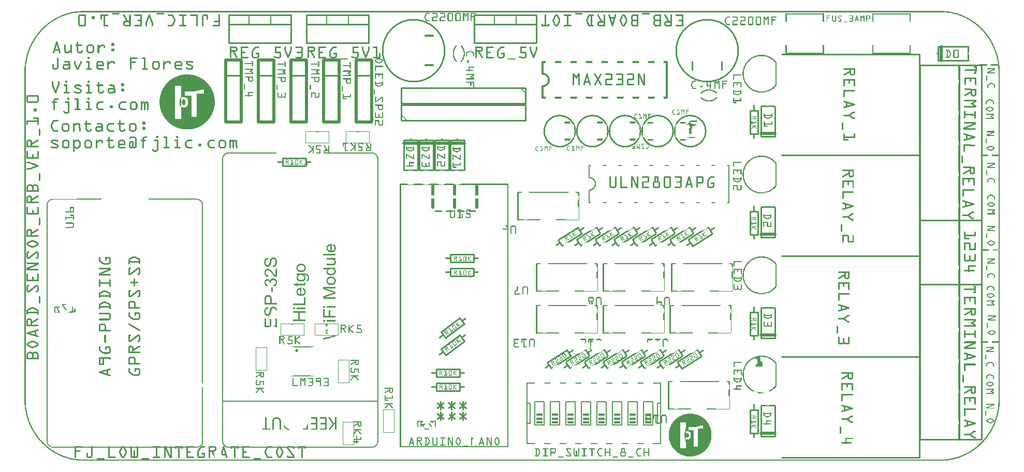
<source format=gto>
G04 MADE WITH FRITZING*
G04 WWW.FRITZING.ORG*
G04 DOUBLE SIDED*
G04 HOLES PLATED*
G04 CONTOUR ON CENTER OF CONTOUR VECTOR*
%ASAXBY*%
%FSLAX23Y23*%
%MOIN*%
%OFA0B0*%
%SFA1.0B1.0*%
%ADD10C,0.019307X0.00330709*%
%ADD11C,0.410000X0.39*%
%ADD12R,0.040000X0.015000*%
%ADD13C,0.010000*%
%ADD14C,0.020000*%
%ADD15C,0.006943*%
%ADD16C,0.009799*%
%ADD17C,0.008000*%
%ADD18C,0.012000*%
%ADD19C,0.005000*%
%ADD20C,0.011127*%
%ADD21C,0.011102*%
%ADD22C,0.011000*%
%ADD23R,0.001000X0.001000*%
%LNSILK1*%
G90*
G70*
G54D10*
X1751Y712D03*
G54D11*
X2507Y2646D03*
X4397Y2646D03*
G54D12*
X4017Y298D03*
X4017Y273D03*
X4017Y248D03*
X3917Y298D03*
X3917Y273D03*
X3917Y248D03*
X3817Y298D03*
X3817Y273D03*
X3817Y248D03*
X3717Y298D03*
X3717Y273D03*
X3717Y248D03*
X3617Y298D03*
X3617Y273D03*
X3617Y248D03*
X3517Y298D03*
X3517Y273D03*
X3517Y248D03*
X3417Y298D03*
X3417Y273D03*
X3417Y248D03*
X3317Y298D03*
X3317Y273D03*
X3317Y248D03*
G54D13*
X3367Y637D02*
X3493Y717D01*
D02*
X3493Y717D02*
X3520Y675D01*
G54D14*
D02*
X1297Y2586D02*
X1297Y2186D01*
D02*
X1297Y2186D02*
X1397Y2186D01*
D02*
X1397Y2186D02*
X1397Y2586D01*
D02*
X1397Y2586D02*
X1297Y2586D01*
G54D13*
D02*
X1297Y2486D02*
X1397Y2486D01*
G54D14*
D02*
X1507Y2586D02*
X1507Y2186D01*
D02*
X1507Y2186D02*
X1607Y2186D01*
D02*
X1607Y2186D02*
X1607Y2586D01*
D02*
X1607Y2586D02*
X1507Y2586D01*
G54D13*
D02*
X1507Y2486D02*
X1607Y2486D01*
G54D14*
D02*
X1717Y2586D02*
X1717Y2186D01*
D02*
X1717Y2186D02*
X1817Y2186D01*
D02*
X1817Y2186D02*
X1817Y2586D01*
D02*
X1817Y2586D02*
X1717Y2586D01*
G54D13*
D02*
X1717Y2486D02*
X1817Y2486D01*
G54D14*
D02*
X2137Y2586D02*
X2137Y2186D01*
D02*
X2137Y2186D02*
X2237Y2186D01*
D02*
X2237Y2186D02*
X2237Y2586D01*
D02*
X2237Y2586D02*
X2137Y2586D01*
G54D13*
D02*
X2137Y2486D02*
X2237Y2486D01*
G54D14*
D02*
X1927Y2586D02*
X1927Y2186D01*
D02*
X1927Y2186D02*
X2027Y2186D01*
D02*
X2027Y2186D02*
X2027Y2586D01*
D02*
X2027Y2586D02*
X1927Y2586D01*
G54D13*
D02*
X1927Y2486D02*
X2027Y2486D01*
G54D15*
D02*
X1276Y386D02*
X2276Y386D01*
G54D16*
D02*
X3177Y1731D02*
X3177Y1554D01*
D02*
X3297Y1271D02*
X3297Y1094D01*
D02*
X3727Y1271D02*
X3727Y1094D01*
D02*
X4167Y1271D02*
X4167Y1094D01*
D02*
X4147Y511D02*
X4147Y334D01*
D02*
X4157Y1001D02*
X4157Y824D01*
D02*
X3727Y1001D02*
X3727Y824D01*
D02*
X3297Y1001D02*
X3297Y824D01*
G54D13*
D02*
X4672Y180D02*
X4672Y330D01*
D02*
X4672Y330D02*
X4722Y330D01*
D02*
X4722Y330D02*
X4722Y180D01*
D02*
X4722Y180D02*
X4672Y180D01*
D02*
X4672Y810D02*
X4672Y960D01*
D02*
X4672Y960D02*
X4722Y960D01*
D02*
X4722Y960D02*
X4722Y810D01*
D02*
X4722Y810D02*
X4672Y810D01*
D02*
X4672Y2110D02*
X4672Y2260D01*
D02*
X4672Y2260D02*
X4722Y2260D01*
D02*
X4722Y2260D02*
X4722Y2110D01*
D02*
X4722Y2110D02*
X4672Y2110D01*
D02*
X4672Y1460D02*
X4672Y1610D01*
D02*
X4672Y1610D02*
X4722Y1610D01*
D02*
X4722Y1610D02*
X4722Y1460D01*
D02*
X4722Y1460D02*
X4672Y1460D01*
D02*
X4360Y675D02*
X4234Y594D01*
D02*
X4234Y594D02*
X4207Y637D01*
D02*
X4430Y1465D02*
X4304Y1384D01*
D02*
X4304Y1384D02*
X4277Y1427D01*
D02*
X3437Y1427D02*
X3563Y1507D01*
D02*
X3563Y1507D02*
X3590Y1465D01*
G54D17*
D02*
X3237Y501D02*
X3237Y371D01*
D02*
X3237Y241D02*
X3257Y241D01*
D02*
X3257Y241D02*
X3257Y371D01*
D02*
X3257Y371D02*
X3237Y371D01*
D02*
X3237Y241D02*
X3237Y111D01*
D02*
X3237Y371D02*
X3237Y241D01*
D02*
X4097Y111D02*
X4097Y241D01*
D02*
X4097Y371D02*
X4077Y371D01*
D02*
X4077Y371D02*
X4077Y241D01*
D02*
X4077Y241D02*
X4097Y241D01*
D02*
X4097Y371D02*
X4097Y501D01*
D02*
X4097Y241D02*
X4097Y371D01*
D02*
X3987Y381D02*
X3987Y231D01*
D02*
X3987Y381D02*
X4047Y381D01*
D02*
X4047Y231D02*
X4047Y381D01*
D02*
X4047Y231D02*
X3987Y231D01*
D02*
X3887Y381D02*
X3887Y231D01*
D02*
X3887Y381D02*
X3947Y381D01*
D02*
X3947Y231D02*
X3947Y381D01*
D02*
X3947Y231D02*
X3887Y231D01*
D02*
X3787Y381D02*
X3787Y231D01*
D02*
X3787Y381D02*
X3847Y381D01*
D02*
X3847Y231D02*
X3847Y381D01*
D02*
X3847Y231D02*
X3787Y231D01*
D02*
X3687Y381D02*
X3687Y231D01*
D02*
X3687Y381D02*
X3747Y381D01*
D02*
X3747Y231D02*
X3747Y381D01*
D02*
X3747Y231D02*
X3687Y231D01*
D02*
X3587Y381D02*
X3587Y231D01*
D02*
X3587Y381D02*
X3647Y381D01*
D02*
X3647Y231D02*
X3647Y381D01*
D02*
X3647Y231D02*
X3587Y231D01*
D02*
X3487Y381D02*
X3487Y231D01*
D02*
X3487Y381D02*
X3547Y381D01*
D02*
X3547Y231D02*
X3547Y381D01*
D02*
X3547Y231D02*
X3487Y231D01*
D02*
X3387Y381D02*
X3387Y231D01*
D02*
X3387Y381D02*
X3447Y381D01*
D02*
X3447Y231D02*
X3447Y381D01*
D02*
X3447Y231D02*
X3387Y231D01*
D02*
X3287Y381D02*
X3287Y231D01*
D02*
X3287Y381D02*
X3347Y381D01*
D02*
X3347Y231D02*
X3347Y381D01*
D02*
X3347Y231D02*
X3287Y231D01*
G54D13*
D02*
X4742Y2092D02*
X4742Y2287D01*
D02*
X4832Y2287D02*
X4832Y2092D01*
D02*
X4832Y2092D02*
X4742Y2092D01*
G54D14*
D02*
X4832Y2112D02*
X4742Y2112D01*
G54D13*
D02*
X4742Y1442D02*
X4742Y1637D01*
D02*
X4832Y1637D02*
X4832Y1442D01*
D02*
X4832Y1442D02*
X4742Y1442D01*
G54D14*
D02*
X4832Y1462D02*
X4742Y1462D01*
G54D13*
D02*
X4742Y792D02*
X4742Y987D01*
D02*
X4832Y987D02*
X4832Y792D01*
D02*
X4832Y792D02*
X4742Y792D01*
G54D14*
D02*
X4832Y812D02*
X4742Y812D01*
G54D13*
D02*
X4742Y160D02*
X4742Y355D01*
D02*
X4832Y355D02*
X4832Y160D01*
D02*
X4832Y160D02*
X4742Y160D01*
G54D14*
D02*
X4832Y180D02*
X4742Y180D01*
G54D13*
D02*
X2732Y2070D02*
X2732Y1875D01*
D02*
X2642Y1875D02*
X2642Y2070D01*
D02*
X2642Y2070D02*
X2732Y2070D01*
G54D14*
D02*
X2642Y2050D02*
X2732Y2050D01*
G54D13*
D02*
X2832Y2070D02*
X2832Y1875D01*
D02*
X2742Y1875D02*
X2742Y2070D01*
D02*
X2742Y2070D02*
X2832Y2070D01*
G54D14*
D02*
X2742Y2050D02*
X2832Y2050D01*
G54D13*
D02*
X2532Y2070D02*
X2532Y1875D01*
D02*
X2442Y1875D02*
X2442Y2070D01*
D02*
X2442Y2070D02*
X2532Y2070D01*
G54D14*
D02*
X2442Y2050D02*
X2532Y2050D01*
G54D13*
D02*
X2632Y2070D02*
X2632Y1875D01*
D02*
X2542Y1875D02*
X2542Y2070D01*
D02*
X2542Y2070D02*
X2632Y2070D01*
G54D14*
D02*
X2542Y2050D02*
X2632Y2050D01*
G54D17*
D02*
X4537Y1906D02*
X4537Y1666D01*
D02*
X3637Y1906D02*
X3637Y1826D01*
D02*
X3637Y1666D02*
X3637Y1746D01*
D02*
X3637Y1906D02*
X3647Y1906D01*
D02*
X3727Y1906D02*
X3747Y1906D01*
D02*
X3637Y1666D02*
X3647Y1666D01*
D02*
X4537Y1906D02*
X4527Y1906D01*
D02*
X4537Y1666D02*
X4527Y1666D01*
D02*
X3827Y1906D02*
X3847Y1906D01*
D02*
X3927Y1906D02*
X3947Y1906D01*
D02*
X4027Y1906D02*
X4047Y1906D01*
D02*
X4127Y1906D02*
X4147Y1906D01*
D02*
X4227Y1906D02*
X4247Y1906D01*
D02*
X4327Y1906D02*
X4347Y1906D01*
D02*
X4427Y1906D02*
X4447Y1906D01*
D02*
X3727Y1666D02*
X3747Y1666D01*
D02*
X3827Y1666D02*
X3847Y1666D01*
D02*
X3927Y1666D02*
X3947Y1666D01*
D02*
X4027Y1666D02*
X4047Y1666D01*
D02*
X4127Y1666D02*
X4147Y1666D01*
D02*
X4227Y1666D02*
X4247Y1666D01*
D02*
X4327Y1666D02*
X4347Y1666D01*
D02*
X4427Y1666D02*
X4447Y1666D01*
G54D13*
D02*
X2892Y1191D02*
X2742Y1191D01*
D02*
X2742Y1191D02*
X2742Y1241D01*
D02*
X2742Y1241D02*
X2892Y1241D01*
D02*
X2892Y1241D02*
X2892Y1191D01*
D02*
X2712Y791D02*
X2682Y831D01*
D02*
X2682Y831D02*
X2803Y921D01*
D02*
X2803Y921D02*
X2833Y881D01*
D02*
X2802Y541D02*
X2652Y541D01*
D02*
X2652Y541D02*
X2652Y591D01*
D02*
X2652Y591D02*
X2802Y591D01*
D02*
X2802Y591D02*
X2802Y541D01*
D02*
X2831Y773D02*
X2712Y682D01*
D02*
X2712Y682D02*
X2682Y722D01*
D02*
X2682Y722D02*
X2801Y813D01*
D02*
X2801Y813D02*
X2831Y773D01*
D02*
X1812Y1901D02*
X1662Y1901D01*
D02*
X1662Y1901D02*
X1662Y1951D01*
D02*
X1662Y1951D02*
X1812Y1951D01*
D02*
X1812Y1951D02*
X1812Y1901D01*
D02*
X2802Y451D02*
X2652Y451D01*
D02*
X2652Y451D02*
X2652Y501D01*
D02*
X2652Y501D02*
X2802Y501D01*
D02*
X2802Y501D02*
X2802Y451D01*
D02*
X2892Y1281D02*
X2742Y1281D01*
D02*
X2742Y1281D02*
X2742Y1331D01*
D02*
X2742Y1331D02*
X2892Y1331D01*
D02*
X2892Y1331D02*
X2892Y1281D01*
D02*
X3227Y2406D02*
X2427Y2406D01*
D02*
X2427Y2406D02*
X2427Y2306D01*
D02*
X2427Y2306D02*
X3227Y2306D01*
D02*
X3227Y2306D02*
X3227Y2406D01*
D02*
X2427Y2196D02*
X3227Y2196D01*
D02*
X3227Y2196D02*
X3227Y2296D01*
D02*
X3227Y2296D02*
X2427Y2296D01*
D02*
X2427Y2296D02*
X2427Y2196D01*
G54D18*
D02*
X4137Y2571D02*
X4137Y2341D01*
D02*
X3337Y2571D02*
X3337Y2496D01*
D02*
X3337Y2341D02*
X3337Y2416D01*
G54D17*
D02*
X4905Y2883D02*
X5142Y2883D01*
D02*
X4905Y2629D02*
X5145Y2629D01*
D02*
X5702Y2629D02*
X5465Y2629D01*
D02*
X5702Y2883D02*
X5462Y2883D01*
G54D13*
D02*
X5883Y2671D02*
X6078Y2671D01*
D02*
X6078Y2581D02*
X5883Y2581D01*
D02*
X5883Y2581D02*
X5883Y2671D01*
G54D14*
D02*
X5903Y2581D02*
X5903Y2671D01*
G54D13*
D02*
X1317Y2876D02*
X1717Y2876D01*
D02*
X1717Y2876D02*
X1717Y2696D01*
D02*
X1717Y2696D02*
X1317Y2696D01*
D02*
X1317Y2696D02*
X1317Y2876D01*
D02*
X1317Y2876D02*
X1717Y2876D01*
D02*
X1717Y2876D02*
X1717Y2816D01*
D02*
X1717Y2816D02*
X1317Y2816D01*
D02*
X1317Y2816D02*
X1317Y2876D01*
G54D19*
D02*
X1447Y2876D02*
X1447Y2816D01*
D02*
X1587Y2876D02*
X1587Y2816D01*
G54D13*
D02*
X1817Y2876D02*
X2217Y2876D01*
D02*
X2217Y2876D02*
X2217Y2696D01*
D02*
X2217Y2696D02*
X1817Y2696D01*
D02*
X1817Y2696D02*
X1817Y2876D01*
D02*
X1817Y2876D02*
X2217Y2876D01*
D02*
X2217Y2876D02*
X2217Y2816D01*
D02*
X2217Y2816D02*
X1817Y2816D01*
D02*
X1817Y2816D02*
X1817Y2876D01*
G54D19*
D02*
X1947Y2876D02*
X1947Y2816D01*
D02*
X2087Y2876D02*
X2087Y2816D01*
G54D13*
D02*
X2897Y2876D02*
X3297Y2876D01*
D02*
X3297Y2876D02*
X3297Y2696D01*
D02*
X3297Y2696D02*
X2897Y2696D01*
D02*
X2897Y2696D02*
X2897Y2876D01*
D02*
X2897Y2876D02*
X3297Y2876D01*
D02*
X3297Y2876D02*
X3297Y2816D01*
D02*
X3297Y2816D02*
X2897Y2816D01*
D02*
X2897Y2816D02*
X2897Y2876D01*
G54D19*
D02*
X3027Y2876D02*
X3027Y2816D01*
D02*
X3167Y2876D02*
X3167Y2816D01*
G54D20*
D02*
X5766Y2551D02*
X5766Y1140D01*
D02*
X5766Y1140D02*
X6162Y1140D01*
D02*
X6162Y1140D02*
X6162Y2551D01*
D02*
X6162Y2551D02*
X5766Y2551D01*
D02*
X5766Y1551D02*
X5766Y140D01*
D02*
X5766Y140D02*
X6162Y140D01*
D02*
X6162Y140D02*
X6162Y1551D01*
D02*
X6162Y1551D02*
X5766Y1551D01*
G54D21*
X4876Y1972D02*
X5761Y1972D01*
X5761Y2621D01*
X4876Y2621D01*
D02*
X4876Y1322D02*
X5761Y1322D01*
X5761Y1971D01*
X4876Y1971D01*
D02*
X4876Y672D02*
X5761Y672D01*
X5761Y1321D01*
X4876Y1321D01*
D02*
X4876Y22D02*
X5761Y22D01*
X5761Y671D01*
X4876Y671D01*
D02*
G54D22*
X4221Y2182D02*
X4251Y2182D01*
D02*
X4221Y2072D02*
X4251Y2072D01*
D02*
X4011Y2182D02*
X4041Y2182D01*
D02*
X4011Y2072D02*
X4041Y2072D01*
D02*
G54D23*
X361Y2901D02*
X5918Y2901D01*
X347Y2900D02*
X5932Y2900D01*
X338Y2899D02*
X5941Y2899D01*
X330Y2898D02*
X5949Y2898D01*
X323Y2897D02*
X5956Y2897D01*
X317Y2896D02*
X5962Y2896D01*
X311Y2895D02*
X5968Y2895D01*
X306Y2894D02*
X5973Y2894D01*
X302Y2893D02*
X360Y2893D01*
X5919Y2893D02*
X5977Y2893D01*
X297Y2892D02*
X347Y2892D01*
X5932Y2892D02*
X5982Y2892D01*
X293Y2891D02*
X337Y2891D01*
X5942Y2891D02*
X5986Y2891D01*
X289Y2890D02*
X329Y2890D01*
X566Y2890D02*
X608Y2890D01*
X854Y2890D02*
X896Y2890D01*
X5950Y2890D02*
X5990Y2890D01*
X285Y2889D02*
X322Y2889D01*
X565Y2889D02*
X610Y2889D01*
X852Y2889D02*
X898Y2889D01*
X3548Y2889D02*
X3590Y2889D01*
X3980Y2889D02*
X4022Y2889D01*
X5957Y2889D02*
X5994Y2889D01*
X282Y2888D02*
X316Y2888D01*
X564Y2888D02*
X611Y2888D01*
X852Y2888D02*
X899Y2888D01*
X2589Y2888D02*
X2606Y2888D01*
X2626Y2888D02*
X2654Y2888D01*
X2676Y2888D02*
X2704Y2888D01*
X2729Y2888D02*
X2754Y2888D01*
X2779Y2888D02*
X2804Y2888D01*
X2824Y2888D02*
X2833Y2888D01*
X2850Y2888D02*
X2858Y2888D01*
X2874Y2888D02*
X2906Y2888D01*
X3546Y2888D02*
X3592Y2888D01*
X3978Y2888D02*
X4024Y2888D01*
X5963Y2888D02*
X5997Y2888D01*
X278Y2887D02*
X311Y2887D01*
X563Y2887D02*
X611Y2887D01*
X851Y2887D02*
X899Y2887D01*
X2587Y2887D02*
X2607Y2887D01*
X2625Y2887D02*
X2655Y2887D01*
X2675Y2887D02*
X2705Y2887D01*
X2727Y2887D02*
X2755Y2887D01*
X2777Y2887D02*
X2805Y2887D01*
X2824Y2887D02*
X2833Y2887D01*
X2849Y2887D02*
X2858Y2887D01*
X2874Y2887D02*
X2907Y2887D01*
X3545Y2887D02*
X3593Y2887D01*
X3977Y2887D02*
X4025Y2887D01*
X4902Y2887D02*
X4905Y2887D01*
X5142Y2887D02*
X5145Y2887D01*
X5460Y2887D02*
X5463Y2887D01*
X5700Y2887D02*
X5703Y2887D01*
X5968Y2887D02*
X6001Y2887D01*
X275Y2886D02*
X306Y2886D01*
X563Y2886D02*
X611Y2886D01*
X851Y2886D02*
X899Y2886D01*
X2586Y2886D02*
X2608Y2886D01*
X2625Y2886D02*
X2656Y2886D01*
X2675Y2886D02*
X2706Y2886D01*
X2726Y2886D02*
X2756Y2886D01*
X2776Y2886D02*
X2806Y2886D01*
X2824Y2886D02*
X2834Y2886D01*
X2848Y2886D02*
X2858Y2886D01*
X2874Y2886D02*
X2908Y2886D01*
X3545Y2886D02*
X3593Y2886D01*
X3977Y2886D02*
X4025Y2886D01*
X4901Y2886D02*
X4906Y2886D01*
X5141Y2886D02*
X5146Y2886D01*
X5459Y2886D02*
X5464Y2886D01*
X5699Y2886D02*
X5704Y2886D01*
X5973Y2886D02*
X6004Y2886D01*
X271Y2885D02*
X301Y2885D01*
X563Y2885D02*
X611Y2885D01*
X851Y2885D02*
X899Y2885D01*
X2585Y2885D02*
X2608Y2885D01*
X2625Y2885D02*
X2657Y2885D01*
X2675Y2885D02*
X2707Y2885D01*
X2725Y2885D02*
X2757Y2885D01*
X2775Y2885D02*
X2807Y2885D01*
X2824Y2885D02*
X2835Y2885D01*
X2848Y2885D02*
X2858Y2885D01*
X2874Y2885D02*
X2908Y2885D01*
X3545Y2885D02*
X3593Y2885D01*
X3977Y2885D02*
X4025Y2885D01*
X4901Y2885D02*
X4907Y2885D01*
X5141Y2885D02*
X5147Y2885D01*
X5458Y2885D02*
X5464Y2885D01*
X5698Y2885D02*
X5704Y2885D01*
X5978Y2885D02*
X6008Y2885D01*
X268Y2884D02*
X297Y2884D01*
X563Y2884D02*
X611Y2884D01*
X851Y2884D02*
X899Y2884D01*
X2584Y2884D02*
X2608Y2884D01*
X2625Y2884D02*
X2658Y2884D01*
X2675Y2884D02*
X2708Y2884D01*
X2725Y2884D02*
X2758Y2884D01*
X2775Y2884D02*
X2808Y2884D01*
X2824Y2884D02*
X2835Y2884D01*
X2847Y2884D02*
X2858Y2884D01*
X2874Y2884D02*
X2908Y2884D01*
X3545Y2884D02*
X3593Y2884D01*
X3977Y2884D02*
X4025Y2884D01*
X4900Y2884D02*
X4907Y2884D01*
X5140Y2884D02*
X5147Y2884D01*
X5458Y2884D02*
X5465Y2884D01*
X5698Y2884D02*
X5705Y2884D01*
X5982Y2884D02*
X6011Y2884D01*
X265Y2883D02*
X293Y2883D01*
X563Y2883D02*
X611Y2883D01*
X851Y2883D02*
X899Y2883D01*
X2583Y2883D02*
X2607Y2883D01*
X2625Y2883D02*
X2658Y2883D01*
X2675Y2883D02*
X2708Y2883D01*
X2725Y2883D02*
X2758Y2883D01*
X2775Y2883D02*
X2808Y2883D01*
X2824Y2883D02*
X2836Y2883D01*
X2846Y2883D02*
X2858Y2883D01*
X2874Y2883D02*
X2907Y2883D01*
X3545Y2883D02*
X3593Y2883D01*
X3977Y2883D02*
X4025Y2883D01*
X4900Y2883D02*
X4907Y2883D01*
X5140Y2883D02*
X5147Y2883D01*
X5458Y2883D02*
X5465Y2883D01*
X5698Y2883D02*
X5705Y2883D01*
X5986Y2883D02*
X6014Y2883D01*
X262Y2882D02*
X289Y2882D01*
X564Y2882D02*
X610Y2882D01*
X852Y2882D02*
X898Y2882D01*
X2583Y2882D02*
X2606Y2882D01*
X2626Y2882D02*
X2658Y2882D01*
X2676Y2882D02*
X2708Y2882D01*
X2725Y2882D02*
X2758Y2882D01*
X2775Y2882D02*
X2808Y2882D01*
X2824Y2882D02*
X2837Y2882D01*
X2846Y2882D02*
X2858Y2882D01*
X2874Y2882D02*
X2906Y2882D01*
X3545Y2882D02*
X3593Y2882D01*
X3977Y2882D02*
X4025Y2882D01*
X4900Y2882D02*
X4907Y2882D01*
X5140Y2882D02*
X5147Y2882D01*
X5458Y2882D02*
X5465Y2882D01*
X5698Y2882D02*
X5705Y2882D01*
X5990Y2882D02*
X6017Y2882D01*
X260Y2881D02*
X285Y2881D01*
X565Y2881D02*
X609Y2881D01*
X853Y2881D02*
X897Y2881D01*
X2582Y2881D02*
X2590Y2881D01*
X2652Y2881D02*
X2658Y2881D01*
X2702Y2881D02*
X2708Y2881D01*
X2724Y2881D02*
X2731Y2881D01*
X2752Y2881D02*
X2758Y2881D01*
X2774Y2881D02*
X2781Y2881D01*
X2802Y2881D02*
X2808Y2881D01*
X2824Y2881D02*
X2838Y2881D01*
X2845Y2881D02*
X2858Y2881D01*
X2874Y2881D02*
X2880Y2881D01*
X3546Y2881D02*
X3592Y2881D01*
X3978Y2881D02*
X4024Y2881D01*
X4900Y2881D02*
X4907Y2881D01*
X5140Y2881D02*
X5147Y2881D01*
X5458Y2881D02*
X5465Y2881D01*
X5698Y2881D02*
X5705Y2881D01*
X5994Y2881D02*
X6019Y2881D01*
X257Y2880D02*
X281Y2880D01*
X355Y2880D02*
X387Y2880D01*
X495Y2880D02*
X536Y2880D01*
X639Y2880D02*
X640Y2880D01*
X678Y2880D02*
X680Y2880D01*
X711Y2880D02*
X755Y2880D01*
X802Y2880D02*
X804Y2880D01*
X927Y2880D02*
X948Y2880D01*
X999Y2880D02*
X1040Y2880D01*
X1071Y2880D02*
X1115Y2880D01*
X1157Y2880D02*
X1170Y2880D01*
X1254Y2880D02*
X1256Y2880D01*
X2582Y2880D02*
X2589Y2880D01*
X2652Y2880D02*
X2658Y2880D01*
X2702Y2880D02*
X2708Y2880D01*
X2724Y2880D02*
X2731Y2880D01*
X2752Y2880D02*
X2758Y2880D01*
X2774Y2880D02*
X2781Y2880D01*
X2802Y2880D02*
X2808Y2880D01*
X2824Y2880D02*
X2838Y2880D01*
X2844Y2880D02*
X2858Y2880D01*
X2874Y2880D02*
X2880Y2880D01*
X3547Y2880D02*
X3591Y2880D01*
X3979Y2880D02*
X4023Y2880D01*
X4900Y2880D02*
X4907Y2880D01*
X5140Y2880D02*
X5147Y2880D01*
X5458Y2880D02*
X5465Y2880D01*
X5698Y2880D02*
X5705Y2880D01*
X5998Y2880D02*
X6022Y2880D01*
X254Y2879D02*
X278Y2879D01*
X352Y2879D02*
X390Y2879D01*
X493Y2879D02*
X538Y2879D01*
X637Y2879D02*
X642Y2879D01*
X676Y2879D02*
X682Y2879D01*
X709Y2879D02*
X756Y2879D01*
X800Y2879D02*
X806Y2879D01*
X925Y2879D02*
X951Y2879D01*
X997Y2879D02*
X1042Y2879D01*
X1069Y2879D02*
X1115Y2879D01*
X1153Y2879D02*
X1173Y2879D01*
X1252Y2879D02*
X1258Y2879D01*
X2581Y2879D02*
X2588Y2879D01*
X2652Y2879D02*
X2658Y2879D01*
X2702Y2879D02*
X2708Y2879D01*
X2724Y2879D02*
X2731Y2879D01*
X2752Y2879D02*
X2758Y2879D01*
X2774Y2879D02*
X2781Y2879D01*
X2802Y2879D02*
X2808Y2879D01*
X2824Y2879D02*
X2839Y2879D01*
X2844Y2879D02*
X2858Y2879D01*
X2874Y2879D02*
X2880Y2879D01*
X3352Y2879D02*
X3354Y2879D01*
X3423Y2879D02*
X3428Y2879D01*
X3476Y2879D02*
X3518Y2879D01*
X3639Y2879D02*
X3662Y2879D01*
X3692Y2879D02*
X3695Y2879D01*
X3732Y2879D02*
X3734Y2879D01*
X3764Y2879D02*
X3766Y2879D01*
X3804Y2879D02*
X3806Y2879D01*
X3855Y2879D02*
X3859Y2879D01*
X3921Y2879D02*
X3953Y2879D01*
X4065Y2879D02*
X4097Y2879D01*
X4124Y2879D02*
X4127Y2879D01*
X4164Y2879D02*
X4166Y2879D01*
X4196Y2879D02*
X4241Y2879D01*
X4900Y2879D02*
X4907Y2879D01*
X5140Y2879D02*
X5147Y2879D01*
X5458Y2879D02*
X5465Y2879D01*
X5698Y2879D02*
X5705Y2879D01*
X6001Y2879D02*
X6025Y2879D01*
X251Y2878D02*
X274Y2878D01*
X351Y2878D02*
X392Y2878D01*
X492Y2878D02*
X539Y2878D01*
X636Y2878D02*
X643Y2878D01*
X675Y2878D02*
X683Y2878D01*
X708Y2878D02*
X756Y2878D01*
X799Y2878D02*
X807Y2878D01*
X924Y2878D02*
X953Y2878D01*
X996Y2878D02*
X1042Y2878D01*
X1068Y2878D02*
X1115Y2878D01*
X1151Y2878D02*
X1175Y2878D01*
X1251Y2878D02*
X1258Y2878D01*
X2581Y2878D02*
X2588Y2878D01*
X2652Y2878D02*
X2658Y2878D01*
X2702Y2878D02*
X2708Y2878D01*
X2724Y2878D02*
X2731Y2878D01*
X2752Y2878D02*
X2758Y2878D01*
X2774Y2878D02*
X2781Y2878D01*
X2802Y2878D02*
X2808Y2878D01*
X2824Y2878D02*
X2840Y2878D01*
X2843Y2878D02*
X2850Y2878D01*
X2852Y2878D02*
X2858Y2878D01*
X2874Y2878D02*
X2880Y2878D01*
X3350Y2878D02*
X3356Y2878D01*
X3420Y2878D02*
X3430Y2878D01*
X3474Y2878D02*
X3520Y2878D01*
X3636Y2878D02*
X3664Y2878D01*
X3690Y2878D02*
X3696Y2878D01*
X3730Y2878D02*
X3736Y2878D01*
X3762Y2878D02*
X3768Y2878D01*
X3802Y2878D02*
X3808Y2878D01*
X3852Y2878D02*
X3862Y2878D01*
X3918Y2878D02*
X3953Y2878D01*
X4062Y2878D02*
X4097Y2878D01*
X4122Y2878D02*
X4128Y2878D01*
X4162Y2878D02*
X4168Y2878D01*
X4194Y2878D02*
X4241Y2878D01*
X4900Y2878D02*
X4907Y2878D01*
X5140Y2878D02*
X5147Y2878D01*
X5458Y2878D02*
X5465Y2878D01*
X5698Y2878D02*
X5705Y2878D01*
X6005Y2878D02*
X6028Y2878D01*
X248Y2877D02*
X271Y2877D01*
X350Y2877D02*
X393Y2877D01*
X491Y2877D02*
X539Y2877D01*
X635Y2877D02*
X644Y2877D01*
X675Y2877D02*
X683Y2877D01*
X707Y2877D02*
X756Y2877D01*
X799Y2877D02*
X807Y2877D01*
X923Y2877D02*
X954Y2877D01*
X995Y2877D02*
X1043Y2877D01*
X1067Y2877D02*
X1115Y2877D01*
X1150Y2877D02*
X1177Y2877D01*
X1251Y2877D02*
X1259Y2877D01*
X2580Y2877D02*
X2587Y2877D01*
X2652Y2877D02*
X2658Y2877D01*
X2702Y2877D02*
X2708Y2877D01*
X2724Y2877D02*
X2731Y2877D01*
X2752Y2877D02*
X2758Y2877D01*
X2774Y2877D02*
X2781Y2877D01*
X2802Y2877D02*
X2808Y2877D01*
X2824Y2877D02*
X2831Y2877D01*
X2833Y2877D02*
X2840Y2877D01*
X2842Y2877D02*
X2850Y2877D01*
X2852Y2877D02*
X2858Y2877D01*
X2874Y2877D02*
X2880Y2877D01*
X3349Y2877D02*
X3357Y2877D01*
X3418Y2877D02*
X3432Y2877D01*
X3473Y2877D02*
X3520Y2877D01*
X3635Y2877D02*
X3664Y2877D01*
X3689Y2877D02*
X3697Y2877D01*
X3729Y2877D02*
X3736Y2877D01*
X3761Y2877D02*
X3769Y2877D01*
X3801Y2877D02*
X3809Y2877D01*
X3850Y2877D02*
X3864Y2877D01*
X3916Y2877D02*
X3953Y2877D01*
X4060Y2877D02*
X4097Y2877D01*
X4121Y2877D02*
X4129Y2877D01*
X4161Y2877D02*
X4168Y2877D01*
X4193Y2877D02*
X4241Y2877D01*
X4900Y2877D02*
X4907Y2877D01*
X5140Y2877D02*
X5147Y2877D01*
X5458Y2877D02*
X5465Y2877D01*
X5698Y2877D02*
X5705Y2877D01*
X6008Y2877D02*
X6031Y2877D01*
X246Y2876D02*
X268Y2876D01*
X349Y2876D02*
X394Y2876D01*
X491Y2876D02*
X539Y2876D01*
X635Y2876D02*
X644Y2876D01*
X675Y2876D02*
X683Y2876D01*
X707Y2876D02*
X756Y2876D01*
X798Y2876D02*
X808Y2876D01*
X923Y2876D02*
X956Y2876D01*
X995Y2876D02*
X1043Y2876D01*
X1067Y2876D02*
X1115Y2876D01*
X1148Y2876D02*
X1178Y2876D01*
X1251Y2876D02*
X1259Y2876D01*
X2580Y2876D02*
X2587Y2876D01*
X2652Y2876D02*
X2658Y2876D01*
X2702Y2876D02*
X2708Y2876D01*
X2724Y2876D02*
X2731Y2876D01*
X2752Y2876D02*
X2758Y2876D01*
X2774Y2876D02*
X2781Y2876D01*
X2802Y2876D02*
X2808Y2876D01*
X2824Y2876D02*
X2831Y2876D01*
X2833Y2876D02*
X2849Y2876D01*
X2852Y2876D02*
X2858Y2876D01*
X2874Y2876D02*
X2880Y2876D01*
X3349Y2876D02*
X3357Y2876D01*
X3417Y2876D02*
X3433Y2876D01*
X3473Y2876D02*
X3521Y2876D01*
X3633Y2876D02*
X3665Y2876D01*
X3689Y2876D02*
X3698Y2876D01*
X3729Y2876D02*
X3737Y2876D01*
X3761Y2876D02*
X3769Y2876D01*
X3801Y2876D02*
X3809Y2876D01*
X3849Y2876D02*
X3865Y2876D01*
X3914Y2876D02*
X3953Y2876D01*
X4058Y2876D02*
X4097Y2876D01*
X4121Y2876D02*
X4130Y2876D01*
X4161Y2876D02*
X4169Y2876D01*
X4193Y2876D02*
X4241Y2876D01*
X4900Y2876D02*
X4907Y2876D01*
X5140Y2876D02*
X5147Y2876D01*
X5458Y2876D02*
X5465Y2876D01*
X5698Y2876D02*
X5705Y2876D01*
X6011Y2876D02*
X6033Y2876D01*
X243Y2875D02*
X265Y2875D01*
X348Y2875D02*
X394Y2875D01*
X491Y2875D02*
X539Y2875D01*
X635Y2875D02*
X645Y2875D01*
X674Y2875D02*
X683Y2875D01*
X707Y2875D02*
X756Y2875D01*
X798Y2875D02*
X808Y2875D01*
X923Y2875D02*
X957Y2875D01*
X995Y2875D02*
X1043Y2875D01*
X1067Y2875D02*
X1115Y2875D01*
X1148Y2875D02*
X1179Y2875D01*
X1250Y2875D02*
X1259Y2875D01*
X2579Y2875D02*
X2586Y2875D01*
X2652Y2875D02*
X2658Y2875D01*
X2702Y2875D02*
X2708Y2875D01*
X2724Y2875D02*
X2731Y2875D01*
X2752Y2875D02*
X2758Y2875D01*
X2774Y2875D02*
X2781Y2875D01*
X2802Y2875D02*
X2808Y2875D01*
X2824Y2875D02*
X2831Y2875D01*
X2834Y2875D02*
X2848Y2875D01*
X2852Y2875D02*
X2858Y2875D01*
X2874Y2875D02*
X2880Y2875D01*
X3349Y2875D02*
X3357Y2875D01*
X3416Y2875D02*
X3434Y2875D01*
X3473Y2875D02*
X3521Y2875D01*
X3632Y2875D02*
X3665Y2875D01*
X3689Y2875D02*
X3698Y2875D01*
X3728Y2875D02*
X3737Y2875D01*
X3761Y2875D02*
X3770Y2875D01*
X3800Y2875D02*
X3809Y2875D01*
X3848Y2875D02*
X3866Y2875D01*
X3912Y2875D02*
X3953Y2875D01*
X4056Y2875D02*
X4097Y2875D01*
X4121Y2875D02*
X4130Y2875D01*
X4160Y2875D02*
X4169Y2875D01*
X4193Y2875D02*
X4241Y2875D01*
X4900Y2875D02*
X4907Y2875D01*
X5140Y2875D02*
X5147Y2875D01*
X5458Y2875D02*
X5465Y2875D01*
X5698Y2875D02*
X5705Y2875D01*
X6014Y2875D02*
X6036Y2875D01*
X241Y2874D02*
X262Y2874D01*
X348Y2874D02*
X395Y2874D01*
X491Y2874D02*
X539Y2874D01*
X635Y2874D02*
X645Y2874D01*
X674Y2874D02*
X684Y2874D01*
X707Y2874D02*
X756Y2874D01*
X798Y2874D02*
X809Y2874D01*
X923Y2874D02*
X957Y2874D01*
X995Y2874D02*
X1043Y2874D01*
X1067Y2874D02*
X1115Y2874D01*
X1147Y2874D02*
X1180Y2874D01*
X1250Y2874D02*
X1259Y2874D01*
X2579Y2874D02*
X2586Y2874D01*
X2652Y2874D02*
X2658Y2874D01*
X2702Y2874D02*
X2708Y2874D01*
X2724Y2874D02*
X2731Y2874D01*
X2752Y2874D02*
X2758Y2874D01*
X2774Y2874D02*
X2781Y2874D01*
X2802Y2874D02*
X2808Y2874D01*
X2824Y2874D02*
X2831Y2874D01*
X2835Y2874D02*
X2848Y2874D01*
X2852Y2874D02*
X2858Y2874D01*
X2874Y2874D02*
X2880Y2874D01*
X3348Y2874D02*
X3358Y2874D01*
X3415Y2874D02*
X3435Y2874D01*
X3473Y2874D02*
X3521Y2874D01*
X3631Y2874D02*
X3665Y2874D01*
X3689Y2874D02*
X3699Y2874D01*
X3728Y2874D02*
X3737Y2874D01*
X3761Y2874D02*
X3770Y2874D01*
X3800Y2874D02*
X3810Y2874D01*
X3847Y2874D02*
X3867Y2874D01*
X3911Y2874D02*
X3953Y2874D01*
X4055Y2874D02*
X4097Y2874D01*
X4121Y2874D02*
X4131Y2874D01*
X4160Y2874D02*
X4169Y2874D01*
X4193Y2874D02*
X4241Y2874D01*
X4900Y2874D02*
X4907Y2874D01*
X5140Y2874D02*
X5147Y2874D01*
X5458Y2874D02*
X5465Y2874D01*
X5698Y2874D02*
X5705Y2874D01*
X6017Y2874D02*
X6038Y2874D01*
X239Y2873D02*
X259Y2873D01*
X347Y2873D02*
X395Y2873D01*
X491Y2873D02*
X539Y2873D01*
X635Y2873D02*
X646Y2873D01*
X674Y2873D02*
X684Y2873D01*
X707Y2873D02*
X756Y2873D01*
X797Y2873D02*
X809Y2873D01*
X923Y2873D02*
X958Y2873D01*
X995Y2873D02*
X1043Y2873D01*
X1067Y2873D02*
X1115Y2873D01*
X1146Y2873D02*
X1180Y2873D01*
X1250Y2873D02*
X1259Y2873D01*
X2578Y2873D02*
X2585Y2873D01*
X2652Y2873D02*
X2658Y2873D01*
X2702Y2873D02*
X2708Y2873D01*
X2724Y2873D02*
X2731Y2873D01*
X2752Y2873D02*
X2758Y2873D01*
X2774Y2873D02*
X2781Y2873D01*
X2802Y2873D02*
X2808Y2873D01*
X2824Y2873D02*
X2831Y2873D01*
X2836Y2873D02*
X2847Y2873D01*
X2852Y2873D02*
X2858Y2873D01*
X2874Y2873D02*
X2880Y2873D01*
X3348Y2873D02*
X3358Y2873D01*
X3414Y2873D02*
X3436Y2873D01*
X3473Y2873D02*
X3521Y2873D01*
X3630Y2873D02*
X3665Y2873D01*
X3689Y2873D02*
X3699Y2873D01*
X3728Y2873D02*
X3737Y2873D01*
X3761Y2873D02*
X3770Y2873D01*
X3800Y2873D02*
X3809Y2873D01*
X3846Y2873D02*
X3868Y2873D01*
X3910Y2873D02*
X3953Y2873D01*
X4054Y2873D02*
X4097Y2873D01*
X4121Y2873D02*
X4131Y2873D01*
X4160Y2873D02*
X4169Y2873D01*
X4193Y2873D02*
X4241Y2873D01*
X4900Y2873D02*
X4907Y2873D01*
X5140Y2873D02*
X5147Y2873D01*
X5458Y2873D02*
X5465Y2873D01*
X5698Y2873D02*
X5705Y2873D01*
X6020Y2873D02*
X6040Y2873D01*
X236Y2872D02*
X257Y2872D01*
X347Y2872D02*
X395Y2872D01*
X491Y2872D02*
X538Y2872D01*
X636Y2872D02*
X647Y2872D01*
X674Y2872D02*
X684Y2872D01*
X708Y2872D02*
X756Y2872D01*
X797Y2872D02*
X809Y2872D01*
X924Y2872D02*
X959Y2872D01*
X996Y2872D02*
X1042Y2872D01*
X1068Y2872D02*
X1115Y2872D01*
X1145Y2872D02*
X1181Y2872D01*
X1250Y2872D02*
X1259Y2872D01*
X2578Y2872D02*
X2585Y2872D01*
X2652Y2872D02*
X2658Y2872D01*
X2702Y2872D02*
X2708Y2872D01*
X2724Y2872D02*
X2731Y2872D01*
X2752Y2872D02*
X2758Y2872D01*
X2774Y2872D02*
X2781Y2872D01*
X2802Y2872D02*
X2808Y2872D01*
X2824Y2872D02*
X2831Y2872D01*
X2836Y2872D02*
X2846Y2872D01*
X2852Y2872D02*
X2858Y2872D01*
X2874Y2872D02*
X2880Y2872D01*
X3348Y2872D02*
X3358Y2872D01*
X3414Y2872D02*
X3436Y2872D01*
X3473Y2872D02*
X3521Y2872D01*
X3630Y2872D02*
X3665Y2872D01*
X3689Y2872D02*
X3700Y2872D01*
X3728Y2872D02*
X3737Y2872D01*
X3761Y2872D02*
X3771Y2872D01*
X3799Y2872D02*
X3809Y2872D01*
X3846Y2872D02*
X3868Y2872D01*
X3909Y2872D02*
X3953Y2872D01*
X4053Y2872D02*
X4097Y2872D01*
X4121Y2872D02*
X4132Y2872D01*
X4160Y2872D02*
X4169Y2872D01*
X4193Y2872D02*
X4241Y2872D01*
X4900Y2872D02*
X4907Y2872D01*
X5140Y2872D02*
X5147Y2872D01*
X5165Y2872D02*
X5188Y2872D01*
X5202Y2872D02*
X5204Y2872D01*
X5222Y2872D02*
X5225Y2872D01*
X5240Y2872D02*
X5258Y2872D01*
X5311Y2872D02*
X5332Y2872D01*
X5358Y2872D02*
X5361Y2872D01*
X5384Y2872D02*
X5390Y2872D01*
X5402Y2872D02*
X5408Y2872D01*
X5420Y2872D02*
X5440Y2872D01*
X5458Y2872D02*
X5465Y2872D01*
X5698Y2872D02*
X5705Y2872D01*
X6022Y2872D02*
X6043Y2872D01*
X234Y2871D02*
X254Y2871D01*
X347Y2871D02*
X395Y2871D01*
X491Y2871D02*
X537Y2871D01*
X636Y2871D02*
X647Y2871D01*
X674Y2871D02*
X684Y2871D01*
X709Y2871D02*
X756Y2871D01*
X797Y2871D02*
X810Y2871D01*
X925Y2871D02*
X959Y2871D01*
X997Y2871D02*
X1041Y2871D01*
X1069Y2871D02*
X1115Y2871D01*
X1145Y2871D02*
X1181Y2871D01*
X1250Y2871D02*
X1259Y2871D01*
X2577Y2871D02*
X2584Y2871D01*
X2652Y2871D02*
X2658Y2871D01*
X2702Y2871D02*
X2708Y2871D01*
X2724Y2871D02*
X2731Y2871D01*
X2752Y2871D02*
X2758Y2871D01*
X2774Y2871D02*
X2781Y2871D01*
X2802Y2871D02*
X2808Y2871D01*
X2824Y2871D02*
X2831Y2871D01*
X2837Y2871D02*
X2846Y2871D01*
X2852Y2871D02*
X2858Y2871D01*
X2874Y2871D02*
X2881Y2871D01*
X3348Y2871D02*
X3358Y2871D01*
X3413Y2871D02*
X3437Y2871D01*
X3474Y2871D02*
X3520Y2871D01*
X3629Y2871D02*
X3664Y2871D01*
X3690Y2871D02*
X3700Y2871D01*
X3728Y2871D02*
X3737Y2871D01*
X3761Y2871D02*
X3771Y2871D01*
X3799Y2871D02*
X3809Y2871D01*
X3845Y2871D02*
X3869Y2871D01*
X3909Y2871D02*
X3953Y2871D01*
X4053Y2871D02*
X4097Y2871D01*
X4122Y2871D02*
X4132Y2871D01*
X4160Y2871D02*
X4169Y2871D01*
X4194Y2871D02*
X4241Y2871D01*
X4900Y2871D02*
X4907Y2871D01*
X5140Y2871D02*
X5147Y2871D01*
X5165Y2871D02*
X5189Y2871D01*
X5201Y2871D02*
X5205Y2871D01*
X5221Y2871D02*
X5225Y2871D01*
X5239Y2871D02*
X5260Y2871D01*
X5311Y2871D02*
X5334Y2871D01*
X5357Y2871D02*
X5361Y2871D01*
X5384Y2871D02*
X5390Y2871D01*
X5401Y2871D02*
X5408Y2871D01*
X5420Y2871D02*
X5442Y2871D01*
X5458Y2871D02*
X5465Y2871D01*
X5698Y2871D02*
X5705Y2871D01*
X6025Y2871D02*
X6045Y2871D01*
X231Y2870D02*
X251Y2870D01*
X347Y2870D02*
X356Y2870D01*
X386Y2870D02*
X396Y2870D01*
X491Y2870D02*
X500Y2870D01*
X510Y2870D02*
X520Y2870D01*
X637Y2870D02*
X648Y2870D01*
X674Y2870D02*
X684Y2870D01*
X746Y2870D02*
X756Y2870D01*
X796Y2870D02*
X810Y2870D01*
X947Y2870D02*
X960Y2870D01*
X1014Y2870D02*
X1024Y2870D01*
X1106Y2870D02*
X1115Y2870D01*
X1145Y2870D02*
X1157Y2870D01*
X1169Y2870D02*
X1182Y2870D01*
X1250Y2870D02*
X1259Y2870D01*
X2577Y2870D02*
X2584Y2870D01*
X2652Y2870D02*
X2658Y2870D01*
X2702Y2870D02*
X2708Y2870D01*
X2724Y2870D02*
X2731Y2870D01*
X2752Y2870D02*
X2758Y2870D01*
X2774Y2870D02*
X2781Y2870D01*
X2802Y2870D02*
X2808Y2870D01*
X2824Y2870D02*
X2831Y2870D01*
X2838Y2870D02*
X2845Y2870D01*
X2852Y2870D02*
X2858Y2870D01*
X2874Y2870D02*
X2900Y2870D01*
X3348Y2870D02*
X3358Y2870D01*
X3413Y2870D02*
X3437Y2870D01*
X3475Y2870D02*
X3519Y2870D01*
X3629Y2870D02*
X3663Y2870D01*
X3690Y2870D02*
X3701Y2870D01*
X3728Y2870D02*
X3737Y2870D01*
X3762Y2870D02*
X3771Y2870D01*
X3799Y2870D02*
X3808Y2870D01*
X3845Y2870D02*
X3869Y2870D01*
X3908Y2870D02*
X3953Y2870D01*
X4052Y2870D02*
X4097Y2870D01*
X4122Y2870D02*
X4133Y2870D01*
X4160Y2870D02*
X4169Y2870D01*
X4195Y2870D02*
X4241Y2870D01*
X4900Y2870D02*
X4907Y2870D01*
X5140Y2870D02*
X5147Y2870D01*
X5165Y2870D02*
X5189Y2870D01*
X5201Y2870D02*
X5205Y2870D01*
X5221Y2870D02*
X5225Y2870D01*
X5238Y2870D02*
X5260Y2870D01*
X5311Y2870D02*
X5334Y2870D01*
X5357Y2870D02*
X5361Y2870D01*
X5384Y2870D02*
X5391Y2870D01*
X5400Y2870D02*
X5408Y2870D01*
X5420Y2870D02*
X5443Y2870D01*
X5458Y2870D02*
X5465Y2870D01*
X5698Y2870D02*
X5705Y2870D01*
X6028Y2870D02*
X6048Y2870D01*
X229Y2869D02*
X249Y2869D01*
X347Y2869D02*
X356Y2869D01*
X386Y2869D02*
X396Y2869D01*
X491Y2869D02*
X500Y2869D01*
X511Y2869D02*
X520Y2869D01*
X637Y2869D02*
X648Y2869D01*
X674Y2869D02*
X684Y2869D01*
X746Y2869D02*
X756Y2869D01*
X796Y2869D02*
X811Y2869D01*
X949Y2869D02*
X960Y2869D01*
X1015Y2869D02*
X1024Y2869D01*
X1106Y2869D02*
X1115Y2869D01*
X1144Y2869D02*
X1155Y2869D01*
X1171Y2869D02*
X1182Y2869D01*
X1250Y2869D02*
X1259Y2869D01*
X2576Y2869D02*
X2583Y2869D01*
X2652Y2869D02*
X2658Y2869D01*
X2702Y2869D02*
X2708Y2869D01*
X2724Y2869D02*
X2731Y2869D01*
X2752Y2869D02*
X2758Y2869D01*
X2774Y2869D02*
X2781Y2869D01*
X2802Y2869D02*
X2808Y2869D01*
X2824Y2869D02*
X2831Y2869D01*
X2838Y2869D02*
X2844Y2869D01*
X2852Y2869D02*
X2858Y2869D01*
X2874Y2869D02*
X2901Y2869D01*
X3348Y2869D02*
X3358Y2869D01*
X3412Y2869D02*
X3423Y2869D01*
X3427Y2869D02*
X3438Y2869D01*
X3492Y2869D02*
X3502Y2869D01*
X3628Y2869D02*
X3640Y2869D01*
X3646Y2869D02*
X3656Y2869D01*
X3691Y2869D02*
X3702Y2869D01*
X3728Y2869D02*
X3737Y2869D01*
X3762Y2869D02*
X3771Y2869D01*
X3799Y2869D02*
X3808Y2869D01*
X3844Y2869D02*
X3855Y2869D01*
X3859Y2869D02*
X3870Y2869D01*
X3907Y2869D02*
X3922Y2869D01*
X3944Y2869D02*
X3953Y2869D01*
X4051Y2869D02*
X4066Y2869D01*
X4088Y2869D02*
X4097Y2869D01*
X4123Y2869D02*
X4134Y2869D01*
X4160Y2869D02*
X4169Y2869D01*
X4232Y2869D02*
X4241Y2869D01*
X4900Y2869D02*
X4907Y2869D01*
X5140Y2869D02*
X5147Y2869D01*
X5165Y2869D02*
X5188Y2869D01*
X5201Y2869D02*
X5205Y2869D01*
X5221Y2869D02*
X5225Y2869D01*
X5238Y2869D02*
X5261Y2869D01*
X5311Y2869D02*
X5335Y2869D01*
X5357Y2869D02*
X5362Y2869D01*
X5384Y2869D02*
X5392Y2869D01*
X5400Y2869D02*
X5408Y2869D01*
X5420Y2869D02*
X5443Y2869D01*
X5458Y2869D02*
X5465Y2869D01*
X5698Y2869D02*
X5705Y2869D01*
X6030Y2869D02*
X6050Y2869D01*
X227Y2868D02*
X246Y2868D01*
X347Y2868D02*
X356Y2868D01*
X386Y2868D02*
X396Y2868D01*
X491Y2868D02*
X500Y2868D01*
X511Y2868D02*
X520Y2868D01*
X638Y2868D02*
X649Y2868D01*
X674Y2868D02*
X684Y2868D01*
X746Y2868D02*
X756Y2868D01*
X795Y2868D02*
X811Y2868D01*
X950Y2868D02*
X961Y2868D01*
X1015Y2868D02*
X1024Y2868D01*
X1106Y2868D02*
X1115Y2868D01*
X1144Y2868D02*
X1154Y2868D01*
X1172Y2868D02*
X1182Y2868D01*
X1250Y2868D02*
X1259Y2868D01*
X2576Y2868D02*
X2583Y2868D01*
X2652Y2868D02*
X2658Y2868D01*
X2702Y2868D02*
X2708Y2868D01*
X2724Y2868D02*
X2731Y2868D01*
X2752Y2868D02*
X2758Y2868D01*
X2774Y2868D02*
X2781Y2868D01*
X2802Y2868D02*
X2808Y2868D01*
X2824Y2868D02*
X2831Y2868D01*
X2838Y2868D02*
X2844Y2868D01*
X2852Y2868D02*
X2858Y2868D01*
X2874Y2868D02*
X2901Y2868D01*
X3348Y2868D02*
X3358Y2868D01*
X3412Y2868D02*
X3422Y2868D01*
X3428Y2868D02*
X3438Y2868D01*
X3492Y2868D02*
X3502Y2868D01*
X3628Y2868D02*
X3638Y2868D01*
X3646Y2868D02*
X3655Y2868D01*
X3691Y2868D02*
X3702Y2868D01*
X3728Y2868D02*
X3737Y2868D01*
X3762Y2868D02*
X3772Y2868D01*
X3798Y2868D02*
X3808Y2868D01*
X3844Y2868D02*
X3854Y2868D01*
X3860Y2868D02*
X3870Y2868D01*
X3907Y2868D02*
X3919Y2868D01*
X3944Y2868D02*
X3953Y2868D01*
X4051Y2868D02*
X4063Y2868D01*
X4088Y2868D02*
X4097Y2868D01*
X4123Y2868D02*
X4134Y2868D01*
X4160Y2868D02*
X4169Y2868D01*
X4232Y2868D02*
X4241Y2868D01*
X4900Y2868D02*
X4907Y2868D01*
X5140Y2868D02*
X5147Y2868D01*
X5165Y2868D02*
X5187Y2868D01*
X5201Y2868D02*
X5205Y2868D01*
X5221Y2868D02*
X5225Y2868D01*
X5238Y2868D02*
X5262Y2868D01*
X5312Y2868D02*
X5335Y2868D01*
X5356Y2868D02*
X5362Y2868D01*
X5384Y2868D02*
X5392Y2868D01*
X5399Y2868D02*
X5408Y2868D01*
X5420Y2868D02*
X5444Y2868D01*
X5458Y2868D02*
X5465Y2868D01*
X5698Y2868D02*
X5705Y2868D01*
X6033Y2868D02*
X6052Y2868D01*
X225Y2867D02*
X244Y2867D01*
X347Y2867D02*
X356Y2867D01*
X386Y2867D02*
X396Y2867D01*
X437Y2867D02*
X450Y2867D01*
X491Y2867D02*
X500Y2867D01*
X511Y2867D02*
X520Y2867D01*
X639Y2867D02*
X649Y2867D01*
X674Y2867D02*
X684Y2867D01*
X746Y2867D02*
X756Y2867D01*
X795Y2867D02*
X811Y2867D01*
X951Y2867D02*
X961Y2867D01*
X1015Y2867D02*
X1024Y2867D01*
X1106Y2867D02*
X1115Y2867D01*
X1144Y2867D02*
X1153Y2867D01*
X1173Y2867D02*
X1182Y2867D01*
X1250Y2867D02*
X1259Y2867D01*
X2576Y2867D02*
X2582Y2867D01*
X2652Y2867D02*
X2658Y2867D01*
X2702Y2867D02*
X2708Y2867D01*
X2724Y2867D02*
X2731Y2867D01*
X2752Y2867D02*
X2758Y2867D01*
X2774Y2867D02*
X2781Y2867D01*
X2802Y2867D02*
X2808Y2867D01*
X2824Y2867D02*
X2831Y2867D01*
X2838Y2867D02*
X2844Y2867D01*
X2852Y2867D02*
X2858Y2867D01*
X2874Y2867D02*
X2901Y2867D01*
X3348Y2867D02*
X3358Y2867D01*
X3411Y2867D02*
X3421Y2867D01*
X3428Y2867D02*
X3439Y2867D01*
X3492Y2867D02*
X3502Y2867D01*
X3627Y2867D02*
X3638Y2867D01*
X3646Y2867D02*
X3655Y2867D01*
X3692Y2867D02*
X3703Y2867D01*
X3728Y2867D02*
X3737Y2867D01*
X3763Y2867D02*
X3772Y2867D01*
X3798Y2867D02*
X3808Y2867D01*
X3843Y2867D02*
X3853Y2867D01*
X3860Y2867D02*
X3871Y2867D01*
X3906Y2867D02*
X3918Y2867D01*
X3944Y2867D02*
X3953Y2867D01*
X4050Y2867D02*
X4062Y2867D01*
X4088Y2867D02*
X4097Y2867D01*
X4124Y2867D02*
X4135Y2867D01*
X4160Y2867D02*
X4169Y2867D01*
X4232Y2867D02*
X4241Y2867D01*
X4900Y2867D02*
X4907Y2867D01*
X5140Y2867D02*
X5147Y2867D01*
X5165Y2867D02*
X5169Y2867D01*
X5201Y2867D02*
X5205Y2867D01*
X5221Y2867D02*
X5225Y2867D01*
X5238Y2867D02*
X5242Y2867D01*
X5257Y2867D02*
X5262Y2867D01*
X5331Y2867D02*
X5335Y2867D01*
X5356Y2867D02*
X5362Y2867D01*
X5384Y2867D02*
X5393Y2867D01*
X5398Y2867D02*
X5408Y2867D01*
X5420Y2867D02*
X5424Y2867D01*
X5439Y2867D02*
X5444Y2867D01*
X5458Y2867D02*
X5465Y2867D01*
X5698Y2867D02*
X5705Y2867D01*
X6035Y2867D02*
X6054Y2867D01*
X223Y2866D02*
X241Y2866D01*
X347Y2866D02*
X356Y2866D01*
X386Y2866D02*
X396Y2866D01*
X435Y2866D02*
X451Y2866D01*
X491Y2866D02*
X500Y2866D01*
X511Y2866D02*
X520Y2866D01*
X639Y2866D02*
X650Y2866D01*
X674Y2866D02*
X684Y2866D01*
X746Y2866D02*
X756Y2866D01*
X795Y2866D02*
X812Y2866D01*
X951Y2866D02*
X962Y2866D01*
X1015Y2866D02*
X1024Y2866D01*
X1106Y2866D02*
X1115Y2866D01*
X1144Y2866D02*
X1153Y2866D01*
X1173Y2866D02*
X1182Y2866D01*
X1250Y2866D02*
X1259Y2866D01*
X2575Y2866D02*
X2582Y2866D01*
X2652Y2866D02*
X2658Y2866D01*
X2702Y2866D02*
X2708Y2866D01*
X2724Y2866D02*
X2731Y2866D01*
X2752Y2866D02*
X2758Y2866D01*
X2774Y2866D02*
X2781Y2866D01*
X2802Y2866D02*
X2808Y2866D01*
X2824Y2866D02*
X2831Y2866D01*
X2839Y2866D02*
X2844Y2866D01*
X2852Y2866D02*
X2858Y2866D01*
X2874Y2866D02*
X2901Y2866D01*
X3348Y2866D02*
X3358Y2866D01*
X3411Y2866D02*
X3421Y2866D01*
X3429Y2866D02*
X3439Y2866D01*
X3492Y2866D02*
X3502Y2866D01*
X3627Y2866D02*
X3637Y2866D01*
X3646Y2866D02*
X3655Y2866D01*
X3693Y2866D02*
X3703Y2866D01*
X3728Y2866D02*
X3737Y2866D01*
X3763Y2866D02*
X3772Y2866D01*
X3798Y2866D02*
X3807Y2866D01*
X3843Y2866D02*
X3853Y2866D01*
X3861Y2866D02*
X3871Y2866D01*
X3906Y2866D02*
X3916Y2866D01*
X3944Y2866D02*
X3953Y2866D01*
X4050Y2866D02*
X4060Y2866D01*
X4088Y2866D02*
X4097Y2866D01*
X4125Y2866D02*
X4135Y2866D01*
X4160Y2866D02*
X4169Y2866D01*
X4232Y2866D02*
X4241Y2866D01*
X4900Y2866D02*
X4907Y2866D01*
X5140Y2866D02*
X5147Y2866D01*
X5165Y2866D02*
X5169Y2866D01*
X5201Y2866D02*
X5205Y2866D01*
X5221Y2866D02*
X5225Y2866D01*
X5238Y2866D02*
X5242Y2866D01*
X5258Y2866D02*
X5262Y2866D01*
X5331Y2866D02*
X5335Y2866D01*
X5356Y2866D02*
X5363Y2866D01*
X5384Y2866D02*
X5394Y2866D01*
X5398Y2866D02*
X5408Y2866D01*
X5420Y2866D02*
X5424Y2866D01*
X5440Y2866D02*
X5444Y2866D01*
X5458Y2866D02*
X5465Y2866D01*
X5698Y2866D02*
X5705Y2866D01*
X6038Y2866D02*
X6056Y2866D01*
X221Y2865D02*
X239Y2865D01*
X347Y2865D02*
X356Y2865D01*
X386Y2865D02*
X396Y2865D01*
X434Y2865D02*
X452Y2865D01*
X491Y2865D02*
X500Y2865D01*
X511Y2865D02*
X520Y2865D01*
X640Y2865D02*
X651Y2865D01*
X674Y2865D02*
X684Y2865D01*
X746Y2865D02*
X756Y2865D01*
X794Y2865D02*
X812Y2865D01*
X952Y2865D02*
X962Y2865D01*
X1015Y2865D02*
X1024Y2865D01*
X1106Y2865D02*
X1115Y2865D01*
X1144Y2865D02*
X1153Y2865D01*
X1173Y2865D02*
X1183Y2865D01*
X1250Y2865D02*
X1259Y2865D01*
X2575Y2865D02*
X2581Y2865D01*
X2652Y2865D02*
X2658Y2865D01*
X2702Y2865D02*
X2708Y2865D01*
X2724Y2865D02*
X2731Y2865D01*
X2752Y2865D02*
X2758Y2865D01*
X2774Y2865D02*
X2781Y2865D01*
X2802Y2865D02*
X2808Y2865D01*
X2824Y2865D02*
X2831Y2865D01*
X2839Y2865D02*
X2843Y2865D01*
X2852Y2865D02*
X2858Y2865D01*
X2874Y2865D02*
X2900Y2865D01*
X3348Y2865D02*
X3358Y2865D01*
X3410Y2865D02*
X3420Y2865D01*
X3429Y2865D02*
X3440Y2865D01*
X3492Y2865D02*
X3502Y2865D01*
X3626Y2865D02*
X3637Y2865D01*
X3646Y2865D02*
X3655Y2865D01*
X3693Y2865D02*
X3704Y2865D01*
X3728Y2865D02*
X3737Y2865D01*
X3763Y2865D02*
X3773Y2865D01*
X3797Y2865D02*
X3807Y2865D01*
X3842Y2865D02*
X3852Y2865D01*
X3861Y2865D02*
X3872Y2865D01*
X3905Y2865D02*
X3916Y2865D01*
X3944Y2865D02*
X3953Y2865D01*
X4049Y2865D02*
X4060Y2865D01*
X4088Y2865D02*
X4097Y2865D01*
X4125Y2865D02*
X4136Y2865D01*
X4160Y2865D02*
X4169Y2865D01*
X4232Y2865D02*
X4241Y2865D01*
X4526Y2865D02*
X4538Y2865D01*
X4562Y2865D02*
X4585Y2865D01*
X4612Y2865D02*
X4635Y2865D01*
X4665Y2865D02*
X4685Y2865D01*
X4715Y2865D02*
X4735Y2865D01*
X4759Y2865D02*
X4766Y2865D01*
X4784Y2865D02*
X4791Y2865D01*
X4809Y2865D02*
X4838Y2865D01*
X4900Y2865D02*
X4907Y2865D01*
X5140Y2865D02*
X5147Y2865D01*
X5165Y2865D02*
X5169Y2865D01*
X5201Y2865D02*
X5205Y2865D01*
X5221Y2865D02*
X5225Y2865D01*
X5238Y2865D02*
X5243Y2865D01*
X5258Y2865D02*
X5262Y2865D01*
X5331Y2865D02*
X5335Y2865D01*
X5355Y2865D02*
X5363Y2865D01*
X5384Y2865D02*
X5395Y2865D01*
X5397Y2865D02*
X5402Y2865D01*
X5404Y2865D02*
X5408Y2865D01*
X5420Y2865D02*
X5424Y2865D01*
X5440Y2865D02*
X5444Y2865D01*
X5458Y2865D02*
X5465Y2865D01*
X5698Y2865D02*
X5705Y2865D01*
X6040Y2865D02*
X6058Y2865D01*
X219Y2864D02*
X236Y2864D01*
X347Y2864D02*
X356Y2864D01*
X386Y2864D02*
X396Y2864D01*
X434Y2864D02*
X452Y2864D01*
X491Y2864D02*
X500Y2864D01*
X511Y2864D02*
X520Y2864D01*
X640Y2864D02*
X651Y2864D01*
X674Y2864D02*
X684Y2864D01*
X746Y2864D02*
X756Y2864D01*
X794Y2864D02*
X812Y2864D01*
X952Y2864D02*
X963Y2864D01*
X1015Y2864D02*
X1024Y2864D01*
X1106Y2864D02*
X1115Y2864D01*
X1144Y2864D02*
X1153Y2864D01*
X1173Y2864D02*
X1183Y2864D01*
X1250Y2864D02*
X1259Y2864D01*
X2575Y2864D02*
X2581Y2864D01*
X2628Y2864D02*
X2658Y2864D01*
X2678Y2864D02*
X2708Y2864D01*
X2724Y2864D02*
X2731Y2864D01*
X2752Y2864D02*
X2758Y2864D01*
X2774Y2864D02*
X2781Y2864D01*
X2802Y2864D02*
X2808Y2864D01*
X2824Y2864D02*
X2831Y2864D01*
X2841Y2864D02*
X2842Y2864D01*
X2852Y2864D02*
X2858Y2864D01*
X2874Y2864D02*
X2899Y2864D01*
X3348Y2864D02*
X3358Y2864D01*
X3410Y2864D02*
X3420Y2864D01*
X3430Y2864D02*
X3440Y2864D01*
X3492Y2864D02*
X3502Y2864D01*
X3626Y2864D02*
X3636Y2864D01*
X3646Y2864D02*
X3655Y2864D01*
X3694Y2864D02*
X3705Y2864D01*
X3728Y2864D02*
X3737Y2864D01*
X3763Y2864D02*
X3773Y2864D01*
X3797Y2864D02*
X3807Y2864D01*
X3842Y2864D02*
X3852Y2864D01*
X3862Y2864D02*
X3872Y2864D01*
X3905Y2864D02*
X3915Y2864D01*
X3944Y2864D02*
X3953Y2864D01*
X4049Y2864D02*
X4059Y2864D01*
X4088Y2864D02*
X4097Y2864D01*
X4126Y2864D02*
X4137Y2864D01*
X4160Y2864D02*
X4169Y2864D01*
X4232Y2864D02*
X4241Y2864D01*
X4522Y2864D02*
X4541Y2864D01*
X4559Y2864D02*
X4588Y2864D01*
X4609Y2864D02*
X4638Y2864D01*
X4662Y2864D02*
X4688Y2864D01*
X4712Y2864D02*
X4738Y2864D01*
X4758Y2864D02*
X4767Y2864D01*
X4783Y2864D02*
X4792Y2864D01*
X4808Y2864D02*
X4841Y2864D01*
X4900Y2864D02*
X4907Y2864D01*
X5140Y2864D02*
X5147Y2864D01*
X5165Y2864D02*
X5169Y2864D01*
X5201Y2864D02*
X5205Y2864D01*
X5221Y2864D02*
X5225Y2864D01*
X5239Y2864D02*
X5244Y2864D01*
X5259Y2864D02*
X5261Y2864D01*
X5331Y2864D02*
X5335Y2864D01*
X5355Y2864D02*
X5363Y2864D01*
X5384Y2864D02*
X5388Y2864D01*
X5390Y2864D02*
X5401Y2864D01*
X5404Y2864D02*
X5408Y2864D01*
X5420Y2864D02*
X5424Y2864D01*
X5440Y2864D02*
X5444Y2864D01*
X5458Y2864D02*
X5465Y2864D01*
X5698Y2864D02*
X5705Y2864D01*
X6043Y2864D02*
X6060Y2864D01*
X216Y2863D02*
X234Y2863D01*
X347Y2863D02*
X356Y2863D01*
X386Y2863D02*
X396Y2863D01*
X434Y2863D02*
X453Y2863D01*
X491Y2863D02*
X500Y2863D01*
X511Y2863D02*
X520Y2863D01*
X641Y2863D02*
X652Y2863D01*
X674Y2863D02*
X684Y2863D01*
X746Y2863D02*
X756Y2863D01*
X793Y2863D02*
X813Y2863D01*
X953Y2863D02*
X963Y2863D01*
X1015Y2863D02*
X1024Y2863D01*
X1106Y2863D02*
X1115Y2863D01*
X1144Y2863D02*
X1153Y2863D01*
X1173Y2863D02*
X1183Y2863D01*
X1250Y2863D02*
X1259Y2863D01*
X2575Y2863D02*
X2581Y2863D01*
X2627Y2863D02*
X2658Y2863D01*
X2677Y2863D02*
X2708Y2863D01*
X2724Y2863D02*
X2731Y2863D01*
X2752Y2863D02*
X2758Y2863D01*
X2774Y2863D02*
X2781Y2863D01*
X2802Y2863D02*
X2808Y2863D01*
X2824Y2863D02*
X2831Y2863D01*
X2852Y2863D02*
X2858Y2863D01*
X2874Y2863D02*
X2880Y2863D01*
X3348Y2863D02*
X3358Y2863D01*
X3409Y2863D02*
X3419Y2863D01*
X3430Y2863D02*
X3441Y2863D01*
X3492Y2863D02*
X3502Y2863D01*
X3625Y2863D02*
X3636Y2863D01*
X3646Y2863D02*
X3655Y2863D01*
X3694Y2863D02*
X3705Y2863D01*
X3728Y2863D02*
X3737Y2863D01*
X3764Y2863D02*
X3773Y2863D01*
X3797Y2863D02*
X3806Y2863D01*
X3841Y2863D02*
X3851Y2863D01*
X3862Y2863D02*
X3873Y2863D01*
X3905Y2863D02*
X3914Y2863D01*
X3944Y2863D02*
X3953Y2863D01*
X4049Y2863D02*
X4058Y2863D01*
X4088Y2863D02*
X4097Y2863D01*
X4126Y2863D02*
X4137Y2863D01*
X4160Y2863D02*
X4169Y2863D01*
X4232Y2863D02*
X4241Y2863D01*
X4520Y2863D02*
X4541Y2863D01*
X4559Y2863D02*
X4590Y2863D01*
X4609Y2863D02*
X4640Y2863D01*
X4660Y2863D02*
X4690Y2863D01*
X4710Y2863D02*
X4740Y2863D01*
X4758Y2863D02*
X4767Y2863D01*
X4783Y2863D02*
X4792Y2863D01*
X4808Y2863D02*
X4841Y2863D01*
X4900Y2863D02*
X4907Y2863D01*
X5140Y2863D02*
X5147Y2863D01*
X5165Y2863D02*
X5169Y2863D01*
X5201Y2863D02*
X5205Y2863D01*
X5221Y2863D02*
X5225Y2863D01*
X5239Y2863D02*
X5245Y2863D01*
X5331Y2863D02*
X5335Y2863D01*
X5355Y2863D02*
X5363Y2863D01*
X5384Y2863D02*
X5388Y2863D01*
X5391Y2863D02*
X5401Y2863D01*
X5404Y2863D02*
X5408Y2863D01*
X5420Y2863D02*
X5424Y2863D01*
X5440Y2863D02*
X5444Y2863D01*
X5458Y2863D02*
X5465Y2863D01*
X5698Y2863D02*
X5705Y2863D01*
X6045Y2863D02*
X6063Y2863D01*
X214Y2862D02*
X232Y2862D01*
X347Y2862D02*
X356Y2862D01*
X386Y2862D02*
X396Y2862D01*
X434Y2862D02*
X453Y2862D01*
X491Y2862D02*
X500Y2862D01*
X511Y2862D02*
X520Y2862D01*
X642Y2862D02*
X652Y2862D01*
X674Y2862D02*
X684Y2862D01*
X746Y2862D02*
X756Y2862D01*
X793Y2862D02*
X813Y2862D01*
X953Y2862D02*
X964Y2862D01*
X1015Y2862D02*
X1024Y2862D01*
X1106Y2862D02*
X1115Y2862D01*
X1144Y2862D02*
X1153Y2862D01*
X1173Y2862D02*
X1183Y2862D01*
X1250Y2862D02*
X1259Y2862D01*
X2575Y2862D02*
X2581Y2862D01*
X2626Y2862D02*
X2657Y2862D01*
X2676Y2862D02*
X2707Y2862D01*
X2724Y2862D02*
X2731Y2862D01*
X2752Y2862D02*
X2758Y2862D01*
X2774Y2862D02*
X2781Y2862D01*
X2802Y2862D02*
X2808Y2862D01*
X2824Y2862D02*
X2831Y2862D01*
X2852Y2862D02*
X2858Y2862D01*
X2874Y2862D02*
X2880Y2862D01*
X3348Y2862D02*
X3358Y2862D01*
X3409Y2862D02*
X3419Y2862D01*
X3431Y2862D02*
X3441Y2862D01*
X3492Y2862D02*
X3502Y2862D01*
X3625Y2862D02*
X3635Y2862D01*
X3646Y2862D02*
X3655Y2862D01*
X3695Y2862D02*
X3706Y2862D01*
X3728Y2862D02*
X3737Y2862D01*
X3764Y2862D02*
X3806Y2862D01*
X3841Y2862D02*
X3851Y2862D01*
X3863Y2862D02*
X3873Y2862D01*
X3905Y2862D02*
X3914Y2862D01*
X3944Y2862D02*
X3953Y2862D01*
X4049Y2862D02*
X4058Y2862D01*
X4088Y2862D02*
X4097Y2862D01*
X4127Y2862D02*
X4138Y2862D01*
X4160Y2862D02*
X4169Y2862D01*
X4232Y2862D02*
X4241Y2862D01*
X4519Y2862D02*
X4542Y2862D01*
X4558Y2862D02*
X4591Y2862D01*
X4608Y2862D02*
X4641Y2862D01*
X4660Y2862D02*
X4691Y2862D01*
X4710Y2862D02*
X4741Y2862D01*
X4758Y2862D02*
X4768Y2862D01*
X4782Y2862D02*
X4792Y2862D01*
X4808Y2862D02*
X4842Y2862D01*
X4900Y2862D02*
X4907Y2862D01*
X5140Y2862D02*
X5147Y2862D01*
X5165Y2862D02*
X5169Y2862D01*
X5201Y2862D02*
X5205Y2862D01*
X5221Y2862D02*
X5225Y2862D01*
X5240Y2862D02*
X5246Y2862D01*
X5331Y2862D02*
X5335Y2862D01*
X5355Y2862D02*
X5364Y2862D01*
X5384Y2862D02*
X5388Y2862D01*
X5391Y2862D02*
X5400Y2862D01*
X5404Y2862D02*
X5408Y2862D01*
X5420Y2862D02*
X5424Y2862D01*
X5440Y2862D02*
X5444Y2862D01*
X5458Y2862D02*
X5465Y2862D01*
X5698Y2862D02*
X5705Y2862D01*
X6047Y2862D02*
X6065Y2862D01*
X213Y2861D02*
X230Y2861D01*
X347Y2861D02*
X356Y2861D01*
X386Y2861D02*
X396Y2861D01*
X434Y2861D02*
X453Y2861D01*
X491Y2861D02*
X500Y2861D01*
X511Y2861D02*
X520Y2861D01*
X642Y2861D02*
X653Y2861D01*
X674Y2861D02*
X684Y2861D01*
X746Y2861D02*
X756Y2861D01*
X793Y2861D02*
X814Y2861D01*
X954Y2861D02*
X964Y2861D01*
X1015Y2861D02*
X1024Y2861D01*
X1106Y2861D02*
X1115Y2861D01*
X1144Y2861D02*
X1153Y2861D01*
X1173Y2861D02*
X1183Y2861D01*
X1250Y2861D02*
X1259Y2861D01*
X2575Y2861D02*
X2581Y2861D01*
X2625Y2861D02*
X2657Y2861D01*
X2675Y2861D02*
X2707Y2861D01*
X2724Y2861D02*
X2731Y2861D01*
X2752Y2861D02*
X2758Y2861D01*
X2774Y2861D02*
X2781Y2861D01*
X2802Y2861D02*
X2808Y2861D01*
X2824Y2861D02*
X2831Y2861D01*
X2852Y2861D02*
X2858Y2861D01*
X2874Y2861D02*
X2880Y2861D01*
X3348Y2861D02*
X3358Y2861D01*
X3408Y2861D02*
X3418Y2861D01*
X3431Y2861D02*
X3442Y2861D01*
X3492Y2861D02*
X3502Y2861D01*
X3624Y2861D02*
X3635Y2861D01*
X3646Y2861D02*
X3655Y2861D01*
X3696Y2861D02*
X3706Y2861D01*
X3728Y2861D02*
X3737Y2861D01*
X3764Y2861D02*
X3806Y2861D01*
X3840Y2861D02*
X3850Y2861D01*
X3863Y2861D02*
X3874Y2861D01*
X3905Y2861D02*
X3914Y2861D01*
X3944Y2861D02*
X3953Y2861D01*
X4049Y2861D02*
X4058Y2861D01*
X4088Y2861D02*
X4097Y2861D01*
X4127Y2861D02*
X4138Y2861D01*
X4160Y2861D02*
X4169Y2861D01*
X4232Y2861D02*
X4241Y2861D01*
X4518Y2861D02*
X4542Y2861D01*
X4558Y2861D02*
X4591Y2861D01*
X4608Y2861D02*
X4641Y2861D01*
X4659Y2861D02*
X4691Y2861D01*
X4709Y2861D02*
X4741Y2861D01*
X4758Y2861D02*
X4769Y2861D01*
X4781Y2861D02*
X4792Y2861D01*
X4808Y2861D02*
X4842Y2861D01*
X4900Y2861D02*
X4907Y2861D01*
X5140Y2861D02*
X5147Y2861D01*
X5165Y2861D02*
X5169Y2861D01*
X5201Y2861D02*
X5205Y2861D01*
X5221Y2861D02*
X5225Y2861D01*
X5241Y2861D02*
X5246Y2861D01*
X5331Y2861D02*
X5335Y2861D01*
X5354Y2861D02*
X5364Y2861D01*
X5384Y2861D02*
X5388Y2861D01*
X5392Y2861D02*
X5399Y2861D01*
X5404Y2861D02*
X5408Y2861D01*
X5420Y2861D02*
X5424Y2861D01*
X5440Y2861D02*
X5444Y2861D01*
X5458Y2861D02*
X5465Y2861D01*
X5698Y2861D02*
X5705Y2861D01*
X6049Y2861D02*
X6066Y2861D01*
X211Y2860D02*
X228Y2860D01*
X347Y2860D02*
X356Y2860D01*
X386Y2860D02*
X396Y2860D01*
X434Y2860D02*
X453Y2860D01*
X491Y2860D02*
X500Y2860D01*
X511Y2860D02*
X520Y2860D01*
X643Y2860D02*
X654Y2860D01*
X674Y2860D02*
X684Y2860D01*
X746Y2860D02*
X756Y2860D01*
X792Y2860D02*
X802Y2860D01*
X804Y2860D02*
X814Y2860D01*
X954Y2860D02*
X965Y2860D01*
X1015Y2860D02*
X1024Y2860D01*
X1106Y2860D02*
X1115Y2860D01*
X1144Y2860D02*
X1153Y2860D01*
X1173Y2860D02*
X1183Y2860D01*
X1250Y2860D02*
X1259Y2860D01*
X2575Y2860D02*
X2581Y2860D01*
X2625Y2860D02*
X2656Y2860D01*
X2675Y2860D02*
X2706Y2860D01*
X2724Y2860D02*
X2731Y2860D01*
X2752Y2860D02*
X2758Y2860D01*
X2774Y2860D02*
X2781Y2860D01*
X2802Y2860D02*
X2808Y2860D01*
X2824Y2860D02*
X2831Y2860D01*
X2852Y2860D02*
X2858Y2860D01*
X2874Y2860D02*
X2880Y2860D01*
X3348Y2860D02*
X3358Y2860D01*
X3408Y2860D02*
X3418Y2860D01*
X3432Y2860D02*
X3442Y2860D01*
X3492Y2860D02*
X3502Y2860D01*
X3624Y2860D02*
X3634Y2860D01*
X3646Y2860D02*
X3655Y2860D01*
X3696Y2860D02*
X3707Y2860D01*
X3728Y2860D02*
X3737Y2860D01*
X3765Y2860D02*
X3805Y2860D01*
X3840Y2860D02*
X3850Y2860D01*
X3864Y2860D02*
X3874Y2860D01*
X3905Y2860D02*
X3914Y2860D01*
X3944Y2860D02*
X3953Y2860D01*
X4049Y2860D02*
X4058Y2860D01*
X4088Y2860D02*
X4097Y2860D01*
X4128Y2860D02*
X4139Y2860D01*
X4160Y2860D02*
X4169Y2860D01*
X4232Y2860D02*
X4241Y2860D01*
X4517Y2860D02*
X4541Y2860D01*
X4559Y2860D02*
X4592Y2860D01*
X4609Y2860D02*
X4642Y2860D01*
X4659Y2860D02*
X4692Y2860D01*
X4709Y2860D02*
X4742Y2860D01*
X4758Y2860D02*
X4770Y2860D01*
X4781Y2860D02*
X4792Y2860D01*
X4808Y2860D02*
X4841Y2860D01*
X4900Y2860D02*
X4907Y2860D01*
X5140Y2860D02*
X5147Y2860D01*
X5165Y2860D02*
X5169Y2860D01*
X5201Y2860D02*
X5205Y2860D01*
X5221Y2860D02*
X5225Y2860D01*
X5242Y2860D02*
X5247Y2860D01*
X5331Y2860D02*
X5335Y2860D01*
X5354Y2860D02*
X5358Y2860D01*
X5360Y2860D02*
X5364Y2860D01*
X5384Y2860D02*
X5388Y2860D01*
X5393Y2860D02*
X5399Y2860D01*
X5404Y2860D02*
X5408Y2860D01*
X5420Y2860D02*
X5424Y2860D01*
X5440Y2860D02*
X5444Y2860D01*
X5458Y2860D02*
X5465Y2860D01*
X5698Y2860D02*
X5705Y2860D01*
X6051Y2860D02*
X6068Y2860D01*
X209Y2859D02*
X225Y2859D01*
X347Y2859D02*
X356Y2859D01*
X386Y2859D02*
X396Y2859D01*
X434Y2859D02*
X453Y2859D01*
X491Y2859D02*
X500Y2859D01*
X511Y2859D02*
X520Y2859D01*
X643Y2859D02*
X654Y2859D01*
X674Y2859D02*
X684Y2859D01*
X746Y2859D02*
X756Y2859D01*
X792Y2859D02*
X802Y2859D01*
X804Y2859D02*
X814Y2859D01*
X955Y2859D02*
X965Y2859D01*
X1015Y2859D02*
X1024Y2859D01*
X1106Y2859D02*
X1115Y2859D01*
X1144Y2859D02*
X1153Y2859D01*
X1173Y2859D02*
X1183Y2859D01*
X1250Y2859D02*
X1259Y2859D01*
X2575Y2859D02*
X2581Y2859D01*
X2625Y2859D02*
X2655Y2859D01*
X2675Y2859D02*
X2705Y2859D01*
X2724Y2859D02*
X2731Y2859D01*
X2752Y2859D02*
X2758Y2859D01*
X2774Y2859D02*
X2781Y2859D01*
X2802Y2859D02*
X2808Y2859D01*
X2824Y2859D02*
X2831Y2859D01*
X2852Y2859D02*
X2858Y2859D01*
X2874Y2859D02*
X2880Y2859D01*
X3348Y2859D02*
X3358Y2859D01*
X3407Y2859D02*
X3417Y2859D01*
X3432Y2859D02*
X3443Y2859D01*
X3492Y2859D02*
X3502Y2859D01*
X3623Y2859D02*
X3634Y2859D01*
X3646Y2859D02*
X3655Y2859D01*
X3697Y2859D02*
X3707Y2859D01*
X3728Y2859D02*
X3737Y2859D01*
X3765Y2859D02*
X3805Y2859D01*
X3839Y2859D02*
X3849Y2859D01*
X3864Y2859D02*
X3875Y2859D01*
X3905Y2859D02*
X3914Y2859D01*
X3944Y2859D02*
X3953Y2859D01*
X4049Y2859D02*
X4058Y2859D01*
X4088Y2859D02*
X4097Y2859D01*
X4129Y2859D02*
X4139Y2859D01*
X4160Y2859D02*
X4169Y2859D01*
X4232Y2859D02*
X4241Y2859D01*
X4517Y2859D02*
X4541Y2859D01*
X4559Y2859D02*
X4592Y2859D01*
X4609Y2859D02*
X4642Y2859D01*
X4658Y2859D02*
X4692Y2859D01*
X4708Y2859D02*
X4742Y2859D01*
X4758Y2859D02*
X4770Y2859D01*
X4780Y2859D02*
X4792Y2859D01*
X4808Y2859D02*
X4841Y2859D01*
X4900Y2859D02*
X4907Y2859D01*
X5140Y2859D02*
X5147Y2859D01*
X5165Y2859D02*
X5183Y2859D01*
X5201Y2859D02*
X5205Y2859D01*
X5221Y2859D02*
X5225Y2859D01*
X5242Y2859D02*
X5248Y2859D01*
X5331Y2859D02*
X5335Y2859D01*
X5354Y2859D02*
X5358Y2859D01*
X5360Y2859D02*
X5365Y2859D01*
X5384Y2859D02*
X5388Y2859D01*
X5393Y2859D02*
X5398Y2859D01*
X5404Y2859D02*
X5408Y2859D01*
X5420Y2859D02*
X5424Y2859D01*
X5440Y2859D02*
X5444Y2859D01*
X5458Y2859D02*
X5465Y2859D01*
X5698Y2859D02*
X5705Y2859D01*
X6054Y2859D02*
X6070Y2859D01*
X207Y2858D02*
X223Y2858D01*
X347Y2858D02*
X356Y2858D01*
X386Y2858D02*
X396Y2858D01*
X434Y2858D02*
X453Y2858D01*
X491Y2858D02*
X500Y2858D01*
X511Y2858D02*
X520Y2858D01*
X644Y2858D02*
X655Y2858D01*
X674Y2858D02*
X684Y2858D01*
X746Y2858D02*
X756Y2858D01*
X791Y2858D02*
X801Y2858D01*
X805Y2858D02*
X815Y2858D01*
X955Y2858D02*
X966Y2858D01*
X1015Y2858D02*
X1024Y2858D01*
X1106Y2858D02*
X1115Y2858D01*
X1144Y2858D02*
X1153Y2858D01*
X1173Y2858D02*
X1183Y2858D01*
X1250Y2858D02*
X1259Y2858D01*
X2575Y2858D02*
X2581Y2858D01*
X2625Y2858D02*
X2652Y2858D01*
X2674Y2858D02*
X2702Y2858D01*
X2724Y2858D02*
X2731Y2858D01*
X2752Y2858D02*
X2758Y2858D01*
X2774Y2858D02*
X2781Y2858D01*
X2802Y2858D02*
X2808Y2858D01*
X2824Y2858D02*
X2831Y2858D01*
X2852Y2858D02*
X2858Y2858D01*
X2874Y2858D02*
X2880Y2858D01*
X3348Y2858D02*
X3358Y2858D01*
X3407Y2858D02*
X3417Y2858D01*
X3433Y2858D02*
X3443Y2858D01*
X3492Y2858D02*
X3502Y2858D01*
X3623Y2858D02*
X3633Y2858D01*
X3646Y2858D02*
X3655Y2858D01*
X3697Y2858D02*
X3708Y2858D01*
X3728Y2858D02*
X3737Y2858D01*
X3765Y2858D02*
X3805Y2858D01*
X3839Y2858D02*
X3849Y2858D01*
X3865Y2858D02*
X3875Y2858D01*
X3905Y2858D02*
X3914Y2858D01*
X3944Y2858D02*
X3953Y2858D01*
X4049Y2858D02*
X4058Y2858D01*
X4088Y2858D02*
X4097Y2858D01*
X4129Y2858D02*
X4140Y2858D01*
X4160Y2858D02*
X4169Y2858D01*
X4232Y2858D02*
X4241Y2858D01*
X4516Y2858D02*
X4525Y2858D01*
X4585Y2858D02*
X4592Y2858D01*
X4635Y2858D02*
X4642Y2858D01*
X4658Y2858D02*
X4665Y2858D01*
X4685Y2858D02*
X4692Y2858D01*
X4708Y2858D02*
X4715Y2858D01*
X4735Y2858D02*
X4742Y2858D01*
X4758Y2858D02*
X4771Y2858D01*
X4779Y2858D02*
X4792Y2858D01*
X4808Y2858D02*
X4815Y2858D01*
X4900Y2858D02*
X4907Y2858D01*
X5140Y2858D02*
X5147Y2858D01*
X5165Y2858D02*
X5184Y2858D01*
X5201Y2858D02*
X5205Y2858D01*
X5221Y2858D02*
X5225Y2858D01*
X5243Y2858D02*
X5249Y2858D01*
X5331Y2858D02*
X5335Y2858D01*
X5353Y2858D02*
X5358Y2858D01*
X5361Y2858D02*
X5365Y2858D01*
X5384Y2858D02*
X5388Y2858D01*
X5394Y2858D02*
X5398Y2858D01*
X5404Y2858D02*
X5408Y2858D01*
X5420Y2858D02*
X5424Y2858D01*
X5440Y2858D02*
X5444Y2858D01*
X5458Y2858D02*
X5465Y2858D01*
X5698Y2858D02*
X5705Y2858D01*
X6056Y2858D02*
X6072Y2858D01*
X205Y2857D02*
X221Y2857D01*
X347Y2857D02*
X356Y2857D01*
X386Y2857D02*
X396Y2857D01*
X434Y2857D02*
X453Y2857D01*
X491Y2857D02*
X500Y2857D01*
X511Y2857D02*
X520Y2857D01*
X645Y2857D02*
X655Y2857D01*
X674Y2857D02*
X684Y2857D01*
X746Y2857D02*
X756Y2857D01*
X791Y2857D02*
X801Y2857D01*
X805Y2857D02*
X815Y2857D01*
X956Y2857D02*
X966Y2857D01*
X1015Y2857D02*
X1024Y2857D01*
X1106Y2857D02*
X1115Y2857D01*
X1144Y2857D02*
X1153Y2857D01*
X1173Y2857D02*
X1183Y2857D01*
X1250Y2857D02*
X1259Y2857D01*
X2575Y2857D02*
X2582Y2857D01*
X2624Y2857D02*
X2631Y2857D01*
X2674Y2857D02*
X2681Y2857D01*
X2724Y2857D02*
X2731Y2857D01*
X2752Y2857D02*
X2758Y2857D01*
X2774Y2857D02*
X2781Y2857D01*
X2802Y2857D02*
X2808Y2857D01*
X2824Y2857D02*
X2831Y2857D01*
X2852Y2857D02*
X2858Y2857D01*
X2874Y2857D02*
X2880Y2857D01*
X3348Y2857D02*
X3358Y2857D01*
X3406Y2857D02*
X3416Y2857D01*
X3433Y2857D02*
X3444Y2857D01*
X3492Y2857D02*
X3502Y2857D01*
X3622Y2857D02*
X3633Y2857D01*
X3646Y2857D02*
X3655Y2857D01*
X3698Y2857D02*
X3709Y2857D01*
X3728Y2857D02*
X3737Y2857D01*
X3765Y2857D02*
X3805Y2857D01*
X3838Y2857D02*
X3848Y2857D01*
X3865Y2857D02*
X3876Y2857D01*
X3905Y2857D02*
X3914Y2857D01*
X3944Y2857D02*
X3953Y2857D01*
X4049Y2857D02*
X4058Y2857D01*
X4088Y2857D02*
X4097Y2857D01*
X4130Y2857D02*
X4141Y2857D01*
X4160Y2857D02*
X4169Y2857D01*
X4232Y2857D02*
X4241Y2857D01*
X4516Y2857D02*
X4523Y2857D01*
X4586Y2857D02*
X4592Y2857D01*
X4636Y2857D02*
X4642Y2857D01*
X4658Y2857D02*
X4664Y2857D01*
X4686Y2857D02*
X4692Y2857D01*
X4708Y2857D02*
X4714Y2857D01*
X4736Y2857D02*
X4742Y2857D01*
X4758Y2857D02*
X4772Y2857D01*
X4778Y2857D02*
X4792Y2857D01*
X4808Y2857D02*
X4814Y2857D01*
X4900Y2857D02*
X4907Y2857D01*
X5140Y2857D02*
X5147Y2857D01*
X5165Y2857D02*
X5184Y2857D01*
X5201Y2857D02*
X5205Y2857D01*
X5221Y2857D02*
X5225Y2857D01*
X5244Y2857D02*
X5249Y2857D01*
X5330Y2857D02*
X5335Y2857D01*
X5353Y2857D02*
X5357Y2857D01*
X5361Y2857D02*
X5365Y2857D01*
X5384Y2857D02*
X5388Y2857D01*
X5394Y2857D02*
X5398Y2857D01*
X5404Y2857D02*
X5408Y2857D01*
X5420Y2857D02*
X5424Y2857D01*
X5440Y2857D02*
X5444Y2857D01*
X5458Y2857D02*
X5465Y2857D01*
X5698Y2857D02*
X5705Y2857D01*
X6058Y2857D02*
X6074Y2857D01*
X203Y2856D02*
X219Y2856D01*
X347Y2856D02*
X356Y2856D01*
X386Y2856D02*
X396Y2856D01*
X434Y2856D02*
X453Y2856D01*
X491Y2856D02*
X500Y2856D01*
X511Y2856D02*
X520Y2856D01*
X645Y2856D02*
X656Y2856D01*
X674Y2856D02*
X684Y2856D01*
X746Y2856D02*
X756Y2856D01*
X791Y2856D02*
X801Y2856D01*
X806Y2856D02*
X816Y2856D01*
X957Y2856D02*
X967Y2856D01*
X1015Y2856D02*
X1024Y2856D01*
X1106Y2856D02*
X1115Y2856D01*
X1144Y2856D02*
X1153Y2856D01*
X1173Y2856D02*
X1183Y2856D01*
X1250Y2856D02*
X1259Y2856D01*
X2576Y2856D02*
X2582Y2856D01*
X2624Y2856D02*
X2631Y2856D01*
X2674Y2856D02*
X2681Y2856D01*
X2724Y2856D02*
X2731Y2856D01*
X2752Y2856D02*
X2758Y2856D01*
X2774Y2856D02*
X2781Y2856D01*
X2802Y2856D02*
X2808Y2856D01*
X2824Y2856D02*
X2831Y2856D01*
X2852Y2856D02*
X2858Y2856D01*
X2874Y2856D02*
X2880Y2856D01*
X3348Y2856D02*
X3358Y2856D01*
X3406Y2856D02*
X3416Y2856D01*
X3434Y2856D02*
X3444Y2856D01*
X3492Y2856D02*
X3502Y2856D01*
X3622Y2856D02*
X3632Y2856D01*
X3646Y2856D02*
X3655Y2856D01*
X3698Y2856D02*
X3709Y2856D01*
X3728Y2856D02*
X3737Y2856D01*
X3766Y2856D02*
X3804Y2856D01*
X3838Y2856D02*
X3848Y2856D01*
X3866Y2856D02*
X3876Y2856D01*
X3905Y2856D02*
X3914Y2856D01*
X3944Y2856D02*
X3953Y2856D01*
X4049Y2856D02*
X4058Y2856D01*
X4088Y2856D02*
X4097Y2856D01*
X4130Y2856D02*
X4141Y2856D01*
X4160Y2856D02*
X4169Y2856D01*
X4232Y2856D02*
X4241Y2856D01*
X4515Y2856D02*
X4522Y2856D01*
X4586Y2856D02*
X4592Y2856D01*
X4636Y2856D02*
X4642Y2856D01*
X4658Y2856D02*
X4664Y2856D01*
X4686Y2856D02*
X4692Y2856D01*
X4708Y2856D02*
X4714Y2856D01*
X4736Y2856D02*
X4742Y2856D01*
X4758Y2856D02*
X4772Y2856D01*
X4778Y2856D02*
X4792Y2856D01*
X4808Y2856D02*
X4814Y2856D01*
X4900Y2856D02*
X4907Y2856D01*
X5140Y2856D02*
X5147Y2856D01*
X5165Y2856D02*
X5183Y2856D01*
X5201Y2856D02*
X5205Y2856D01*
X5221Y2856D02*
X5225Y2856D01*
X5245Y2856D02*
X5250Y2856D01*
X5329Y2856D02*
X5334Y2856D01*
X5353Y2856D02*
X5357Y2856D01*
X5361Y2856D02*
X5366Y2856D01*
X5384Y2856D02*
X5388Y2856D01*
X5394Y2856D02*
X5397Y2856D01*
X5404Y2856D02*
X5408Y2856D01*
X5420Y2856D02*
X5424Y2856D01*
X5440Y2856D02*
X5444Y2856D01*
X5458Y2856D02*
X5465Y2856D01*
X5698Y2856D02*
X5705Y2856D01*
X6060Y2856D02*
X6076Y2856D01*
X201Y2855D02*
X217Y2855D01*
X347Y2855D02*
X356Y2855D01*
X386Y2855D02*
X396Y2855D01*
X434Y2855D02*
X453Y2855D01*
X491Y2855D02*
X500Y2855D01*
X511Y2855D02*
X520Y2855D01*
X646Y2855D02*
X656Y2855D01*
X674Y2855D02*
X684Y2855D01*
X746Y2855D02*
X756Y2855D01*
X790Y2855D02*
X800Y2855D01*
X806Y2855D02*
X816Y2855D01*
X957Y2855D02*
X967Y2855D01*
X1015Y2855D02*
X1024Y2855D01*
X1106Y2855D02*
X1115Y2855D01*
X1144Y2855D02*
X1153Y2855D01*
X1173Y2855D02*
X1183Y2855D01*
X1250Y2855D02*
X1259Y2855D01*
X2576Y2855D02*
X2583Y2855D01*
X2624Y2855D02*
X2631Y2855D01*
X2674Y2855D02*
X2681Y2855D01*
X2724Y2855D02*
X2731Y2855D01*
X2752Y2855D02*
X2758Y2855D01*
X2774Y2855D02*
X2781Y2855D01*
X2802Y2855D02*
X2808Y2855D01*
X2824Y2855D02*
X2831Y2855D01*
X2852Y2855D02*
X2858Y2855D01*
X2874Y2855D02*
X2880Y2855D01*
X3348Y2855D02*
X3358Y2855D01*
X3405Y2855D02*
X3415Y2855D01*
X3435Y2855D02*
X3445Y2855D01*
X3492Y2855D02*
X3502Y2855D01*
X3621Y2855D02*
X3632Y2855D01*
X3646Y2855D02*
X3655Y2855D01*
X3699Y2855D02*
X3710Y2855D01*
X3728Y2855D02*
X3737Y2855D01*
X3766Y2855D02*
X3804Y2855D01*
X3837Y2855D02*
X3847Y2855D01*
X3866Y2855D02*
X3877Y2855D01*
X3905Y2855D02*
X3914Y2855D01*
X3944Y2855D02*
X3953Y2855D01*
X4049Y2855D02*
X4058Y2855D01*
X4088Y2855D02*
X4097Y2855D01*
X4131Y2855D02*
X4142Y2855D01*
X4160Y2855D02*
X4169Y2855D01*
X4232Y2855D02*
X4241Y2855D01*
X4515Y2855D02*
X4522Y2855D01*
X4586Y2855D02*
X4592Y2855D01*
X4636Y2855D02*
X4642Y2855D01*
X4658Y2855D02*
X4664Y2855D01*
X4686Y2855D02*
X4692Y2855D01*
X4708Y2855D02*
X4714Y2855D01*
X4736Y2855D02*
X4742Y2855D01*
X4758Y2855D02*
X4773Y2855D01*
X4777Y2855D02*
X4792Y2855D01*
X4808Y2855D02*
X4814Y2855D01*
X4900Y2855D02*
X4907Y2855D01*
X5140Y2855D02*
X5147Y2855D01*
X5165Y2855D02*
X5182Y2855D01*
X5201Y2855D02*
X5205Y2855D01*
X5221Y2855D02*
X5225Y2855D01*
X5245Y2855D02*
X5251Y2855D01*
X5316Y2855D02*
X5334Y2855D01*
X5353Y2855D02*
X5357Y2855D01*
X5361Y2855D02*
X5366Y2855D01*
X5384Y2855D02*
X5388Y2855D01*
X5395Y2855D02*
X5396Y2855D01*
X5404Y2855D02*
X5408Y2855D01*
X5420Y2855D02*
X5424Y2855D01*
X5440Y2855D02*
X5444Y2855D01*
X5458Y2855D02*
X5465Y2855D01*
X5698Y2855D02*
X5705Y2855D01*
X6062Y2855D02*
X6078Y2855D01*
X199Y2854D02*
X215Y2854D01*
X347Y2854D02*
X356Y2854D01*
X386Y2854D02*
X396Y2854D01*
X434Y2854D02*
X453Y2854D01*
X491Y2854D02*
X500Y2854D01*
X511Y2854D02*
X520Y2854D01*
X646Y2854D02*
X657Y2854D01*
X674Y2854D02*
X684Y2854D01*
X746Y2854D02*
X756Y2854D01*
X790Y2854D02*
X800Y2854D01*
X806Y2854D02*
X816Y2854D01*
X958Y2854D02*
X968Y2854D01*
X1015Y2854D02*
X1024Y2854D01*
X1106Y2854D02*
X1115Y2854D01*
X1144Y2854D02*
X1153Y2854D01*
X1173Y2854D02*
X1183Y2854D01*
X1250Y2854D02*
X1259Y2854D01*
X2576Y2854D02*
X2583Y2854D01*
X2624Y2854D02*
X2631Y2854D01*
X2674Y2854D02*
X2681Y2854D01*
X2724Y2854D02*
X2731Y2854D01*
X2752Y2854D02*
X2758Y2854D01*
X2774Y2854D02*
X2781Y2854D01*
X2802Y2854D02*
X2808Y2854D01*
X2824Y2854D02*
X2831Y2854D01*
X2852Y2854D02*
X2858Y2854D01*
X2874Y2854D02*
X2880Y2854D01*
X3348Y2854D02*
X3358Y2854D01*
X3405Y2854D02*
X3415Y2854D01*
X3435Y2854D02*
X3445Y2854D01*
X3492Y2854D02*
X3502Y2854D01*
X3621Y2854D02*
X3631Y2854D01*
X3646Y2854D02*
X3655Y2854D01*
X3700Y2854D02*
X3710Y2854D01*
X3728Y2854D02*
X3737Y2854D01*
X3766Y2854D02*
X3804Y2854D01*
X3837Y2854D02*
X3847Y2854D01*
X3867Y2854D02*
X3877Y2854D01*
X3905Y2854D02*
X3914Y2854D01*
X3944Y2854D02*
X3953Y2854D01*
X4049Y2854D02*
X4058Y2854D01*
X4088Y2854D02*
X4097Y2854D01*
X4132Y2854D02*
X4142Y2854D01*
X4160Y2854D02*
X4169Y2854D01*
X4232Y2854D02*
X4241Y2854D01*
X4514Y2854D02*
X4521Y2854D01*
X4586Y2854D02*
X4592Y2854D01*
X4636Y2854D02*
X4642Y2854D01*
X4658Y2854D02*
X4664Y2854D01*
X4686Y2854D02*
X4692Y2854D01*
X4708Y2854D02*
X4714Y2854D01*
X4736Y2854D02*
X4742Y2854D01*
X4758Y2854D02*
X4764Y2854D01*
X4766Y2854D02*
X4774Y2854D01*
X4776Y2854D02*
X4784Y2854D01*
X4786Y2854D02*
X4792Y2854D01*
X4808Y2854D02*
X4814Y2854D01*
X4900Y2854D02*
X4907Y2854D01*
X5140Y2854D02*
X5147Y2854D01*
X5165Y2854D02*
X5169Y2854D01*
X5201Y2854D02*
X5205Y2854D01*
X5221Y2854D02*
X5225Y2854D01*
X5246Y2854D02*
X5252Y2854D01*
X5316Y2854D02*
X5333Y2854D01*
X5352Y2854D02*
X5357Y2854D01*
X5362Y2854D02*
X5366Y2854D01*
X5384Y2854D02*
X5388Y2854D01*
X5404Y2854D02*
X5408Y2854D01*
X5420Y2854D02*
X5424Y2854D01*
X5439Y2854D02*
X5444Y2854D01*
X5458Y2854D02*
X5465Y2854D01*
X5698Y2854D02*
X5705Y2854D01*
X6064Y2854D02*
X6080Y2854D01*
X198Y2853D02*
X213Y2853D01*
X347Y2853D02*
X356Y2853D01*
X386Y2853D02*
X396Y2853D01*
X434Y2853D02*
X453Y2853D01*
X491Y2853D02*
X500Y2853D01*
X511Y2853D02*
X520Y2853D01*
X647Y2853D02*
X658Y2853D01*
X674Y2853D02*
X684Y2853D01*
X746Y2853D02*
X756Y2853D01*
X790Y2853D02*
X799Y2853D01*
X807Y2853D02*
X817Y2853D01*
X958Y2853D02*
X968Y2853D01*
X1015Y2853D02*
X1024Y2853D01*
X1106Y2853D02*
X1115Y2853D01*
X1144Y2853D02*
X1153Y2853D01*
X1173Y2853D02*
X1183Y2853D01*
X1250Y2853D02*
X1259Y2853D01*
X2577Y2853D02*
X2584Y2853D01*
X2624Y2853D02*
X2631Y2853D01*
X2674Y2853D02*
X2681Y2853D01*
X2724Y2853D02*
X2731Y2853D01*
X2752Y2853D02*
X2758Y2853D01*
X2774Y2853D02*
X2781Y2853D01*
X2802Y2853D02*
X2808Y2853D01*
X2824Y2853D02*
X2831Y2853D01*
X2852Y2853D02*
X2858Y2853D01*
X2874Y2853D02*
X2880Y2853D01*
X3348Y2853D02*
X3358Y2853D01*
X3404Y2853D02*
X3414Y2853D01*
X3436Y2853D02*
X3446Y2853D01*
X3492Y2853D02*
X3502Y2853D01*
X3620Y2853D02*
X3631Y2853D01*
X3646Y2853D02*
X3655Y2853D01*
X3700Y2853D02*
X3711Y2853D01*
X3728Y2853D02*
X3737Y2853D01*
X3767Y2853D02*
X3803Y2853D01*
X3836Y2853D02*
X3846Y2853D01*
X3867Y2853D02*
X3878Y2853D01*
X3905Y2853D02*
X3914Y2853D01*
X3944Y2853D02*
X3953Y2853D01*
X4049Y2853D02*
X4058Y2853D01*
X4088Y2853D02*
X4097Y2853D01*
X4132Y2853D02*
X4143Y2853D01*
X4160Y2853D02*
X4169Y2853D01*
X4232Y2853D02*
X4241Y2853D01*
X4514Y2853D02*
X4521Y2853D01*
X4586Y2853D02*
X4592Y2853D01*
X4636Y2853D02*
X4642Y2853D01*
X4658Y2853D02*
X4664Y2853D01*
X4686Y2853D02*
X4692Y2853D01*
X4708Y2853D02*
X4714Y2853D01*
X4736Y2853D02*
X4742Y2853D01*
X4758Y2853D02*
X4764Y2853D01*
X4767Y2853D02*
X4783Y2853D01*
X4786Y2853D02*
X4792Y2853D01*
X4808Y2853D02*
X4814Y2853D01*
X4900Y2853D02*
X4907Y2853D01*
X5140Y2853D02*
X5147Y2853D01*
X5165Y2853D02*
X5169Y2853D01*
X5201Y2853D02*
X5205Y2853D01*
X5221Y2853D02*
X5225Y2853D01*
X5247Y2853D02*
X5253Y2853D01*
X5316Y2853D02*
X5333Y2853D01*
X5352Y2853D02*
X5356Y2853D01*
X5362Y2853D02*
X5366Y2853D01*
X5384Y2853D02*
X5388Y2853D01*
X5404Y2853D02*
X5408Y2853D01*
X5420Y2853D02*
X5444Y2853D01*
X5458Y2853D02*
X5465Y2853D01*
X5698Y2853D02*
X5705Y2853D01*
X6066Y2853D02*
X6081Y2853D01*
X196Y2852D02*
X211Y2852D01*
X347Y2852D02*
X356Y2852D01*
X386Y2852D02*
X396Y2852D01*
X434Y2852D02*
X452Y2852D01*
X491Y2852D02*
X500Y2852D01*
X511Y2852D02*
X520Y2852D01*
X647Y2852D02*
X658Y2852D01*
X674Y2852D02*
X684Y2852D01*
X746Y2852D02*
X756Y2852D01*
X789Y2852D02*
X799Y2852D01*
X807Y2852D02*
X817Y2852D01*
X959Y2852D02*
X969Y2852D01*
X1015Y2852D02*
X1024Y2852D01*
X1106Y2852D02*
X1115Y2852D01*
X1144Y2852D02*
X1153Y2852D01*
X1173Y2852D02*
X1183Y2852D01*
X1250Y2852D02*
X1259Y2852D01*
X2577Y2852D02*
X2584Y2852D01*
X2624Y2852D02*
X2631Y2852D01*
X2674Y2852D02*
X2681Y2852D01*
X2724Y2852D02*
X2731Y2852D01*
X2752Y2852D02*
X2758Y2852D01*
X2774Y2852D02*
X2781Y2852D01*
X2802Y2852D02*
X2808Y2852D01*
X2824Y2852D02*
X2831Y2852D01*
X2852Y2852D02*
X2858Y2852D01*
X2874Y2852D02*
X2880Y2852D01*
X3348Y2852D02*
X3358Y2852D01*
X3404Y2852D02*
X3414Y2852D01*
X3436Y2852D02*
X3446Y2852D01*
X3492Y2852D02*
X3502Y2852D01*
X3620Y2852D02*
X3630Y2852D01*
X3646Y2852D02*
X3655Y2852D01*
X3701Y2852D02*
X3712Y2852D01*
X3728Y2852D02*
X3737Y2852D01*
X3767Y2852D02*
X3777Y2852D01*
X3793Y2852D02*
X3803Y2852D01*
X3836Y2852D02*
X3846Y2852D01*
X3868Y2852D02*
X3878Y2852D01*
X3905Y2852D02*
X3914Y2852D01*
X3944Y2852D02*
X3953Y2852D01*
X4049Y2852D02*
X4058Y2852D01*
X4088Y2852D02*
X4097Y2852D01*
X4133Y2852D02*
X4144Y2852D01*
X4160Y2852D02*
X4169Y2852D01*
X4232Y2852D02*
X4241Y2852D01*
X4513Y2852D02*
X4520Y2852D01*
X4586Y2852D02*
X4592Y2852D01*
X4636Y2852D02*
X4642Y2852D01*
X4658Y2852D02*
X4664Y2852D01*
X4686Y2852D02*
X4692Y2852D01*
X4708Y2852D02*
X4714Y2852D01*
X4736Y2852D02*
X4742Y2852D01*
X4758Y2852D02*
X4764Y2852D01*
X4768Y2852D02*
X4782Y2852D01*
X4786Y2852D02*
X4792Y2852D01*
X4808Y2852D02*
X4814Y2852D01*
X4900Y2852D02*
X4907Y2852D01*
X5140Y2852D02*
X5147Y2852D01*
X5165Y2852D02*
X5169Y2852D01*
X5201Y2852D02*
X5205Y2852D01*
X5221Y2852D02*
X5225Y2852D01*
X5248Y2852D02*
X5253Y2852D01*
X5316Y2852D02*
X5334Y2852D01*
X5352Y2852D02*
X5356Y2852D01*
X5362Y2852D02*
X5367Y2852D01*
X5384Y2852D02*
X5388Y2852D01*
X5404Y2852D02*
X5408Y2852D01*
X5420Y2852D02*
X5443Y2852D01*
X5458Y2852D02*
X5465Y2852D01*
X5698Y2852D02*
X5705Y2852D01*
X6068Y2852D02*
X6083Y2852D01*
X194Y2851D02*
X209Y2851D01*
X347Y2851D02*
X356Y2851D01*
X386Y2851D02*
X396Y2851D01*
X435Y2851D02*
X452Y2851D01*
X491Y2851D02*
X500Y2851D01*
X511Y2851D02*
X520Y2851D01*
X648Y2851D02*
X659Y2851D01*
X674Y2851D02*
X684Y2851D01*
X746Y2851D02*
X756Y2851D01*
X789Y2851D02*
X799Y2851D01*
X808Y2851D02*
X817Y2851D01*
X959Y2851D02*
X969Y2851D01*
X1015Y2851D02*
X1024Y2851D01*
X1106Y2851D02*
X1115Y2851D01*
X1144Y2851D02*
X1153Y2851D01*
X1173Y2851D02*
X1183Y2851D01*
X1250Y2851D02*
X1259Y2851D01*
X2578Y2851D02*
X2585Y2851D01*
X2624Y2851D02*
X2631Y2851D01*
X2674Y2851D02*
X2681Y2851D01*
X2724Y2851D02*
X2731Y2851D01*
X2752Y2851D02*
X2758Y2851D01*
X2774Y2851D02*
X2781Y2851D01*
X2802Y2851D02*
X2808Y2851D01*
X2824Y2851D02*
X2831Y2851D01*
X2852Y2851D02*
X2858Y2851D01*
X2874Y2851D02*
X2880Y2851D01*
X3348Y2851D02*
X3358Y2851D01*
X3403Y2851D02*
X3413Y2851D01*
X3437Y2851D02*
X3447Y2851D01*
X3492Y2851D02*
X3502Y2851D01*
X3619Y2851D02*
X3630Y2851D01*
X3646Y2851D02*
X3655Y2851D01*
X3701Y2851D02*
X3712Y2851D01*
X3728Y2851D02*
X3737Y2851D01*
X3767Y2851D02*
X3777Y2851D01*
X3793Y2851D02*
X3803Y2851D01*
X3835Y2851D02*
X3845Y2851D01*
X3868Y2851D02*
X3879Y2851D01*
X3905Y2851D02*
X3915Y2851D01*
X3944Y2851D02*
X3953Y2851D01*
X4049Y2851D02*
X4059Y2851D01*
X4088Y2851D02*
X4097Y2851D01*
X4133Y2851D02*
X4144Y2851D01*
X4160Y2851D02*
X4169Y2851D01*
X4232Y2851D02*
X4241Y2851D01*
X4513Y2851D02*
X4520Y2851D01*
X4586Y2851D02*
X4592Y2851D01*
X4636Y2851D02*
X4642Y2851D01*
X4658Y2851D02*
X4664Y2851D01*
X4686Y2851D02*
X4692Y2851D01*
X4708Y2851D02*
X4714Y2851D01*
X4736Y2851D02*
X4742Y2851D01*
X4758Y2851D02*
X4764Y2851D01*
X4768Y2851D02*
X4782Y2851D01*
X4786Y2851D02*
X4792Y2851D01*
X4808Y2851D02*
X4814Y2851D01*
X4900Y2851D02*
X4907Y2851D01*
X5140Y2851D02*
X5147Y2851D01*
X5165Y2851D02*
X5169Y2851D01*
X5201Y2851D02*
X5205Y2851D01*
X5221Y2851D02*
X5225Y2851D01*
X5249Y2851D02*
X5254Y2851D01*
X5317Y2851D02*
X5334Y2851D01*
X5351Y2851D02*
X5356Y2851D01*
X5363Y2851D02*
X5367Y2851D01*
X5384Y2851D02*
X5388Y2851D01*
X5404Y2851D02*
X5408Y2851D01*
X5420Y2851D02*
X5442Y2851D01*
X5458Y2851D02*
X5465Y2851D01*
X5698Y2851D02*
X5705Y2851D01*
X6070Y2851D02*
X6085Y2851D01*
X193Y2850D02*
X208Y2850D01*
X347Y2850D02*
X356Y2850D01*
X386Y2850D02*
X396Y2850D01*
X436Y2850D02*
X451Y2850D01*
X491Y2850D02*
X500Y2850D01*
X511Y2850D02*
X520Y2850D01*
X649Y2850D02*
X659Y2850D01*
X674Y2850D02*
X684Y2850D01*
X746Y2850D02*
X756Y2850D01*
X788Y2850D02*
X798Y2850D01*
X808Y2850D02*
X818Y2850D01*
X960Y2850D02*
X970Y2850D01*
X1015Y2850D02*
X1024Y2850D01*
X1106Y2850D02*
X1115Y2850D01*
X1144Y2850D02*
X1153Y2850D01*
X1173Y2850D02*
X1183Y2850D01*
X1250Y2850D02*
X1259Y2850D01*
X2578Y2850D02*
X2585Y2850D01*
X2624Y2850D02*
X2631Y2850D01*
X2674Y2850D02*
X2681Y2850D01*
X2724Y2850D02*
X2731Y2850D01*
X2752Y2850D02*
X2758Y2850D01*
X2774Y2850D02*
X2781Y2850D01*
X2802Y2850D02*
X2808Y2850D01*
X2824Y2850D02*
X2831Y2850D01*
X2852Y2850D02*
X2858Y2850D01*
X2874Y2850D02*
X2880Y2850D01*
X3348Y2850D02*
X3358Y2850D01*
X3403Y2850D02*
X3413Y2850D01*
X3437Y2850D02*
X3447Y2850D01*
X3492Y2850D02*
X3502Y2850D01*
X3619Y2850D02*
X3629Y2850D01*
X3646Y2850D02*
X3655Y2850D01*
X3702Y2850D02*
X3713Y2850D01*
X3728Y2850D02*
X3737Y2850D01*
X3768Y2850D02*
X3777Y2850D01*
X3793Y2850D02*
X3803Y2850D01*
X3835Y2850D02*
X3845Y2850D01*
X3869Y2850D02*
X3879Y2850D01*
X3905Y2850D02*
X3915Y2850D01*
X3944Y2850D02*
X3953Y2850D01*
X4049Y2850D02*
X4059Y2850D01*
X4088Y2850D02*
X4097Y2850D01*
X4134Y2850D02*
X4145Y2850D01*
X4160Y2850D02*
X4169Y2850D01*
X4232Y2850D02*
X4241Y2850D01*
X4512Y2850D02*
X4519Y2850D01*
X4586Y2850D02*
X4592Y2850D01*
X4636Y2850D02*
X4642Y2850D01*
X4658Y2850D02*
X4664Y2850D01*
X4686Y2850D02*
X4692Y2850D01*
X4708Y2850D02*
X4714Y2850D01*
X4736Y2850D02*
X4742Y2850D01*
X4758Y2850D02*
X4764Y2850D01*
X4769Y2850D02*
X4781Y2850D01*
X4786Y2850D02*
X4792Y2850D01*
X4808Y2850D02*
X4814Y2850D01*
X4900Y2850D02*
X4907Y2850D01*
X5140Y2850D02*
X5147Y2850D01*
X5165Y2850D02*
X5169Y2850D01*
X5201Y2850D02*
X5205Y2850D01*
X5221Y2850D02*
X5225Y2850D01*
X5249Y2850D02*
X5255Y2850D01*
X5330Y2850D02*
X5335Y2850D01*
X5351Y2850D02*
X5355Y2850D01*
X5363Y2850D02*
X5367Y2850D01*
X5384Y2850D02*
X5388Y2850D01*
X5404Y2850D02*
X5408Y2850D01*
X5420Y2850D02*
X5441Y2850D01*
X5458Y2850D02*
X5465Y2850D01*
X5698Y2850D02*
X5705Y2850D01*
X6071Y2850D02*
X6086Y2850D01*
X191Y2849D02*
X206Y2849D01*
X347Y2849D02*
X356Y2849D01*
X386Y2849D02*
X396Y2849D01*
X438Y2849D02*
X448Y2849D01*
X491Y2849D02*
X500Y2849D01*
X511Y2849D02*
X520Y2849D01*
X649Y2849D02*
X660Y2849D01*
X674Y2849D02*
X684Y2849D01*
X746Y2849D02*
X756Y2849D01*
X788Y2849D02*
X798Y2849D01*
X808Y2849D02*
X818Y2849D01*
X960Y2849D02*
X970Y2849D01*
X1015Y2849D02*
X1024Y2849D01*
X1106Y2849D02*
X1115Y2849D01*
X1144Y2849D02*
X1153Y2849D01*
X1174Y2849D02*
X1182Y2849D01*
X1250Y2849D02*
X1259Y2849D01*
X2579Y2849D02*
X2586Y2849D01*
X2624Y2849D02*
X2631Y2849D01*
X2674Y2849D02*
X2681Y2849D01*
X2724Y2849D02*
X2731Y2849D01*
X2752Y2849D02*
X2758Y2849D01*
X2774Y2849D02*
X2781Y2849D01*
X2802Y2849D02*
X2808Y2849D01*
X2824Y2849D02*
X2831Y2849D01*
X2852Y2849D02*
X2858Y2849D01*
X2874Y2849D02*
X2880Y2849D01*
X3348Y2849D02*
X3358Y2849D01*
X3402Y2849D02*
X3412Y2849D01*
X3438Y2849D02*
X3448Y2849D01*
X3492Y2849D02*
X3502Y2849D01*
X3618Y2849D02*
X3628Y2849D01*
X3646Y2849D02*
X3655Y2849D01*
X3703Y2849D02*
X3713Y2849D01*
X3728Y2849D02*
X3737Y2849D01*
X3768Y2849D02*
X3777Y2849D01*
X3793Y2849D02*
X3802Y2849D01*
X3834Y2849D02*
X3844Y2849D01*
X3870Y2849D02*
X3880Y2849D01*
X3906Y2849D02*
X3916Y2849D01*
X3944Y2849D02*
X3953Y2849D01*
X4050Y2849D02*
X4060Y2849D01*
X4088Y2849D02*
X4097Y2849D01*
X4134Y2849D02*
X4145Y2849D01*
X4160Y2849D02*
X4169Y2849D01*
X4232Y2849D02*
X4241Y2849D01*
X4512Y2849D02*
X4519Y2849D01*
X4586Y2849D02*
X4592Y2849D01*
X4636Y2849D02*
X4642Y2849D01*
X4658Y2849D02*
X4664Y2849D01*
X4686Y2849D02*
X4692Y2849D01*
X4708Y2849D02*
X4714Y2849D01*
X4736Y2849D02*
X4742Y2849D01*
X4758Y2849D02*
X4764Y2849D01*
X4770Y2849D02*
X4780Y2849D01*
X4786Y2849D02*
X4792Y2849D01*
X4808Y2849D02*
X4814Y2849D01*
X4900Y2849D02*
X4907Y2849D01*
X5140Y2849D02*
X5147Y2849D01*
X5165Y2849D02*
X5169Y2849D01*
X5201Y2849D02*
X5205Y2849D01*
X5221Y2849D02*
X5225Y2849D01*
X5250Y2849D02*
X5256Y2849D01*
X5330Y2849D02*
X5335Y2849D01*
X5351Y2849D02*
X5355Y2849D01*
X5363Y2849D02*
X5368Y2849D01*
X5384Y2849D02*
X5388Y2849D01*
X5404Y2849D02*
X5408Y2849D01*
X5420Y2849D02*
X5440Y2849D01*
X5458Y2849D02*
X5465Y2849D01*
X5698Y2849D02*
X5705Y2849D01*
X6073Y2849D02*
X6088Y2849D01*
X189Y2848D02*
X204Y2848D01*
X347Y2848D02*
X356Y2848D01*
X386Y2848D02*
X396Y2848D01*
X491Y2848D02*
X499Y2848D01*
X511Y2848D02*
X520Y2848D01*
X650Y2848D02*
X661Y2848D01*
X674Y2848D02*
X684Y2848D01*
X746Y2848D02*
X756Y2848D01*
X788Y2848D02*
X797Y2848D01*
X809Y2848D02*
X819Y2848D01*
X961Y2848D02*
X970Y2848D01*
X1015Y2848D02*
X1024Y2848D01*
X1106Y2848D02*
X1115Y2848D01*
X1144Y2848D02*
X1153Y2848D01*
X1174Y2848D02*
X1182Y2848D01*
X1250Y2848D02*
X1259Y2848D01*
X2579Y2848D02*
X2586Y2848D01*
X2624Y2848D02*
X2631Y2848D01*
X2674Y2848D02*
X2681Y2848D01*
X2724Y2848D02*
X2731Y2848D01*
X2752Y2848D02*
X2758Y2848D01*
X2774Y2848D02*
X2781Y2848D01*
X2802Y2848D02*
X2808Y2848D01*
X2824Y2848D02*
X2831Y2848D01*
X2852Y2848D02*
X2858Y2848D01*
X2874Y2848D02*
X2880Y2848D01*
X3348Y2848D02*
X3358Y2848D01*
X3402Y2848D02*
X3412Y2848D01*
X3438Y2848D02*
X3448Y2848D01*
X3492Y2848D02*
X3502Y2848D01*
X3618Y2848D02*
X3628Y2848D01*
X3646Y2848D02*
X3655Y2848D01*
X3703Y2848D02*
X3714Y2848D01*
X3728Y2848D02*
X3737Y2848D01*
X3768Y2848D02*
X3778Y2848D01*
X3792Y2848D02*
X3802Y2848D01*
X3834Y2848D02*
X3844Y2848D01*
X3870Y2848D02*
X3880Y2848D01*
X3906Y2848D02*
X3917Y2848D01*
X3944Y2848D02*
X3953Y2848D01*
X4050Y2848D02*
X4061Y2848D01*
X4088Y2848D02*
X4097Y2848D01*
X4135Y2848D02*
X4146Y2848D01*
X4160Y2848D02*
X4169Y2848D01*
X4232Y2848D02*
X4241Y2848D01*
X4511Y2848D02*
X4518Y2848D01*
X4586Y2848D02*
X4592Y2848D01*
X4636Y2848D02*
X4642Y2848D01*
X4658Y2848D02*
X4664Y2848D01*
X4686Y2848D02*
X4692Y2848D01*
X4708Y2848D02*
X4714Y2848D01*
X4736Y2848D02*
X4742Y2848D01*
X4758Y2848D02*
X4764Y2848D01*
X4770Y2848D02*
X4780Y2848D01*
X4786Y2848D02*
X4792Y2848D01*
X4808Y2848D02*
X4814Y2848D01*
X4900Y2848D02*
X4907Y2848D01*
X5140Y2848D02*
X5147Y2848D01*
X5165Y2848D02*
X5169Y2848D01*
X5201Y2848D02*
X5205Y2848D01*
X5221Y2848D02*
X5225Y2848D01*
X5251Y2848D02*
X5256Y2848D01*
X5331Y2848D02*
X5335Y2848D01*
X5350Y2848D02*
X5355Y2848D01*
X5364Y2848D02*
X5368Y2848D01*
X5384Y2848D02*
X5388Y2848D01*
X5404Y2848D02*
X5408Y2848D01*
X5420Y2848D02*
X5424Y2848D01*
X5458Y2848D02*
X5465Y2848D01*
X5698Y2848D02*
X5705Y2848D01*
X6075Y2848D02*
X6090Y2848D01*
X188Y2847D02*
X202Y2847D01*
X347Y2847D02*
X356Y2847D01*
X386Y2847D02*
X396Y2847D01*
X492Y2847D02*
X499Y2847D01*
X511Y2847D02*
X520Y2847D01*
X650Y2847D02*
X661Y2847D01*
X674Y2847D02*
X684Y2847D01*
X746Y2847D02*
X756Y2847D01*
X787Y2847D02*
X797Y2847D01*
X809Y2847D02*
X819Y2847D01*
X961Y2847D02*
X971Y2847D01*
X1015Y2847D02*
X1024Y2847D01*
X1106Y2847D02*
X1115Y2847D01*
X1144Y2847D02*
X1153Y2847D01*
X1174Y2847D02*
X1182Y2847D01*
X1250Y2847D02*
X1259Y2847D01*
X2580Y2847D02*
X2587Y2847D01*
X2624Y2847D02*
X2631Y2847D01*
X2674Y2847D02*
X2681Y2847D01*
X2724Y2847D02*
X2731Y2847D01*
X2752Y2847D02*
X2758Y2847D01*
X2774Y2847D02*
X2781Y2847D01*
X2802Y2847D02*
X2808Y2847D01*
X2824Y2847D02*
X2831Y2847D01*
X2852Y2847D02*
X2858Y2847D01*
X2874Y2847D02*
X2880Y2847D01*
X3348Y2847D02*
X3358Y2847D01*
X3402Y2847D02*
X3411Y2847D01*
X3439Y2847D02*
X3448Y2847D01*
X3492Y2847D02*
X3502Y2847D01*
X3618Y2847D02*
X3627Y2847D01*
X3646Y2847D02*
X3655Y2847D01*
X3704Y2847D02*
X3714Y2847D01*
X3728Y2847D02*
X3737Y2847D01*
X3768Y2847D02*
X3778Y2847D01*
X3792Y2847D02*
X3802Y2847D01*
X3834Y2847D02*
X3843Y2847D01*
X3871Y2847D02*
X3880Y2847D01*
X3906Y2847D02*
X3918Y2847D01*
X3944Y2847D02*
X3953Y2847D01*
X4050Y2847D02*
X4062Y2847D01*
X4088Y2847D02*
X4097Y2847D01*
X4136Y2847D02*
X4146Y2847D01*
X4160Y2847D02*
X4169Y2847D01*
X4232Y2847D02*
X4241Y2847D01*
X4511Y2847D02*
X4518Y2847D01*
X4586Y2847D02*
X4592Y2847D01*
X4636Y2847D02*
X4642Y2847D01*
X4658Y2847D02*
X4664Y2847D01*
X4686Y2847D02*
X4692Y2847D01*
X4708Y2847D02*
X4714Y2847D01*
X4736Y2847D02*
X4742Y2847D01*
X4758Y2847D02*
X4764Y2847D01*
X4771Y2847D02*
X4779Y2847D01*
X4786Y2847D02*
X4792Y2847D01*
X4808Y2847D02*
X4833Y2847D01*
X4900Y2847D02*
X4907Y2847D01*
X5140Y2847D02*
X5147Y2847D01*
X5165Y2847D02*
X5169Y2847D01*
X5201Y2847D02*
X5205Y2847D01*
X5221Y2847D02*
X5225Y2847D01*
X5252Y2847D02*
X5257Y2847D01*
X5331Y2847D02*
X5335Y2847D01*
X5350Y2847D02*
X5368Y2847D01*
X5384Y2847D02*
X5388Y2847D01*
X5404Y2847D02*
X5408Y2847D01*
X5420Y2847D02*
X5424Y2847D01*
X5458Y2847D02*
X5465Y2847D01*
X5698Y2847D02*
X5705Y2847D01*
X6077Y2847D02*
X6091Y2847D01*
X186Y2846D02*
X200Y2846D01*
X347Y2846D02*
X356Y2846D01*
X386Y2846D02*
X396Y2846D01*
X492Y2846D02*
X498Y2846D01*
X511Y2846D02*
X520Y2846D01*
X651Y2846D02*
X662Y2846D01*
X674Y2846D02*
X684Y2846D01*
X731Y2846D02*
X756Y2846D01*
X787Y2846D02*
X797Y2846D01*
X810Y2846D02*
X819Y2846D01*
X961Y2846D02*
X971Y2846D01*
X1015Y2846D02*
X1024Y2846D01*
X1106Y2846D02*
X1115Y2846D01*
X1144Y2846D02*
X1153Y2846D01*
X1175Y2846D02*
X1181Y2846D01*
X1250Y2846D02*
X1259Y2846D01*
X2580Y2846D02*
X2587Y2846D01*
X2624Y2846D02*
X2631Y2846D01*
X2674Y2846D02*
X2681Y2846D01*
X2724Y2846D02*
X2731Y2846D01*
X2752Y2846D02*
X2758Y2846D01*
X2774Y2846D02*
X2781Y2846D01*
X2802Y2846D02*
X2808Y2846D01*
X2824Y2846D02*
X2831Y2846D01*
X2852Y2846D02*
X2858Y2846D01*
X2874Y2846D02*
X2880Y2846D01*
X3348Y2846D02*
X3358Y2846D01*
X3401Y2846D02*
X3411Y2846D01*
X3439Y2846D02*
X3449Y2846D01*
X3492Y2846D02*
X3502Y2846D01*
X3617Y2846D02*
X3627Y2846D01*
X3646Y2846D02*
X3655Y2846D01*
X3704Y2846D02*
X3715Y2846D01*
X3728Y2846D02*
X3737Y2846D01*
X3769Y2846D02*
X3778Y2846D01*
X3792Y2846D02*
X3801Y2846D01*
X3833Y2846D02*
X3843Y2846D01*
X3871Y2846D02*
X3881Y2846D01*
X3907Y2846D02*
X3920Y2846D01*
X3944Y2846D02*
X3953Y2846D01*
X4051Y2846D02*
X4064Y2846D01*
X4088Y2846D02*
X4097Y2846D01*
X4136Y2846D02*
X4147Y2846D01*
X4160Y2846D02*
X4169Y2846D01*
X4232Y2846D02*
X4241Y2846D01*
X4510Y2846D02*
X4517Y2846D01*
X4586Y2846D02*
X4592Y2846D01*
X4636Y2846D02*
X4642Y2846D01*
X4658Y2846D02*
X4664Y2846D01*
X4686Y2846D02*
X4692Y2846D01*
X4708Y2846D02*
X4714Y2846D01*
X4736Y2846D02*
X4742Y2846D01*
X4758Y2846D02*
X4764Y2846D01*
X4772Y2846D02*
X4778Y2846D01*
X4786Y2846D02*
X4792Y2846D01*
X4808Y2846D02*
X4834Y2846D01*
X4900Y2846D02*
X4907Y2846D01*
X5140Y2846D02*
X5147Y2846D01*
X5165Y2846D02*
X5169Y2846D01*
X5201Y2846D02*
X5205Y2846D01*
X5221Y2846D02*
X5225Y2846D01*
X5252Y2846D02*
X5258Y2846D01*
X5331Y2846D02*
X5335Y2846D01*
X5350Y2846D02*
X5368Y2846D01*
X5384Y2846D02*
X5388Y2846D01*
X5404Y2846D02*
X5408Y2846D01*
X5420Y2846D02*
X5424Y2846D01*
X5458Y2846D02*
X5465Y2846D01*
X5698Y2846D02*
X5705Y2846D01*
X6079Y2846D02*
X6093Y2846D01*
X184Y2845D02*
X199Y2845D01*
X347Y2845D02*
X356Y2845D01*
X386Y2845D02*
X396Y2845D01*
X494Y2845D02*
X497Y2845D01*
X511Y2845D02*
X520Y2845D01*
X652Y2845D02*
X662Y2845D01*
X674Y2845D02*
X684Y2845D01*
X728Y2845D02*
X756Y2845D01*
X786Y2845D02*
X796Y2845D01*
X810Y2845D02*
X820Y2845D01*
X962Y2845D02*
X971Y2845D01*
X1015Y2845D02*
X1024Y2845D01*
X1106Y2845D02*
X1115Y2845D01*
X1144Y2845D02*
X1153Y2845D01*
X1177Y2845D02*
X1179Y2845D01*
X1250Y2845D02*
X1259Y2845D01*
X2581Y2845D02*
X2588Y2845D01*
X2624Y2845D02*
X2631Y2845D01*
X2674Y2845D02*
X2681Y2845D01*
X2724Y2845D02*
X2731Y2845D01*
X2752Y2845D02*
X2758Y2845D01*
X2774Y2845D02*
X2781Y2845D01*
X2802Y2845D02*
X2808Y2845D01*
X2824Y2845D02*
X2831Y2845D01*
X2852Y2845D02*
X2858Y2845D01*
X2874Y2845D02*
X2880Y2845D01*
X3348Y2845D02*
X3358Y2845D01*
X3401Y2845D02*
X3411Y2845D01*
X3439Y2845D02*
X3449Y2845D01*
X3492Y2845D02*
X3502Y2845D01*
X3617Y2845D02*
X3627Y2845D01*
X3646Y2845D02*
X3655Y2845D01*
X3705Y2845D02*
X3716Y2845D01*
X3728Y2845D02*
X3737Y2845D01*
X3769Y2845D02*
X3778Y2845D01*
X3792Y2845D02*
X3801Y2845D01*
X3833Y2845D02*
X3843Y2845D01*
X3871Y2845D02*
X3881Y2845D01*
X3908Y2845D02*
X3953Y2845D01*
X4052Y2845D02*
X4097Y2845D01*
X4137Y2845D02*
X4148Y2845D01*
X4160Y2845D02*
X4169Y2845D01*
X4216Y2845D02*
X4241Y2845D01*
X4510Y2845D02*
X4517Y2845D01*
X4586Y2845D02*
X4592Y2845D01*
X4636Y2845D02*
X4642Y2845D01*
X4658Y2845D02*
X4664Y2845D01*
X4686Y2845D02*
X4692Y2845D01*
X4708Y2845D02*
X4714Y2845D01*
X4736Y2845D02*
X4742Y2845D01*
X4758Y2845D02*
X4764Y2845D01*
X4772Y2845D02*
X4778Y2845D01*
X4786Y2845D02*
X4792Y2845D01*
X4808Y2845D02*
X4835Y2845D01*
X4900Y2845D02*
X4907Y2845D01*
X5140Y2845D02*
X5147Y2845D01*
X5165Y2845D02*
X5169Y2845D01*
X5201Y2845D02*
X5205Y2845D01*
X5221Y2845D02*
X5225Y2845D01*
X5253Y2845D02*
X5259Y2845D01*
X5331Y2845D02*
X5335Y2845D01*
X5350Y2845D02*
X5369Y2845D01*
X5384Y2845D02*
X5388Y2845D01*
X5404Y2845D02*
X5408Y2845D01*
X5420Y2845D02*
X5424Y2845D01*
X5458Y2845D02*
X5465Y2845D01*
X5698Y2845D02*
X5705Y2845D01*
X6080Y2845D02*
X6095Y2845D01*
X183Y2844D02*
X197Y2844D01*
X347Y2844D02*
X356Y2844D01*
X386Y2844D02*
X396Y2844D01*
X511Y2844D02*
X520Y2844D01*
X652Y2844D02*
X663Y2844D01*
X674Y2844D02*
X684Y2844D01*
X728Y2844D02*
X756Y2844D01*
X786Y2844D02*
X796Y2844D01*
X810Y2844D02*
X820Y2844D01*
X962Y2844D02*
X971Y2844D01*
X1015Y2844D02*
X1024Y2844D01*
X1106Y2844D02*
X1115Y2844D01*
X1144Y2844D02*
X1153Y2844D01*
X1250Y2844D02*
X1259Y2844D01*
X2581Y2844D02*
X2588Y2844D01*
X2624Y2844D02*
X2631Y2844D01*
X2674Y2844D02*
X2681Y2844D01*
X2724Y2844D02*
X2731Y2844D01*
X2752Y2844D02*
X2758Y2844D01*
X2774Y2844D02*
X2781Y2844D01*
X2802Y2844D02*
X2808Y2844D01*
X2824Y2844D02*
X2831Y2844D01*
X2852Y2844D02*
X2858Y2844D01*
X2874Y2844D02*
X2880Y2844D01*
X3348Y2844D02*
X3358Y2844D01*
X3401Y2844D02*
X3410Y2844D01*
X3440Y2844D02*
X3449Y2844D01*
X3492Y2844D02*
X3502Y2844D01*
X3617Y2844D02*
X3626Y2844D01*
X3646Y2844D02*
X3655Y2844D01*
X3705Y2844D02*
X3716Y2844D01*
X3728Y2844D02*
X3737Y2844D01*
X3769Y2844D02*
X3779Y2844D01*
X3791Y2844D02*
X3801Y2844D01*
X3833Y2844D02*
X3842Y2844D01*
X3872Y2844D02*
X3881Y2844D01*
X3908Y2844D02*
X3953Y2844D01*
X4052Y2844D02*
X4097Y2844D01*
X4137Y2844D02*
X4148Y2844D01*
X4160Y2844D02*
X4169Y2844D01*
X4214Y2844D02*
X4241Y2844D01*
X4510Y2844D02*
X4516Y2844D01*
X4586Y2844D02*
X4592Y2844D01*
X4636Y2844D02*
X4642Y2844D01*
X4658Y2844D02*
X4664Y2844D01*
X4686Y2844D02*
X4692Y2844D01*
X4708Y2844D02*
X4714Y2844D01*
X4736Y2844D02*
X4742Y2844D01*
X4758Y2844D02*
X4764Y2844D01*
X4772Y2844D02*
X4778Y2844D01*
X4786Y2844D02*
X4792Y2844D01*
X4808Y2844D02*
X4835Y2844D01*
X4900Y2844D02*
X4907Y2844D01*
X5140Y2844D02*
X5147Y2844D01*
X5165Y2844D02*
X5169Y2844D01*
X5201Y2844D02*
X5205Y2844D01*
X5221Y2844D02*
X5225Y2844D01*
X5254Y2844D02*
X5260Y2844D01*
X5331Y2844D02*
X5335Y2844D01*
X5349Y2844D02*
X5369Y2844D01*
X5384Y2844D02*
X5388Y2844D01*
X5404Y2844D02*
X5408Y2844D01*
X5420Y2844D02*
X5424Y2844D01*
X5458Y2844D02*
X5465Y2844D01*
X5698Y2844D02*
X5705Y2844D01*
X6082Y2844D02*
X6096Y2844D01*
X181Y2843D02*
X195Y2843D01*
X347Y2843D02*
X356Y2843D01*
X386Y2843D02*
X396Y2843D01*
X511Y2843D02*
X520Y2843D01*
X653Y2843D02*
X663Y2843D01*
X674Y2843D02*
X684Y2843D01*
X727Y2843D02*
X756Y2843D01*
X786Y2843D02*
X796Y2843D01*
X811Y2843D02*
X821Y2843D01*
X962Y2843D02*
X971Y2843D01*
X1015Y2843D02*
X1024Y2843D01*
X1106Y2843D02*
X1115Y2843D01*
X1144Y2843D02*
X1153Y2843D01*
X1250Y2843D02*
X1259Y2843D01*
X2582Y2843D02*
X2589Y2843D01*
X2624Y2843D02*
X2631Y2843D01*
X2674Y2843D02*
X2681Y2843D01*
X2724Y2843D02*
X2731Y2843D01*
X2752Y2843D02*
X2758Y2843D01*
X2774Y2843D02*
X2781Y2843D01*
X2802Y2843D02*
X2808Y2843D01*
X2824Y2843D02*
X2831Y2843D01*
X2852Y2843D02*
X2858Y2843D01*
X2874Y2843D02*
X2880Y2843D01*
X3348Y2843D02*
X3358Y2843D01*
X3401Y2843D02*
X3410Y2843D01*
X3440Y2843D02*
X3449Y2843D01*
X3492Y2843D02*
X3502Y2843D01*
X3617Y2843D02*
X3626Y2843D01*
X3646Y2843D02*
X3655Y2843D01*
X3706Y2843D02*
X3717Y2843D01*
X3728Y2843D02*
X3737Y2843D01*
X3770Y2843D02*
X3779Y2843D01*
X3791Y2843D02*
X3800Y2843D01*
X3833Y2843D02*
X3842Y2843D01*
X3872Y2843D02*
X3881Y2843D01*
X3909Y2843D02*
X3953Y2843D01*
X4053Y2843D02*
X4097Y2843D01*
X4138Y2843D02*
X4149Y2843D01*
X4160Y2843D02*
X4169Y2843D01*
X4213Y2843D02*
X4241Y2843D01*
X4509Y2843D02*
X4516Y2843D01*
X4586Y2843D02*
X4592Y2843D01*
X4636Y2843D02*
X4642Y2843D01*
X4658Y2843D02*
X4664Y2843D01*
X4686Y2843D02*
X4692Y2843D01*
X4708Y2843D02*
X4714Y2843D01*
X4736Y2843D02*
X4742Y2843D01*
X4758Y2843D02*
X4764Y2843D01*
X4772Y2843D02*
X4778Y2843D01*
X4786Y2843D02*
X4792Y2843D01*
X4808Y2843D02*
X4835Y2843D01*
X4900Y2843D02*
X4907Y2843D01*
X5140Y2843D02*
X5147Y2843D01*
X5165Y2843D02*
X5169Y2843D01*
X5201Y2843D02*
X5205Y2843D01*
X5221Y2843D02*
X5225Y2843D01*
X5255Y2843D02*
X5260Y2843D01*
X5331Y2843D02*
X5335Y2843D01*
X5349Y2843D02*
X5369Y2843D01*
X5384Y2843D02*
X5388Y2843D01*
X5404Y2843D02*
X5408Y2843D01*
X5420Y2843D02*
X5424Y2843D01*
X5458Y2843D02*
X5465Y2843D01*
X5698Y2843D02*
X5705Y2843D01*
X6084Y2843D02*
X6098Y2843D01*
X180Y2842D02*
X194Y2842D01*
X347Y2842D02*
X356Y2842D01*
X386Y2842D02*
X396Y2842D01*
X511Y2842D02*
X520Y2842D01*
X653Y2842D02*
X664Y2842D01*
X674Y2842D02*
X684Y2842D01*
X727Y2842D02*
X756Y2842D01*
X785Y2842D02*
X795Y2842D01*
X811Y2842D02*
X821Y2842D01*
X962Y2842D02*
X971Y2842D01*
X1015Y2842D02*
X1024Y2842D01*
X1106Y2842D02*
X1115Y2842D01*
X1144Y2842D02*
X1153Y2842D01*
X1250Y2842D02*
X1259Y2842D01*
X2582Y2842D02*
X2590Y2842D01*
X2624Y2842D02*
X2631Y2842D01*
X2674Y2842D02*
X2681Y2842D01*
X2724Y2842D02*
X2731Y2842D01*
X2752Y2842D02*
X2758Y2842D01*
X2774Y2842D02*
X2781Y2842D01*
X2802Y2842D02*
X2808Y2842D01*
X2824Y2842D02*
X2831Y2842D01*
X2852Y2842D02*
X2858Y2842D01*
X2874Y2842D02*
X2880Y2842D01*
X3348Y2842D02*
X3358Y2842D01*
X3401Y2842D02*
X3410Y2842D01*
X3440Y2842D02*
X3449Y2842D01*
X3492Y2842D02*
X3502Y2842D01*
X3617Y2842D02*
X3626Y2842D01*
X3646Y2842D02*
X3655Y2842D01*
X3707Y2842D02*
X3717Y2842D01*
X3728Y2842D02*
X3737Y2842D01*
X3770Y2842D02*
X3779Y2842D01*
X3791Y2842D02*
X3800Y2842D01*
X3833Y2842D02*
X3842Y2842D01*
X3872Y2842D02*
X3881Y2842D01*
X3910Y2842D02*
X3953Y2842D01*
X4054Y2842D02*
X4097Y2842D01*
X4139Y2842D02*
X4149Y2842D01*
X4160Y2842D02*
X4169Y2842D01*
X4213Y2842D02*
X4241Y2842D01*
X4509Y2842D02*
X4515Y2842D01*
X4586Y2842D02*
X4592Y2842D01*
X4636Y2842D02*
X4642Y2842D01*
X4658Y2842D02*
X4664Y2842D01*
X4686Y2842D02*
X4692Y2842D01*
X4708Y2842D02*
X4714Y2842D01*
X4736Y2842D02*
X4742Y2842D01*
X4758Y2842D02*
X4764Y2842D01*
X4773Y2842D02*
X4777Y2842D01*
X4786Y2842D02*
X4792Y2842D01*
X4808Y2842D02*
X4834Y2842D01*
X4900Y2842D02*
X4907Y2842D01*
X5140Y2842D02*
X5147Y2842D01*
X5165Y2842D02*
X5169Y2842D01*
X5201Y2842D02*
X5205Y2842D01*
X5221Y2842D02*
X5225Y2842D01*
X5238Y2842D02*
X5241Y2842D01*
X5255Y2842D02*
X5261Y2842D01*
X5331Y2842D02*
X5335Y2842D01*
X5349Y2842D02*
X5370Y2842D01*
X5384Y2842D02*
X5388Y2842D01*
X5404Y2842D02*
X5408Y2842D01*
X5420Y2842D02*
X5424Y2842D01*
X5458Y2842D02*
X5465Y2842D01*
X5698Y2842D02*
X5705Y2842D01*
X6085Y2842D02*
X6099Y2842D01*
X178Y2841D02*
X192Y2841D01*
X347Y2841D02*
X356Y2841D01*
X386Y2841D02*
X396Y2841D01*
X511Y2841D02*
X520Y2841D01*
X654Y2841D02*
X665Y2841D01*
X674Y2841D02*
X684Y2841D01*
X727Y2841D02*
X756Y2841D01*
X785Y2841D02*
X795Y2841D01*
X811Y2841D02*
X821Y2841D01*
X962Y2841D02*
X971Y2841D01*
X1015Y2841D02*
X1024Y2841D01*
X1106Y2841D02*
X1115Y2841D01*
X1144Y2841D02*
X1153Y2841D01*
X1250Y2841D02*
X1259Y2841D01*
X2583Y2841D02*
X2606Y2841D01*
X2624Y2841D02*
X2656Y2841D01*
X2674Y2841D02*
X2706Y2841D01*
X2725Y2841D02*
X2758Y2841D01*
X2775Y2841D02*
X2808Y2841D01*
X2824Y2841D02*
X2831Y2841D01*
X2852Y2841D02*
X2858Y2841D01*
X2874Y2841D02*
X2880Y2841D01*
X3348Y2841D02*
X3358Y2841D01*
X3401Y2841D02*
X3410Y2841D01*
X3440Y2841D02*
X3449Y2841D01*
X3492Y2841D02*
X3502Y2841D01*
X3617Y2841D02*
X3626Y2841D01*
X3646Y2841D02*
X3655Y2841D01*
X3707Y2841D02*
X3718Y2841D01*
X3728Y2841D02*
X3737Y2841D01*
X3770Y2841D02*
X3780Y2841D01*
X3790Y2841D02*
X3800Y2841D01*
X3833Y2841D02*
X3842Y2841D01*
X3872Y2841D02*
X3881Y2841D01*
X3911Y2841D02*
X3953Y2841D01*
X4055Y2841D02*
X4097Y2841D01*
X4139Y2841D02*
X4150Y2841D01*
X4160Y2841D02*
X4169Y2841D01*
X4213Y2841D02*
X4241Y2841D01*
X4509Y2841D02*
X4515Y2841D01*
X4563Y2841D02*
X4592Y2841D01*
X4613Y2841D02*
X4642Y2841D01*
X4658Y2841D02*
X4664Y2841D01*
X4686Y2841D02*
X4692Y2841D01*
X4708Y2841D02*
X4714Y2841D01*
X4736Y2841D02*
X4742Y2841D01*
X4758Y2841D02*
X4764Y2841D01*
X4774Y2841D02*
X4776Y2841D01*
X4786Y2841D02*
X4792Y2841D01*
X4808Y2841D02*
X4833Y2841D01*
X4900Y2841D02*
X4907Y2841D01*
X5140Y2841D02*
X5147Y2841D01*
X5165Y2841D02*
X5169Y2841D01*
X5201Y2841D02*
X5205Y2841D01*
X5221Y2841D02*
X5225Y2841D01*
X5238Y2841D02*
X5242Y2841D01*
X5256Y2841D02*
X5261Y2841D01*
X5331Y2841D02*
X5335Y2841D01*
X5348Y2841D02*
X5353Y2841D01*
X5366Y2841D02*
X5370Y2841D01*
X5384Y2841D02*
X5388Y2841D01*
X5404Y2841D02*
X5408Y2841D01*
X5420Y2841D02*
X5424Y2841D01*
X5458Y2841D02*
X5465Y2841D01*
X5698Y2841D02*
X5705Y2841D01*
X6087Y2841D02*
X6101Y2841D01*
X177Y2840D02*
X190Y2840D01*
X347Y2840D02*
X356Y2840D01*
X386Y2840D02*
X396Y2840D01*
X511Y2840D02*
X520Y2840D01*
X654Y2840D02*
X665Y2840D01*
X674Y2840D02*
X684Y2840D01*
X727Y2840D02*
X756Y2840D01*
X784Y2840D02*
X794Y2840D01*
X812Y2840D02*
X822Y2840D01*
X962Y2840D02*
X971Y2840D01*
X1015Y2840D02*
X1024Y2840D01*
X1106Y2840D02*
X1115Y2840D01*
X1144Y2840D02*
X1153Y2840D01*
X1250Y2840D02*
X1259Y2840D01*
X2583Y2840D02*
X2607Y2840D01*
X2624Y2840D02*
X2657Y2840D01*
X2674Y2840D02*
X2707Y2840D01*
X2725Y2840D02*
X2758Y2840D01*
X2775Y2840D02*
X2808Y2840D01*
X2824Y2840D02*
X2831Y2840D01*
X2852Y2840D02*
X2858Y2840D01*
X2874Y2840D02*
X2880Y2840D01*
X3348Y2840D02*
X3358Y2840D01*
X3401Y2840D02*
X3410Y2840D01*
X3440Y2840D02*
X3449Y2840D01*
X3492Y2840D02*
X3502Y2840D01*
X3617Y2840D02*
X3626Y2840D01*
X3646Y2840D02*
X3655Y2840D01*
X3708Y2840D02*
X3719Y2840D01*
X3728Y2840D02*
X3737Y2840D01*
X3770Y2840D02*
X3780Y2840D01*
X3790Y2840D02*
X3800Y2840D01*
X3833Y2840D02*
X3842Y2840D01*
X3872Y2840D02*
X3881Y2840D01*
X3911Y2840D02*
X3953Y2840D01*
X4055Y2840D02*
X4097Y2840D01*
X4140Y2840D02*
X4151Y2840D01*
X4160Y2840D02*
X4169Y2840D01*
X4212Y2840D02*
X4241Y2840D01*
X4508Y2840D02*
X4515Y2840D01*
X4561Y2840D02*
X4592Y2840D01*
X4611Y2840D02*
X4642Y2840D01*
X4658Y2840D02*
X4664Y2840D01*
X4686Y2840D02*
X4692Y2840D01*
X4708Y2840D02*
X4714Y2840D01*
X4736Y2840D02*
X4742Y2840D01*
X4758Y2840D02*
X4764Y2840D01*
X4786Y2840D02*
X4792Y2840D01*
X4808Y2840D02*
X4814Y2840D01*
X4900Y2840D02*
X4907Y2840D01*
X5140Y2840D02*
X5147Y2840D01*
X5165Y2840D02*
X5169Y2840D01*
X5201Y2840D02*
X5205Y2840D01*
X5221Y2840D02*
X5225Y2840D01*
X5238Y2840D02*
X5242Y2840D01*
X5257Y2840D02*
X5262Y2840D01*
X5331Y2840D02*
X5335Y2840D01*
X5348Y2840D02*
X5352Y2840D01*
X5366Y2840D02*
X5370Y2840D01*
X5384Y2840D02*
X5388Y2840D01*
X5404Y2840D02*
X5408Y2840D01*
X5420Y2840D02*
X5424Y2840D01*
X5458Y2840D02*
X5465Y2840D01*
X5698Y2840D02*
X5705Y2840D01*
X6089Y2840D02*
X6102Y2840D01*
X175Y2839D02*
X189Y2839D01*
X347Y2839D02*
X356Y2839D01*
X386Y2839D02*
X396Y2839D01*
X511Y2839D02*
X520Y2839D01*
X655Y2839D02*
X666Y2839D01*
X674Y2839D02*
X684Y2839D01*
X727Y2839D02*
X756Y2839D01*
X784Y2839D02*
X794Y2839D01*
X812Y2839D02*
X822Y2839D01*
X962Y2839D02*
X971Y2839D01*
X1015Y2839D02*
X1024Y2839D01*
X1106Y2839D02*
X1115Y2839D01*
X1144Y2839D02*
X1153Y2839D01*
X1250Y2839D02*
X1259Y2839D01*
X2584Y2839D02*
X2608Y2839D01*
X2624Y2839D02*
X2658Y2839D01*
X2674Y2839D02*
X2708Y2839D01*
X2725Y2839D02*
X2758Y2839D01*
X2775Y2839D02*
X2808Y2839D01*
X2824Y2839D02*
X2831Y2839D01*
X2852Y2839D02*
X2858Y2839D01*
X2874Y2839D02*
X2880Y2839D01*
X3348Y2839D02*
X3358Y2839D01*
X3401Y2839D02*
X3410Y2839D01*
X3440Y2839D02*
X3449Y2839D01*
X3492Y2839D02*
X3502Y2839D01*
X3617Y2839D02*
X3626Y2839D01*
X3646Y2839D02*
X3655Y2839D01*
X3708Y2839D02*
X3719Y2839D01*
X3728Y2839D02*
X3737Y2839D01*
X3771Y2839D02*
X3780Y2839D01*
X3790Y2839D02*
X3799Y2839D01*
X3833Y2839D02*
X3842Y2839D01*
X3872Y2839D02*
X3881Y2839D01*
X3910Y2839D02*
X3953Y2839D01*
X4054Y2839D02*
X4097Y2839D01*
X4140Y2839D02*
X4151Y2839D01*
X4160Y2839D02*
X4169Y2839D01*
X4213Y2839D02*
X4241Y2839D01*
X4508Y2839D02*
X4514Y2839D01*
X4560Y2839D02*
X4591Y2839D01*
X4610Y2839D02*
X4641Y2839D01*
X4658Y2839D02*
X4664Y2839D01*
X4686Y2839D02*
X4692Y2839D01*
X4708Y2839D02*
X4714Y2839D01*
X4736Y2839D02*
X4742Y2839D01*
X4758Y2839D02*
X4764Y2839D01*
X4786Y2839D02*
X4792Y2839D01*
X4808Y2839D02*
X4814Y2839D01*
X4900Y2839D02*
X4907Y2839D01*
X5140Y2839D02*
X5147Y2839D01*
X5165Y2839D02*
X5169Y2839D01*
X5201Y2839D02*
X5206Y2839D01*
X5220Y2839D02*
X5225Y2839D01*
X5238Y2839D02*
X5242Y2839D01*
X5258Y2839D02*
X5262Y2839D01*
X5331Y2839D02*
X5335Y2839D01*
X5348Y2839D02*
X5352Y2839D01*
X5366Y2839D02*
X5370Y2839D01*
X5384Y2839D02*
X5388Y2839D01*
X5404Y2839D02*
X5408Y2839D01*
X5420Y2839D02*
X5424Y2839D01*
X5458Y2839D02*
X5465Y2839D01*
X5698Y2839D02*
X5705Y2839D01*
X6090Y2839D02*
X6104Y2839D01*
X174Y2838D02*
X187Y2838D01*
X347Y2838D02*
X356Y2838D01*
X386Y2838D02*
X396Y2838D01*
X511Y2838D02*
X520Y2838D01*
X655Y2838D02*
X667Y2838D01*
X674Y2838D02*
X684Y2838D01*
X728Y2838D02*
X756Y2838D01*
X784Y2838D02*
X794Y2838D01*
X813Y2838D02*
X823Y2838D01*
X962Y2838D02*
X971Y2838D01*
X1015Y2838D02*
X1024Y2838D01*
X1106Y2838D02*
X1115Y2838D01*
X1144Y2838D02*
X1153Y2838D01*
X1250Y2838D02*
X1259Y2838D01*
X2585Y2838D02*
X2608Y2838D01*
X2624Y2838D02*
X2658Y2838D01*
X2674Y2838D02*
X2708Y2838D01*
X2725Y2838D02*
X2757Y2838D01*
X2775Y2838D02*
X2807Y2838D01*
X2824Y2838D02*
X2830Y2838D01*
X2852Y2838D02*
X2858Y2838D01*
X2874Y2838D02*
X2880Y2838D01*
X3348Y2838D02*
X3358Y2838D01*
X3401Y2838D02*
X3410Y2838D01*
X3440Y2838D02*
X3449Y2838D01*
X3492Y2838D02*
X3502Y2838D01*
X3617Y2838D02*
X3626Y2838D01*
X3646Y2838D02*
X3655Y2838D01*
X3709Y2838D02*
X3720Y2838D01*
X3728Y2838D02*
X3737Y2838D01*
X3771Y2838D02*
X3781Y2838D01*
X3789Y2838D02*
X3799Y2838D01*
X3833Y2838D02*
X3842Y2838D01*
X3872Y2838D02*
X3881Y2838D01*
X3909Y2838D02*
X3953Y2838D01*
X4053Y2838D02*
X4097Y2838D01*
X4141Y2838D02*
X4152Y2838D01*
X4160Y2838D02*
X4169Y2838D01*
X4213Y2838D02*
X4241Y2838D01*
X4508Y2838D02*
X4514Y2838D01*
X4559Y2838D02*
X4591Y2838D01*
X4609Y2838D02*
X4641Y2838D01*
X4658Y2838D02*
X4664Y2838D01*
X4686Y2838D02*
X4692Y2838D01*
X4708Y2838D02*
X4714Y2838D01*
X4736Y2838D02*
X4742Y2838D01*
X4758Y2838D02*
X4764Y2838D01*
X4786Y2838D02*
X4792Y2838D01*
X4808Y2838D02*
X4814Y2838D01*
X4900Y2838D02*
X4907Y2838D01*
X5140Y2838D02*
X5147Y2838D01*
X5165Y2838D02*
X5169Y2838D01*
X5202Y2838D02*
X5225Y2838D01*
X5238Y2838D02*
X5262Y2838D01*
X5312Y2838D02*
X5335Y2838D01*
X5348Y2838D02*
X5352Y2838D01*
X5366Y2838D02*
X5371Y2838D01*
X5384Y2838D02*
X5388Y2838D01*
X5404Y2838D02*
X5408Y2838D01*
X5420Y2838D02*
X5424Y2838D01*
X5458Y2838D02*
X5465Y2838D01*
X5698Y2838D02*
X5705Y2838D01*
X6092Y2838D02*
X6105Y2838D01*
X172Y2837D02*
X185Y2837D01*
X347Y2837D02*
X356Y2837D01*
X386Y2837D02*
X396Y2837D01*
X511Y2837D02*
X520Y2837D01*
X645Y2837D02*
X684Y2837D01*
X729Y2837D02*
X756Y2837D01*
X783Y2837D02*
X793Y2837D01*
X813Y2837D02*
X823Y2837D01*
X962Y2837D02*
X971Y2837D01*
X1015Y2837D02*
X1024Y2837D01*
X1106Y2837D02*
X1115Y2837D01*
X1144Y2837D02*
X1153Y2837D01*
X1223Y2837D02*
X1259Y2837D01*
X2586Y2837D02*
X2608Y2837D01*
X2624Y2837D02*
X2658Y2837D01*
X2674Y2837D02*
X2708Y2837D01*
X2726Y2837D02*
X2756Y2837D01*
X2776Y2837D02*
X2806Y2837D01*
X2825Y2837D02*
X2830Y2837D01*
X2852Y2837D02*
X2858Y2837D01*
X2875Y2837D02*
X2880Y2837D01*
X3348Y2837D02*
X3358Y2837D01*
X3401Y2837D02*
X3410Y2837D01*
X3440Y2837D02*
X3449Y2837D01*
X3492Y2837D02*
X3502Y2837D01*
X3617Y2837D02*
X3626Y2837D01*
X3646Y2837D02*
X3655Y2837D01*
X3709Y2837D02*
X3721Y2837D01*
X3728Y2837D02*
X3737Y2837D01*
X3771Y2837D02*
X3781Y2837D01*
X3789Y2837D02*
X3799Y2837D01*
X3833Y2837D02*
X3842Y2837D01*
X3872Y2837D02*
X3881Y2837D01*
X3908Y2837D02*
X3953Y2837D01*
X4052Y2837D02*
X4097Y2837D01*
X4141Y2837D02*
X4153Y2837D01*
X4160Y2837D02*
X4169Y2837D01*
X4214Y2837D02*
X4241Y2837D01*
X4508Y2837D02*
X4514Y2837D01*
X4559Y2837D02*
X4590Y2837D01*
X4609Y2837D02*
X4640Y2837D01*
X4658Y2837D02*
X4664Y2837D01*
X4686Y2837D02*
X4692Y2837D01*
X4708Y2837D02*
X4714Y2837D01*
X4736Y2837D02*
X4742Y2837D01*
X4758Y2837D02*
X4764Y2837D01*
X4786Y2837D02*
X4792Y2837D01*
X4808Y2837D02*
X4814Y2837D01*
X4900Y2837D02*
X4907Y2837D01*
X5140Y2837D02*
X5147Y2837D01*
X5165Y2837D02*
X5169Y2837D01*
X5202Y2837D02*
X5224Y2837D01*
X5238Y2837D02*
X5261Y2837D01*
X5311Y2837D02*
X5335Y2837D01*
X5347Y2837D02*
X5352Y2837D01*
X5367Y2837D02*
X5371Y2837D01*
X5384Y2837D02*
X5388Y2837D01*
X5404Y2837D02*
X5408Y2837D01*
X5420Y2837D02*
X5424Y2837D01*
X5458Y2837D02*
X5465Y2837D01*
X5698Y2837D02*
X5705Y2837D01*
X6094Y2837D02*
X6107Y2837D01*
X171Y2836D02*
X184Y2836D01*
X347Y2836D02*
X356Y2836D01*
X386Y2836D02*
X396Y2836D01*
X511Y2836D02*
X520Y2836D01*
X643Y2836D02*
X684Y2836D01*
X746Y2836D02*
X756Y2836D01*
X783Y2836D02*
X793Y2836D01*
X813Y2836D02*
X823Y2836D01*
X961Y2836D02*
X971Y2836D01*
X1015Y2836D02*
X1024Y2836D01*
X1106Y2836D02*
X1115Y2836D01*
X1144Y2836D02*
X1153Y2836D01*
X1222Y2836D02*
X1259Y2836D01*
X2587Y2836D02*
X2607Y2836D01*
X2624Y2836D02*
X2657Y2836D01*
X2674Y2836D02*
X2707Y2836D01*
X2727Y2836D02*
X2755Y2836D01*
X2777Y2836D02*
X2805Y2836D01*
X2825Y2836D02*
X2830Y2836D01*
X2853Y2836D02*
X2857Y2836D01*
X2875Y2836D02*
X2880Y2836D01*
X3348Y2836D02*
X3358Y2836D01*
X3401Y2836D02*
X3411Y2836D01*
X3439Y2836D02*
X3449Y2836D01*
X3492Y2836D02*
X3502Y2836D01*
X3617Y2836D02*
X3627Y2836D01*
X3646Y2836D02*
X3655Y2836D01*
X3698Y2836D02*
X3737Y2836D01*
X3772Y2836D02*
X3781Y2836D01*
X3789Y2836D02*
X3798Y2836D01*
X3833Y2836D02*
X3843Y2836D01*
X3871Y2836D02*
X3881Y2836D01*
X3908Y2836D02*
X3953Y2836D01*
X4052Y2836D02*
X4097Y2836D01*
X4130Y2836D02*
X4169Y2836D01*
X4215Y2836D02*
X4241Y2836D01*
X4508Y2836D02*
X4515Y2836D01*
X4558Y2836D02*
X4589Y2836D01*
X4608Y2836D02*
X4639Y2836D01*
X4658Y2836D02*
X4664Y2836D01*
X4686Y2836D02*
X4692Y2836D01*
X4708Y2836D02*
X4714Y2836D01*
X4736Y2836D02*
X4742Y2836D01*
X4758Y2836D02*
X4764Y2836D01*
X4786Y2836D02*
X4792Y2836D01*
X4808Y2836D02*
X4814Y2836D01*
X4900Y2836D02*
X4907Y2836D01*
X5140Y2836D02*
X5147Y2836D01*
X5165Y2836D02*
X5169Y2836D01*
X5203Y2836D02*
X5223Y2836D01*
X5239Y2836D02*
X5261Y2836D01*
X5311Y2836D02*
X5334Y2836D01*
X5347Y2836D02*
X5351Y2836D01*
X5367Y2836D02*
X5371Y2836D01*
X5384Y2836D02*
X5388Y2836D01*
X5404Y2836D02*
X5408Y2836D01*
X5420Y2836D02*
X5424Y2836D01*
X5458Y2836D02*
X5465Y2836D01*
X5698Y2836D02*
X5705Y2836D01*
X6095Y2836D02*
X6108Y2836D01*
X169Y2835D02*
X182Y2835D01*
X347Y2835D02*
X356Y2835D01*
X386Y2835D02*
X396Y2835D01*
X511Y2835D02*
X520Y2835D01*
X641Y2835D02*
X684Y2835D01*
X746Y2835D02*
X756Y2835D01*
X782Y2835D02*
X792Y2835D01*
X814Y2835D02*
X824Y2835D01*
X961Y2835D02*
X971Y2835D01*
X1015Y2835D02*
X1024Y2835D01*
X1106Y2835D02*
X1115Y2835D01*
X1144Y2835D02*
X1153Y2835D01*
X1221Y2835D02*
X1259Y2835D01*
X2589Y2835D02*
X2606Y2835D01*
X2624Y2835D02*
X2656Y2835D01*
X2674Y2835D02*
X2706Y2835D01*
X2729Y2835D02*
X2754Y2835D01*
X2779Y2835D02*
X2804Y2835D01*
X2826Y2835D02*
X2829Y2835D01*
X2854Y2835D02*
X2856Y2835D01*
X2876Y2835D02*
X2879Y2835D01*
X3348Y2835D02*
X3358Y2835D01*
X3401Y2835D02*
X3411Y2835D01*
X3439Y2835D02*
X3449Y2835D01*
X3492Y2835D02*
X3502Y2835D01*
X3617Y2835D02*
X3627Y2835D01*
X3646Y2835D02*
X3655Y2835D01*
X3696Y2835D02*
X3737Y2835D01*
X3772Y2835D02*
X3781Y2835D01*
X3789Y2835D02*
X3798Y2835D01*
X3833Y2835D02*
X3843Y2835D01*
X3871Y2835D02*
X3881Y2835D01*
X3907Y2835D02*
X3921Y2835D01*
X3944Y2835D02*
X3953Y2835D01*
X4051Y2835D02*
X4065Y2835D01*
X4088Y2835D02*
X4097Y2835D01*
X4128Y2835D02*
X4169Y2835D01*
X4232Y2835D02*
X4241Y2835D01*
X4509Y2835D02*
X4515Y2835D01*
X4558Y2835D02*
X4587Y2835D01*
X4608Y2835D02*
X4637Y2835D01*
X4658Y2835D02*
X4664Y2835D01*
X4686Y2835D02*
X4692Y2835D01*
X4708Y2835D02*
X4714Y2835D01*
X4736Y2835D02*
X4742Y2835D01*
X4758Y2835D02*
X4764Y2835D01*
X4786Y2835D02*
X4792Y2835D01*
X4808Y2835D02*
X4814Y2835D01*
X4900Y2835D02*
X4907Y2835D01*
X5140Y2835D02*
X5147Y2835D01*
X5165Y2835D02*
X5169Y2835D01*
X5204Y2835D02*
X5222Y2835D01*
X5240Y2835D02*
X5260Y2835D01*
X5311Y2835D02*
X5333Y2835D01*
X5347Y2835D02*
X5351Y2835D01*
X5367Y2835D02*
X5371Y2835D01*
X5384Y2835D02*
X5387Y2835D01*
X5404Y2835D02*
X5408Y2835D01*
X5420Y2835D02*
X5424Y2835D01*
X5458Y2835D02*
X5465Y2835D01*
X5698Y2835D02*
X5705Y2835D01*
X6097Y2835D02*
X6110Y2835D01*
X168Y2834D02*
X181Y2834D01*
X347Y2834D02*
X356Y2834D01*
X386Y2834D02*
X396Y2834D01*
X511Y2834D02*
X520Y2834D01*
X640Y2834D02*
X684Y2834D01*
X746Y2834D02*
X756Y2834D01*
X782Y2834D02*
X792Y2834D01*
X814Y2834D02*
X824Y2834D01*
X960Y2834D02*
X970Y2834D01*
X1015Y2834D02*
X1024Y2834D01*
X1106Y2834D02*
X1115Y2834D01*
X1144Y2834D02*
X1153Y2834D01*
X1221Y2834D02*
X1259Y2834D01*
X3348Y2834D02*
X3358Y2834D01*
X3402Y2834D02*
X3411Y2834D01*
X3439Y2834D02*
X3448Y2834D01*
X3492Y2834D02*
X3502Y2834D01*
X3618Y2834D02*
X3627Y2834D01*
X3646Y2834D02*
X3655Y2834D01*
X3695Y2834D02*
X3737Y2834D01*
X3772Y2834D02*
X3782Y2834D01*
X3788Y2834D02*
X3798Y2834D01*
X3834Y2834D02*
X3843Y2834D01*
X3871Y2834D02*
X3880Y2834D01*
X3907Y2834D02*
X3919Y2834D01*
X3944Y2834D02*
X3953Y2834D01*
X4051Y2834D02*
X4063Y2834D01*
X4088Y2834D02*
X4097Y2834D01*
X4127Y2834D02*
X4169Y2834D01*
X4232Y2834D02*
X4241Y2834D01*
X4509Y2834D02*
X4515Y2834D01*
X4558Y2834D02*
X4564Y2834D01*
X4608Y2834D02*
X4614Y2834D01*
X4658Y2834D02*
X4664Y2834D01*
X4686Y2834D02*
X4692Y2834D01*
X4708Y2834D02*
X4714Y2834D01*
X4736Y2834D02*
X4742Y2834D01*
X4758Y2834D02*
X4764Y2834D01*
X4786Y2834D02*
X4792Y2834D01*
X4808Y2834D02*
X4814Y2834D01*
X4900Y2834D02*
X4907Y2834D01*
X5140Y2834D02*
X5147Y2834D01*
X5166Y2834D02*
X5168Y2834D01*
X5206Y2834D02*
X5221Y2834D01*
X5242Y2834D02*
X5259Y2834D01*
X5312Y2834D02*
X5332Y2834D01*
X5348Y2834D02*
X5350Y2834D01*
X5368Y2834D02*
X5370Y2834D01*
X5385Y2834D02*
X5387Y2834D01*
X5405Y2834D02*
X5407Y2834D01*
X5421Y2834D02*
X5423Y2834D01*
X5458Y2834D02*
X5465Y2834D01*
X5698Y2834D02*
X5705Y2834D01*
X6098Y2834D02*
X6111Y2834D01*
X166Y2833D02*
X179Y2833D01*
X347Y2833D02*
X356Y2833D01*
X386Y2833D02*
X396Y2833D01*
X511Y2833D02*
X520Y2833D01*
X639Y2833D02*
X684Y2833D01*
X746Y2833D02*
X756Y2833D01*
X782Y2833D02*
X792Y2833D01*
X815Y2833D02*
X824Y2833D01*
X960Y2833D02*
X970Y2833D01*
X1015Y2833D02*
X1024Y2833D01*
X1106Y2833D02*
X1115Y2833D01*
X1144Y2833D02*
X1153Y2833D01*
X1221Y2833D02*
X1259Y2833D01*
X3348Y2833D02*
X3358Y2833D01*
X3402Y2833D02*
X3412Y2833D01*
X3438Y2833D02*
X3448Y2833D01*
X3492Y2833D02*
X3502Y2833D01*
X3618Y2833D02*
X3628Y2833D01*
X3646Y2833D02*
X3655Y2833D01*
X3694Y2833D02*
X3737Y2833D01*
X3772Y2833D02*
X3782Y2833D01*
X3788Y2833D02*
X3798Y2833D01*
X3834Y2833D02*
X3844Y2833D01*
X3870Y2833D02*
X3880Y2833D01*
X3906Y2833D02*
X3917Y2833D01*
X3944Y2833D02*
X3953Y2833D01*
X4050Y2833D02*
X4061Y2833D01*
X4088Y2833D02*
X4097Y2833D01*
X4126Y2833D02*
X4169Y2833D01*
X4232Y2833D02*
X4241Y2833D01*
X4509Y2833D02*
X4516Y2833D01*
X4558Y2833D02*
X4564Y2833D01*
X4608Y2833D02*
X4614Y2833D01*
X4658Y2833D02*
X4664Y2833D01*
X4686Y2833D02*
X4692Y2833D01*
X4708Y2833D02*
X4714Y2833D01*
X4736Y2833D02*
X4742Y2833D01*
X4758Y2833D02*
X4764Y2833D01*
X4786Y2833D02*
X4792Y2833D01*
X4808Y2833D02*
X4814Y2833D01*
X4900Y2833D02*
X4907Y2833D01*
X5140Y2833D02*
X5147Y2833D01*
X5275Y2833D02*
X5297Y2833D01*
X5458Y2833D02*
X5465Y2833D01*
X5698Y2833D02*
X5705Y2833D01*
X6100Y2833D02*
X6113Y2833D01*
X165Y2832D02*
X178Y2832D01*
X347Y2832D02*
X356Y2832D01*
X386Y2832D02*
X396Y2832D01*
X511Y2832D02*
X520Y2832D01*
X638Y2832D02*
X684Y2832D01*
X746Y2832D02*
X756Y2832D01*
X781Y2832D02*
X791Y2832D01*
X815Y2832D02*
X825Y2832D01*
X959Y2832D02*
X970Y2832D01*
X1015Y2832D02*
X1024Y2832D01*
X1106Y2832D02*
X1115Y2832D01*
X1144Y2832D02*
X1153Y2832D01*
X1221Y2832D02*
X1259Y2832D01*
X3348Y2832D02*
X3358Y2832D01*
X3402Y2832D02*
X3412Y2832D01*
X3438Y2832D02*
X3448Y2832D01*
X3492Y2832D02*
X3502Y2832D01*
X3618Y2832D02*
X3628Y2832D01*
X3646Y2832D02*
X3655Y2832D01*
X3693Y2832D02*
X3737Y2832D01*
X3773Y2832D02*
X3782Y2832D01*
X3788Y2832D02*
X3797Y2832D01*
X3834Y2832D02*
X3844Y2832D01*
X3870Y2832D02*
X3880Y2832D01*
X3906Y2832D02*
X3916Y2832D01*
X3944Y2832D02*
X3953Y2832D01*
X4050Y2832D02*
X4060Y2832D01*
X4088Y2832D02*
X4097Y2832D01*
X4125Y2832D02*
X4169Y2832D01*
X4232Y2832D02*
X4241Y2832D01*
X4510Y2832D02*
X4516Y2832D01*
X4558Y2832D02*
X4564Y2832D01*
X4608Y2832D02*
X4614Y2832D01*
X4658Y2832D02*
X4664Y2832D01*
X4686Y2832D02*
X4692Y2832D01*
X4708Y2832D02*
X4714Y2832D01*
X4736Y2832D02*
X4742Y2832D01*
X4758Y2832D02*
X4764Y2832D01*
X4786Y2832D02*
X4792Y2832D01*
X4808Y2832D02*
X4814Y2832D01*
X4900Y2832D02*
X4907Y2832D01*
X5140Y2832D02*
X5147Y2832D01*
X5274Y2832D02*
X5298Y2832D01*
X5458Y2832D02*
X5465Y2832D01*
X5698Y2832D02*
X5705Y2832D01*
X6101Y2832D02*
X6114Y2832D01*
X163Y2831D02*
X176Y2831D01*
X347Y2831D02*
X356Y2831D01*
X386Y2831D02*
X396Y2831D01*
X511Y2831D02*
X520Y2831D01*
X637Y2831D02*
X684Y2831D01*
X746Y2831D02*
X756Y2831D01*
X781Y2831D02*
X791Y2831D01*
X815Y2831D02*
X825Y2831D01*
X959Y2831D02*
X969Y2831D01*
X1015Y2831D02*
X1024Y2831D01*
X1106Y2831D02*
X1115Y2831D01*
X1144Y2831D02*
X1153Y2831D01*
X1221Y2831D02*
X1259Y2831D01*
X3348Y2831D02*
X3358Y2831D01*
X3403Y2831D02*
X3413Y2831D01*
X3437Y2831D02*
X3447Y2831D01*
X3492Y2831D02*
X3502Y2831D01*
X3619Y2831D02*
X3629Y2831D01*
X3646Y2831D02*
X3655Y2831D01*
X3692Y2831D02*
X3737Y2831D01*
X3773Y2831D02*
X3783Y2831D01*
X3787Y2831D02*
X3797Y2831D01*
X3835Y2831D02*
X3845Y2831D01*
X3869Y2831D02*
X3879Y2831D01*
X3905Y2831D02*
X3916Y2831D01*
X3944Y2831D02*
X3953Y2831D01*
X4049Y2831D02*
X4060Y2831D01*
X4088Y2831D02*
X4097Y2831D01*
X4124Y2831D02*
X4169Y2831D01*
X4232Y2831D02*
X4241Y2831D01*
X4510Y2831D02*
X4517Y2831D01*
X4558Y2831D02*
X4564Y2831D01*
X4608Y2831D02*
X4614Y2831D01*
X4658Y2831D02*
X4664Y2831D01*
X4686Y2831D02*
X4692Y2831D01*
X4708Y2831D02*
X4714Y2831D01*
X4736Y2831D02*
X4742Y2831D01*
X4758Y2831D02*
X4764Y2831D01*
X4786Y2831D02*
X4792Y2831D01*
X4808Y2831D02*
X4814Y2831D01*
X4900Y2831D02*
X4900Y2831D01*
X5274Y2831D02*
X5298Y2831D01*
X5705Y2831D02*
X5705Y2831D01*
X6103Y2831D02*
X6116Y2831D01*
X162Y2830D02*
X175Y2830D01*
X347Y2830D02*
X356Y2830D01*
X386Y2830D02*
X396Y2830D01*
X511Y2830D02*
X520Y2830D01*
X637Y2830D02*
X684Y2830D01*
X746Y2830D02*
X756Y2830D01*
X781Y2830D02*
X790Y2830D01*
X816Y2830D02*
X826Y2830D01*
X958Y2830D02*
X969Y2830D01*
X1015Y2830D02*
X1024Y2830D01*
X1106Y2830D02*
X1115Y2830D01*
X1144Y2830D02*
X1153Y2830D01*
X1222Y2830D02*
X1259Y2830D01*
X3348Y2830D02*
X3358Y2830D01*
X3403Y2830D02*
X3413Y2830D01*
X3437Y2830D02*
X3447Y2830D01*
X3492Y2830D02*
X3502Y2830D01*
X3619Y2830D02*
X3629Y2830D01*
X3646Y2830D02*
X3655Y2830D01*
X3691Y2830D02*
X3737Y2830D01*
X3773Y2830D02*
X3783Y2830D01*
X3787Y2830D02*
X3797Y2830D01*
X3835Y2830D02*
X3845Y2830D01*
X3869Y2830D02*
X3879Y2830D01*
X3905Y2830D02*
X3915Y2830D01*
X3944Y2830D02*
X3953Y2830D01*
X4049Y2830D02*
X4059Y2830D01*
X4088Y2830D02*
X4097Y2830D01*
X4123Y2830D02*
X4169Y2830D01*
X4232Y2830D02*
X4241Y2830D01*
X4510Y2830D02*
X4517Y2830D01*
X4558Y2830D02*
X4564Y2830D01*
X4608Y2830D02*
X4614Y2830D01*
X4658Y2830D02*
X4664Y2830D01*
X4686Y2830D02*
X4692Y2830D01*
X4708Y2830D02*
X4714Y2830D01*
X4736Y2830D02*
X4742Y2830D01*
X4758Y2830D02*
X4764Y2830D01*
X4786Y2830D02*
X4792Y2830D01*
X4808Y2830D02*
X4814Y2830D01*
X5274Y2830D02*
X5298Y2830D01*
X6104Y2830D02*
X6117Y2830D01*
X161Y2829D02*
X173Y2829D01*
X347Y2829D02*
X356Y2829D01*
X386Y2829D02*
X396Y2829D01*
X511Y2829D02*
X520Y2829D01*
X636Y2829D02*
X684Y2829D01*
X746Y2829D02*
X756Y2829D01*
X780Y2829D02*
X790Y2829D01*
X816Y2829D02*
X826Y2829D01*
X958Y2829D02*
X968Y2829D01*
X1015Y2829D02*
X1024Y2829D01*
X1106Y2829D02*
X1115Y2829D01*
X1144Y2829D02*
X1153Y2829D01*
X1222Y2829D02*
X1259Y2829D01*
X3348Y2829D02*
X3358Y2829D01*
X3404Y2829D02*
X3414Y2829D01*
X3436Y2829D02*
X3446Y2829D01*
X3492Y2829D02*
X3502Y2829D01*
X3620Y2829D02*
X3630Y2829D01*
X3646Y2829D02*
X3655Y2829D01*
X3690Y2829D02*
X3737Y2829D01*
X3774Y2829D02*
X3783Y2829D01*
X3787Y2829D02*
X3796Y2829D01*
X3836Y2829D02*
X3846Y2829D01*
X3868Y2829D02*
X3878Y2829D01*
X3905Y2829D02*
X3914Y2829D01*
X3944Y2829D02*
X3953Y2829D01*
X4049Y2829D02*
X4058Y2829D01*
X4088Y2829D02*
X4097Y2829D01*
X4122Y2829D02*
X4169Y2829D01*
X4232Y2829D02*
X4241Y2829D01*
X4511Y2829D02*
X4518Y2829D01*
X4558Y2829D02*
X4564Y2829D01*
X4608Y2829D02*
X4614Y2829D01*
X4658Y2829D02*
X4664Y2829D01*
X4686Y2829D02*
X4692Y2829D01*
X4708Y2829D02*
X4714Y2829D01*
X4736Y2829D02*
X4742Y2829D01*
X4758Y2829D02*
X4764Y2829D01*
X4786Y2829D02*
X4792Y2829D01*
X4808Y2829D02*
X4814Y2829D01*
X5275Y2829D02*
X5298Y2829D01*
X6106Y2829D02*
X6118Y2829D01*
X159Y2828D02*
X172Y2828D01*
X347Y2828D02*
X356Y2828D01*
X386Y2828D02*
X396Y2828D01*
X511Y2828D02*
X520Y2828D01*
X636Y2828D02*
X684Y2828D01*
X746Y2828D02*
X756Y2828D01*
X780Y2828D02*
X790Y2828D01*
X817Y2828D02*
X826Y2828D01*
X957Y2828D02*
X968Y2828D01*
X1015Y2828D02*
X1024Y2828D01*
X1106Y2828D02*
X1115Y2828D01*
X1144Y2828D02*
X1153Y2828D01*
X1224Y2828D02*
X1259Y2828D01*
X3348Y2828D02*
X3358Y2828D01*
X3404Y2828D02*
X3414Y2828D01*
X3436Y2828D02*
X3446Y2828D01*
X3492Y2828D02*
X3502Y2828D01*
X3620Y2828D02*
X3630Y2828D01*
X3646Y2828D02*
X3655Y2828D01*
X3690Y2828D02*
X3737Y2828D01*
X3774Y2828D02*
X3784Y2828D01*
X3787Y2828D02*
X3796Y2828D01*
X3836Y2828D02*
X3846Y2828D01*
X3868Y2828D02*
X3878Y2828D01*
X3905Y2828D02*
X3914Y2828D01*
X3944Y2828D02*
X3953Y2828D01*
X4049Y2828D02*
X4058Y2828D01*
X4088Y2828D02*
X4097Y2828D01*
X4122Y2828D02*
X4169Y2828D01*
X4232Y2828D02*
X4241Y2828D01*
X4511Y2828D02*
X4518Y2828D01*
X4558Y2828D02*
X4564Y2828D01*
X4608Y2828D02*
X4614Y2828D01*
X4658Y2828D02*
X4664Y2828D01*
X4686Y2828D02*
X4692Y2828D01*
X4708Y2828D02*
X4714Y2828D01*
X4736Y2828D02*
X4742Y2828D01*
X4758Y2828D02*
X4764Y2828D01*
X4786Y2828D02*
X4792Y2828D01*
X4808Y2828D02*
X4814Y2828D01*
X6107Y2828D02*
X6120Y2828D01*
X158Y2827D02*
X170Y2827D01*
X347Y2827D02*
X356Y2827D01*
X386Y2827D02*
X396Y2827D01*
X511Y2827D02*
X520Y2827D01*
X635Y2827D02*
X647Y2827D01*
X674Y2827D02*
X684Y2827D01*
X746Y2827D02*
X756Y2827D01*
X779Y2827D02*
X789Y2827D01*
X817Y2827D02*
X827Y2827D01*
X957Y2827D02*
X967Y2827D01*
X1015Y2827D02*
X1024Y2827D01*
X1106Y2827D02*
X1115Y2827D01*
X1144Y2827D02*
X1153Y2827D01*
X1250Y2827D02*
X1259Y2827D01*
X3348Y2827D02*
X3358Y2827D01*
X3405Y2827D02*
X3415Y2827D01*
X3435Y2827D02*
X3445Y2827D01*
X3492Y2827D02*
X3502Y2827D01*
X3621Y2827D02*
X3631Y2827D01*
X3646Y2827D02*
X3655Y2827D01*
X3690Y2827D02*
X3737Y2827D01*
X3774Y2827D02*
X3784Y2827D01*
X3786Y2827D02*
X3796Y2827D01*
X3837Y2827D02*
X3847Y2827D01*
X3867Y2827D02*
X3877Y2827D01*
X3905Y2827D02*
X3914Y2827D01*
X3944Y2827D02*
X3953Y2827D01*
X4049Y2827D02*
X4058Y2827D01*
X4088Y2827D02*
X4097Y2827D01*
X4121Y2827D02*
X4169Y2827D01*
X4232Y2827D02*
X4241Y2827D01*
X4512Y2827D02*
X4519Y2827D01*
X4558Y2827D02*
X4564Y2827D01*
X4608Y2827D02*
X4614Y2827D01*
X4658Y2827D02*
X4664Y2827D01*
X4686Y2827D02*
X4692Y2827D01*
X4708Y2827D02*
X4714Y2827D01*
X4736Y2827D02*
X4742Y2827D01*
X4758Y2827D02*
X4764Y2827D01*
X4786Y2827D02*
X4792Y2827D01*
X4808Y2827D02*
X4814Y2827D01*
X6109Y2827D02*
X6121Y2827D01*
X157Y2826D02*
X169Y2826D01*
X347Y2826D02*
X356Y2826D01*
X386Y2826D02*
X396Y2826D01*
X511Y2826D02*
X520Y2826D01*
X635Y2826D02*
X645Y2826D01*
X674Y2826D02*
X684Y2826D01*
X746Y2826D02*
X756Y2826D01*
X779Y2826D02*
X789Y2826D01*
X817Y2826D02*
X827Y2826D01*
X956Y2826D02*
X967Y2826D01*
X1015Y2826D02*
X1024Y2826D01*
X1106Y2826D02*
X1115Y2826D01*
X1144Y2826D02*
X1153Y2826D01*
X1250Y2826D02*
X1259Y2826D01*
X3348Y2826D02*
X3358Y2826D01*
X3405Y2826D02*
X3415Y2826D01*
X3435Y2826D02*
X3445Y2826D01*
X3492Y2826D02*
X3502Y2826D01*
X3621Y2826D02*
X3631Y2826D01*
X3646Y2826D02*
X3655Y2826D01*
X3689Y2826D02*
X3700Y2826D01*
X3728Y2826D02*
X3737Y2826D01*
X3775Y2826D02*
X3784Y2826D01*
X3786Y2826D02*
X3796Y2826D01*
X3837Y2826D02*
X3847Y2826D01*
X3867Y2826D02*
X3877Y2826D01*
X3905Y2826D02*
X3914Y2826D01*
X3944Y2826D02*
X3953Y2826D01*
X4049Y2826D02*
X4058Y2826D01*
X4088Y2826D02*
X4097Y2826D01*
X4121Y2826D02*
X4132Y2826D01*
X4160Y2826D02*
X4169Y2826D01*
X4232Y2826D02*
X4241Y2826D01*
X4512Y2826D02*
X4519Y2826D01*
X4558Y2826D02*
X4564Y2826D01*
X4608Y2826D02*
X4614Y2826D01*
X4658Y2826D02*
X4664Y2826D01*
X4686Y2826D02*
X4692Y2826D01*
X4708Y2826D02*
X4714Y2826D01*
X4736Y2826D02*
X4742Y2826D01*
X4758Y2826D02*
X4764Y2826D01*
X4786Y2826D02*
X4792Y2826D01*
X4808Y2826D02*
X4814Y2826D01*
X6110Y2826D02*
X6122Y2826D01*
X155Y2825D02*
X168Y2825D01*
X347Y2825D02*
X356Y2825D01*
X386Y2825D02*
X396Y2825D01*
X511Y2825D02*
X520Y2825D01*
X635Y2825D02*
X645Y2825D01*
X674Y2825D02*
X684Y2825D01*
X746Y2825D02*
X756Y2825D01*
X779Y2825D02*
X788Y2825D01*
X818Y2825D02*
X827Y2825D01*
X956Y2825D02*
X966Y2825D01*
X1015Y2825D02*
X1024Y2825D01*
X1106Y2825D02*
X1115Y2825D01*
X1144Y2825D02*
X1153Y2825D01*
X1250Y2825D02*
X1259Y2825D01*
X3348Y2825D02*
X3358Y2825D01*
X3406Y2825D02*
X3416Y2825D01*
X3434Y2825D02*
X3444Y2825D01*
X3492Y2825D02*
X3502Y2825D01*
X3622Y2825D02*
X3632Y2825D01*
X3646Y2825D02*
X3655Y2825D01*
X3689Y2825D02*
X3699Y2825D01*
X3728Y2825D02*
X3737Y2825D01*
X3775Y2825D02*
X3795Y2825D01*
X3838Y2825D02*
X3848Y2825D01*
X3866Y2825D02*
X3876Y2825D01*
X3905Y2825D02*
X3914Y2825D01*
X3944Y2825D02*
X3953Y2825D01*
X4049Y2825D02*
X4058Y2825D01*
X4088Y2825D02*
X4097Y2825D01*
X4121Y2825D02*
X4131Y2825D01*
X4160Y2825D02*
X4169Y2825D01*
X4232Y2825D02*
X4241Y2825D01*
X4513Y2825D02*
X4520Y2825D01*
X4558Y2825D02*
X4564Y2825D01*
X4608Y2825D02*
X4614Y2825D01*
X4658Y2825D02*
X4664Y2825D01*
X4686Y2825D02*
X4692Y2825D01*
X4708Y2825D02*
X4714Y2825D01*
X4736Y2825D02*
X4742Y2825D01*
X4758Y2825D02*
X4764Y2825D01*
X4786Y2825D02*
X4792Y2825D01*
X4808Y2825D02*
X4814Y2825D01*
X6111Y2825D02*
X6124Y2825D01*
X154Y2824D02*
X166Y2824D01*
X347Y2824D02*
X356Y2824D01*
X386Y2824D02*
X396Y2824D01*
X511Y2824D02*
X520Y2824D01*
X635Y2824D02*
X644Y2824D01*
X674Y2824D02*
X684Y2824D01*
X746Y2824D02*
X756Y2824D01*
X779Y2824D02*
X788Y2824D01*
X818Y2824D02*
X827Y2824D01*
X955Y2824D02*
X966Y2824D01*
X1015Y2824D02*
X1024Y2824D01*
X1106Y2824D02*
X1115Y2824D01*
X1144Y2824D02*
X1153Y2824D01*
X1250Y2824D02*
X1259Y2824D01*
X3348Y2824D02*
X3358Y2824D01*
X3406Y2824D02*
X3416Y2824D01*
X3434Y2824D02*
X3444Y2824D01*
X3492Y2824D02*
X3502Y2824D01*
X3622Y2824D02*
X3632Y2824D01*
X3646Y2824D02*
X3655Y2824D01*
X3689Y2824D02*
X3698Y2824D01*
X3728Y2824D02*
X3737Y2824D01*
X3775Y2824D02*
X3795Y2824D01*
X3838Y2824D02*
X3848Y2824D01*
X3866Y2824D02*
X3876Y2824D01*
X3905Y2824D02*
X3914Y2824D01*
X3944Y2824D02*
X3953Y2824D01*
X4049Y2824D02*
X4058Y2824D01*
X4088Y2824D02*
X4097Y2824D01*
X4121Y2824D02*
X4130Y2824D01*
X4160Y2824D02*
X4169Y2824D01*
X4232Y2824D02*
X4241Y2824D01*
X4513Y2824D02*
X4520Y2824D01*
X4558Y2824D02*
X4564Y2824D01*
X4608Y2824D02*
X4614Y2824D01*
X4658Y2824D02*
X4664Y2824D01*
X4686Y2824D02*
X4692Y2824D01*
X4708Y2824D02*
X4714Y2824D01*
X4736Y2824D02*
X4742Y2824D01*
X4758Y2824D02*
X4764Y2824D01*
X4786Y2824D02*
X4792Y2824D01*
X4808Y2824D02*
X4814Y2824D01*
X6113Y2824D02*
X6125Y2824D01*
X153Y2823D02*
X165Y2823D01*
X347Y2823D02*
X356Y2823D01*
X386Y2823D02*
X396Y2823D01*
X511Y2823D02*
X520Y2823D01*
X635Y2823D02*
X644Y2823D01*
X674Y2823D02*
X684Y2823D01*
X746Y2823D02*
X756Y2823D01*
X779Y2823D02*
X788Y2823D01*
X818Y2823D02*
X827Y2823D01*
X955Y2823D02*
X965Y2823D01*
X1015Y2823D02*
X1024Y2823D01*
X1106Y2823D02*
X1115Y2823D01*
X1144Y2823D02*
X1153Y2823D01*
X1250Y2823D02*
X1259Y2823D01*
X3348Y2823D02*
X3358Y2823D01*
X3407Y2823D02*
X3417Y2823D01*
X3433Y2823D02*
X3443Y2823D01*
X3492Y2823D02*
X3502Y2823D01*
X3623Y2823D02*
X3633Y2823D01*
X3646Y2823D02*
X3655Y2823D01*
X3689Y2823D02*
X3698Y2823D01*
X3728Y2823D02*
X3737Y2823D01*
X3775Y2823D02*
X3795Y2823D01*
X3839Y2823D02*
X3849Y2823D01*
X3865Y2823D02*
X3875Y2823D01*
X3905Y2823D02*
X3914Y2823D01*
X3944Y2823D02*
X3953Y2823D01*
X4049Y2823D02*
X4058Y2823D01*
X4088Y2823D02*
X4097Y2823D01*
X4121Y2823D02*
X4130Y2823D01*
X4160Y2823D02*
X4169Y2823D01*
X4232Y2823D02*
X4241Y2823D01*
X4514Y2823D02*
X4521Y2823D01*
X4558Y2823D02*
X4564Y2823D01*
X4608Y2823D02*
X4614Y2823D01*
X4658Y2823D02*
X4664Y2823D01*
X4686Y2823D02*
X4692Y2823D01*
X4708Y2823D02*
X4714Y2823D01*
X4736Y2823D02*
X4742Y2823D01*
X4758Y2823D02*
X4764Y2823D01*
X4786Y2823D02*
X4792Y2823D01*
X4808Y2823D02*
X4814Y2823D01*
X6114Y2823D02*
X6126Y2823D01*
X151Y2822D02*
X164Y2822D01*
X347Y2822D02*
X356Y2822D01*
X386Y2822D02*
X396Y2822D01*
X511Y2822D02*
X520Y2822D01*
X635Y2822D02*
X644Y2822D01*
X674Y2822D02*
X684Y2822D01*
X746Y2822D02*
X756Y2822D01*
X779Y2822D02*
X788Y2822D01*
X818Y2822D02*
X827Y2822D01*
X954Y2822D02*
X965Y2822D01*
X1015Y2822D02*
X1024Y2822D01*
X1106Y2822D02*
X1115Y2822D01*
X1144Y2822D02*
X1153Y2822D01*
X1250Y2822D02*
X1259Y2822D01*
X3348Y2822D02*
X3358Y2822D01*
X3407Y2822D02*
X3417Y2822D01*
X3433Y2822D02*
X3443Y2822D01*
X3492Y2822D02*
X3502Y2822D01*
X3623Y2822D02*
X3633Y2822D01*
X3646Y2822D02*
X3655Y2822D01*
X3689Y2822D02*
X3698Y2822D01*
X3728Y2822D02*
X3737Y2822D01*
X3776Y2822D02*
X3794Y2822D01*
X3839Y2822D02*
X3849Y2822D01*
X3865Y2822D02*
X3875Y2822D01*
X3905Y2822D02*
X3914Y2822D01*
X3944Y2822D02*
X3953Y2822D01*
X4049Y2822D02*
X4058Y2822D01*
X4088Y2822D02*
X4097Y2822D01*
X4121Y2822D02*
X4130Y2822D01*
X4160Y2822D02*
X4169Y2822D01*
X4232Y2822D02*
X4241Y2822D01*
X4514Y2822D02*
X4521Y2822D01*
X4558Y2822D02*
X4564Y2822D01*
X4608Y2822D02*
X4614Y2822D01*
X4658Y2822D02*
X4664Y2822D01*
X4686Y2822D02*
X4692Y2822D01*
X4708Y2822D02*
X4714Y2822D01*
X4736Y2822D02*
X4742Y2822D01*
X4758Y2822D02*
X4764Y2822D01*
X4786Y2822D02*
X4792Y2822D01*
X4808Y2822D02*
X4814Y2822D01*
X6115Y2822D02*
X6128Y2822D01*
X150Y2821D02*
X162Y2821D01*
X347Y2821D02*
X356Y2821D01*
X386Y2821D02*
X396Y2821D01*
X511Y2821D02*
X520Y2821D01*
X635Y2821D02*
X644Y2821D01*
X674Y2821D02*
X684Y2821D01*
X746Y2821D02*
X756Y2821D01*
X779Y2821D02*
X788Y2821D01*
X818Y2821D02*
X827Y2821D01*
X954Y2821D02*
X964Y2821D01*
X1015Y2821D02*
X1024Y2821D01*
X1106Y2821D02*
X1115Y2821D01*
X1144Y2821D02*
X1153Y2821D01*
X1250Y2821D02*
X1259Y2821D01*
X3348Y2821D02*
X3358Y2821D01*
X3408Y2821D02*
X3418Y2821D01*
X3432Y2821D02*
X3442Y2821D01*
X3492Y2821D02*
X3502Y2821D01*
X3624Y2821D02*
X3634Y2821D01*
X3646Y2821D02*
X3655Y2821D01*
X3689Y2821D02*
X3698Y2821D01*
X3728Y2821D02*
X3737Y2821D01*
X3776Y2821D02*
X3794Y2821D01*
X3840Y2821D02*
X3850Y2821D01*
X3864Y2821D02*
X3874Y2821D01*
X3905Y2821D02*
X3914Y2821D01*
X3944Y2821D02*
X3953Y2821D01*
X4049Y2821D02*
X4058Y2821D01*
X4088Y2821D02*
X4097Y2821D01*
X4121Y2821D02*
X4130Y2821D01*
X4160Y2821D02*
X4169Y2821D01*
X4232Y2821D02*
X4241Y2821D01*
X4515Y2821D02*
X4522Y2821D01*
X4558Y2821D02*
X4564Y2821D01*
X4608Y2821D02*
X4614Y2821D01*
X4658Y2821D02*
X4664Y2821D01*
X4686Y2821D02*
X4692Y2821D01*
X4708Y2821D02*
X4714Y2821D01*
X4736Y2821D02*
X4742Y2821D01*
X4758Y2821D02*
X4764Y2821D01*
X4786Y2821D02*
X4792Y2821D01*
X4808Y2821D02*
X4814Y2821D01*
X6117Y2821D02*
X6129Y2821D01*
X149Y2820D02*
X161Y2820D01*
X347Y2820D02*
X356Y2820D01*
X386Y2820D02*
X396Y2820D01*
X511Y2820D02*
X520Y2820D01*
X635Y2820D02*
X644Y2820D01*
X674Y2820D02*
X684Y2820D01*
X746Y2820D02*
X756Y2820D01*
X779Y2820D02*
X788Y2820D01*
X818Y2820D02*
X827Y2820D01*
X953Y2820D02*
X964Y2820D01*
X1015Y2820D02*
X1024Y2820D01*
X1106Y2820D02*
X1115Y2820D01*
X1144Y2820D02*
X1153Y2820D01*
X1250Y2820D02*
X1259Y2820D01*
X3348Y2820D02*
X3358Y2820D01*
X3408Y2820D02*
X3418Y2820D01*
X3432Y2820D02*
X3442Y2820D01*
X3492Y2820D02*
X3502Y2820D01*
X3624Y2820D02*
X3634Y2820D01*
X3646Y2820D02*
X3655Y2820D01*
X3689Y2820D02*
X3698Y2820D01*
X3728Y2820D02*
X3737Y2820D01*
X3776Y2820D02*
X3794Y2820D01*
X3840Y2820D02*
X3850Y2820D01*
X3864Y2820D02*
X3874Y2820D01*
X3905Y2820D02*
X3914Y2820D01*
X3944Y2820D02*
X3953Y2820D01*
X4049Y2820D02*
X4058Y2820D01*
X4088Y2820D02*
X4097Y2820D01*
X4121Y2820D02*
X4130Y2820D01*
X4160Y2820D02*
X4169Y2820D01*
X4232Y2820D02*
X4241Y2820D01*
X4515Y2820D02*
X4522Y2820D01*
X4558Y2820D02*
X4564Y2820D01*
X4608Y2820D02*
X4614Y2820D01*
X4658Y2820D02*
X4664Y2820D01*
X4686Y2820D02*
X4692Y2820D01*
X4708Y2820D02*
X4714Y2820D01*
X4736Y2820D02*
X4742Y2820D01*
X4758Y2820D02*
X4764Y2820D01*
X4786Y2820D02*
X4792Y2820D01*
X4808Y2820D02*
X4814Y2820D01*
X6118Y2820D02*
X6130Y2820D01*
X148Y2819D02*
X160Y2819D01*
X347Y2819D02*
X356Y2819D01*
X386Y2819D02*
X396Y2819D01*
X511Y2819D02*
X520Y2819D01*
X635Y2819D02*
X644Y2819D01*
X674Y2819D02*
X684Y2819D01*
X746Y2819D02*
X756Y2819D01*
X779Y2819D02*
X788Y2819D01*
X818Y2819D02*
X827Y2819D01*
X953Y2819D02*
X963Y2819D01*
X1015Y2819D02*
X1024Y2819D01*
X1106Y2819D02*
X1115Y2819D01*
X1144Y2819D02*
X1153Y2819D01*
X1250Y2819D02*
X1259Y2819D01*
X3331Y2819D02*
X3335Y2819D01*
X3348Y2819D02*
X3358Y2819D01*
X3371Y2819D02*
X3375Y2819D01*
X3409Y2819D02*
X3419Y2819D01*
X3431Y2819D02*
X3441Y2819D01*
X3492Y2819D02*
X3502Y2819D01*
X3625Y2819D02*
X3635Y2819D01*
X3646Y2819D02*
X3655Y2819D01*
X3689Y2819D02*
X3698Y2819D01*
X3728Y2819D02*
X3737Y2819D01*
X3777Y2819D02*
X3793Y2819D01*
X3841Y2819D02*
X3851Y2819D01*
X3863Y2819D02*
X3873Y2819D01*
X3905Y2819D02*
X3914Y2819D01*
X3944Y2819D02*
X3953Y2819D01*
X4049Y2819D02*
X4058Y2819D01*
X4088Y2819D02*
X4097Y2819D01*
X4121Y2819D02*
X4130Y2819D01*
X4160Y2819D02*
X4169Y2819D01*
X4232Y2819D02*
X4241Y2819D01*
X4516Y2819D02*
X4523Y2819D01*
X4558Y2819D02*
X4564Y2819D01*
X4608Y2819D02*
X4614Y2819D01*
X4658Y2819D02*
X4664Y2819D01*
X4686Y2819D02*
X4692Y2819D01*
X4708Y2819D02*
X4714Y2819D01*
X4736Y2819D02*
X4742Y2819D01*
X4758Y2819D02*
X4764Y2819D01*
X4786Y2819D02*
X4792Y2819D01*
X4808Y2819D02*
X4814Y2819D01*
X6119Y2819D02*
X6131Y2819D01*
X146Y2818D02*
X158Y2818D01*
X347Y2818D02*
X356Y2818D01*
X386Y2818D02*
X396Y2818D01*
X511Y2818D02*
X520Y2818D01*
X635Y2818D02*
X644Y2818D01*
X674Y2818D02*
X684Y2818D01*
X746Y2818D02*
X756Y2818D01*
X779Y2818D02*
X788Y2818D01*
X818Y2818D02*
X827Y2818D01*
X952Y2818D02*
X963Y2818D01*
X1015Y2818D02*
X1024Y2818D01*
X1106Y2818D02*
X1115Y2818D01*
X1144Y2818D02*
X1153Y2818D01*
X1250Y2818D02*
X1259Y2818D01*
X3330Y2818D02*
X3337Y2818D01*
X3348Y2818D02*
X3358Y2818D01*
X3369Y2818D02*
X3376Y2818D01*
X3409Y2818D02*
X3419Y2818D01*
X3431Y2818D02*
X3441Y2818D01*
X3492Y2818D02*
X3502Y2818D01*
X3625Y2818D02*
X3635Y2818D01*
X3646Y2818D02*
X3655Y2818D01*
X3689Y2818D02*
X3698Y2818D01*
X3728Y2818D02*
X3737Y2818D01*
X3777Y2818D02*
X3793Y2818D01*
X3841Y2818D02*
X3851Y2818D01*
X3863Y2818D02*
X3873Y2818D01*
X3905Y2818D02*
X3914Y2818D01*
X3944Y2818D02*
X3953Y2818D01*
X4049Y2818D02*
X4058Y2818D01*
X4088Y2818D02*
X4097Y2818D01*
X4121Y2818D02*
X4130Y2818D01*
X4160Y2818D02*
X4169Y2818D01*
X4232Y2818D02*
X4241Y2818D01*
X4516Y2818D02*
X4525Y2818D01*
X4558Y2818D02*
X4565Y2818D01*
X4608Y2818D02*
X4615Y2818D01*
X4658Y2818D02*
X4665Y2818D01*
X4686Y2818D02*
X4692Y2818D01*
X4708Y2818D02*
X4715Y2818D01*
X4736Y2818D02*
X4742Y2818D01*
X4758Y2818D02*
X4764Y2818D01*
X4786Y2818D02*
X4792Y2818D01*
X4808Y2818D02*
X4814Y2818D01*
X6121Y2818D02*
X6133Y2818D01*
X145Y2817D02*
X157Y2817D01*
X347Y2817D02*
X356Y2817D01*
X386Y2817D02*
X396Y2817D01*
X511Y2817D02*
X520Y2817D01*
X635Y2817D02*
X644Y2817D01*
X674Y2817D02*
X684Y2817D01*
X746Y2817D02*
X756Y2817D01*
X779Y2817D02*
X788Y2817D01*
X818Y2817D02*
X827Y2817D01*
X952Y2817D02*
X962Y2817D01*
X1015Y2817D02*
X1024Y2817D01*
X1106Y2817D02*
X1115Y2817D01*
X1144Y2817D02*
X1153Y2817D01*
X1250Y2817D02*
X1259Y2817D01*
X3329Y2817D02*
X3337Y2817D01*
X3348Y2817D02*
X3358Y2817D01*
X3369Y2817D02*
X3377Y2817D01*
X3410Y2817D02*
X3420Y2817D01*
X3430Y2817D02*
X3440Y2817D01*
X3492Y2817D02*
X3502Y2817D01*
X3626Y2817D02*
X3636Y2817D01*
X3646Y2817D02*
X3655Y2817D01*
X3689Y2817D02*
X3698Y2817D01*
X3728Y2817D02*
X3737Y2817D01*
X3777Y2817D02*
X3793Y2817D01*
X3842Y2817D02*
X3852Y2817D01*
X3862Y2817D02*
X3872Y2817D01*
X3905Y2817D02*
X3915Y2817D01*
X3944Y2817D02*
X3953Y2817D01*
X4049Y2817D02*
X4059Y2817D01*
X4088Y2817D02*
X4097Y2817D01*
X4121Y2817D02*
X4130Y2817D01*
X4160Y2817D02*
X4169Y2817D01*
X4232Y2817D02*
X4241Y2817D01*
X4517Y2817D02*
X4541Y2817D01*
X4558Y2817D02*
X4591Y2817D01*
X4608Y2817D02*
X4641Y2817D01*
X4658Y2817D02*
X4692Y2817D01*
X4708Y2817D02*
X4742Y2817D01*
X4758Y2817D02*
X4764Y2817D01*
X4786Y2817D02*
X4792Y2817D01*
X4808Y2817D02*
X4814Y2817D01*
X6122Y2817D02*
X6134Y2817D01*
X144Y2816D02*
X156Y2816D01*
X347Y2816D02*
X356Y2816D01*
X386Y2816D02*
X396Y2816D01*
X511Y2816D02*
X520Y2816D01*
X635Y2816D02*
X644Y2816D01*
X674Y2816D02*
X684Y2816D01*
X746Y2816D02*
X756Y2816D01*
X779Y2816D02*
X788Y2816D01*
X818Y2816D02*
X827Y2816D01*
X951Y2816D02*
X962Y2816D01*
X1015Y2816D02*
X1024Y2816D01*
X1106Y2816D02*
X1115Y2816D01*
X1144Y2816D02*
X1153Y2816D01*
X1250Y2816D02*
X1259Y2816D01*
X3329Y2816D02*
X3337Y2816D01*
X3348Y2816D02*
X3358Y2816D01*
X3368Y2816D02*
X3377Y2816D01*
X3410Y2816D02*
X3420Y2816D01*
X3430Y2816D02*
X3440Y2816D01*
X3492Y2816D02*
X3502Y2816D01*
X3626Y2816D02*
X3636Y2816D01*
X3646Y2816D02*
X3655Y2816D01*
X3689Y2816D02*
X3698Y2816D01*
X3728Y2816D02*
X3737Y2816D01*
X3777Y2816D02*
X3793Y2816D01*
X3842Y2816D02*
X3852Y2816D01*
X3862Y2816D02*
X3872Y2816D01*
X3905Y2816D02*
X3915Y2816D01*
X3944Y2816D02*
X3953Y2816D01*
X4049Y2816D02*
X4059Y2816D01*
X4088Y2816D02*
X4097Y2816D01*
X4121Y2816D02*
X4130Y2816D01*
X4160Y2816D02*
X4169Y2816D01*
X4232Y2816D02*
X4241Y2816D01*
X4518Y2816D02*
X4541Y2816D01*
X4558Y2816D02*
X4591Y2816D01*
X4608Y2816D02*
X4641Y2816D01*
X4659Y2816D02*
X4692Y2816D01*
X4709Y2816D02*
X4742Y2816D01*
X4758Y2816D02*
X4764Y2816D01*
X4786Y2816D02*
X4792Y2816D01*
X4808Y2816D02*
X4814Y2816D01*
X6123Y2816D02*
X6135Y2816D01*
X143Y2815D02*
X154Y2815D01*
X347Y2815D02*
X356Y2815D01*
X386Y2815D02*
X396Y2815D01*
X511Y2815D02*
X520Y2815D01*
X635Y2815D02*
X645Y2815D01*
X674Y2815D02*
X684Y2815D01*
X746Y2815D02*
X756Y2815D01*
X779Y2815D02*
X788Y2815D01*
X818Y2815D02*
X827Y2815D01*
X951Y2815D02*
X961Y2815D01*
X1015Y2815D02*
X1024Y2815D01*
X1106Y2815D02*
X1115Y2815D01*
X1144Y2815D02*
X1153Y2815D01*
X1250Y2815D02*
X1259Y2815D01*
X3329Y2815D02*
X3338Y2815D01*
X3348Y2815D02*
X3358Y2815D01*
X3368Y2815D02*
X3377Y2815D01*
X3411Y2815D02*
X3421Y2815D01*
X3429Y2815D02*
X3439Y2815D01*
X3492Y2815D02*
X3502Y2815D01*
X3627Y2815D02*
X3637Y2815D01*
X3646Y2815D02*
X3655Y2815D01*
X3689Y2815D02*
X3698Y2815D01*
X3728Y2815D02*
X3737Y2815D01*
X3778Y2815D02*
X3792Y2815D01*
X3843Y2815D02*
X3853Y2815D01*
X3861Y2815D02*
X3871Y2815D01*
X3906Y2815D02*
X3916Y2815D01*
X3944Y2815D02*
X3953Y2815D01*
X4050Y2815D02*
X4060Y2815D01*
X4088Y2815D02*
X4097Y2815D01*
X4121Y2815D02*
X4130Y2815D01*
X4160Y2815D02*
X4169Y2815D01*
X4232Y2815D02*
X4241Y2815D01*
X4518Y2815D02*
X4542Y2815D01*
X4558Y2815D02*
X4592Y2815D01*
X4608Y2815D02*
X4642Y2815D01*
X4659Y2815D02*
X4691Y2815D01*
X4709Y2815D02*
X4741Y2815D01*
X4758Y2815D02*
X4764Y2815D01*
X4786Y2815D02*
X4792Y2815D01*
X4808Y2815D02*
X4814Y2815D01*
X6125Y2815D02*
X6136Y2815D01*
X142Y2814D02*
X153Y2814D01*
X347Y2814D02*
X356Y2814D01*
X386Y2814D02*
X396Y2814D01*
X511Y2814D02*
X520Y2814D01*
X635Y2814D02*
X645Y2814D01*
X674Y2814D02*
X684Y2814D01*
X746Y2814D02*
X756Y2814D01*
X779Y2814D02*
X788Y2814D01*
X818Y2814D02*
X827Y2814D01*
X950Y2814D02*
X961Y2814D01*
X1015Y2814D02*
X1024Y2814D01*
X1106Y2814D02*
X1115Y2814D01*
X1144Y2814D02*
X1153Y2814D01*
X1250Y2814D02*
X1259Y2814D01*
X3329Y2814D02*
X3338Y2814D01*
X3348Y2814D02*
X3358Y2814D01*
X3368Y2814D02*
X3377Y2814D01*
X3411Y2814D02*
X3422Y2814D01*
X3429Y2814D02*
X3439Y2814D01*
X3492Y2814D02*
X3502Y2814D01*
X3627Y2814D02*
X3638Y2814D01*
X3646Y2814D02*
X3655Y2814D01*
X3689Y2814D02*
X3698Y2814D01*
X3728Y2814D02*
X3737Y2814D01*
X3778Y2814D02*
X3792Y2814D01*
X3843Y2814D02*
X3853Y2814D01*
X3861Y2814D02*
X3871Y2814D01*
X3906Y2814D02*
X3917Y2814D01*
X3944Y2814D02*
X3953Y2814D01*
X4050Y2814D02*
X4061Y2814D01*
X4088Y2814D02*
X4097Y2814D01*
X4121Y2814D02*
X4130Y2814D01*
X4160Y2814D02*
X4169Y2814D01*
X4232Y2814D02*
X4241Y2814D01*
X4519Y2814D02*
X4542Y2814D01*
X4558Y2814D02*
X4592Y2814D01*
X4608Y2814D02*
X4642Y2814D01*
X4660Y2814D02*
X4691Y2814D01*
X4710Y2814D02*
X4741Y2814D01*
X4758Y2814D02*
X4764Y2814D01*
X4786Y2814D02*
X4792Y2814D01*
X4808Y2814D02*
X4814Y2814D01*
X6126Y2814D02*
X6137Y2814D01*
X140Y2813D02*
X152Y2813D01*
X347Y2813D02*
X356Y2813D01*
X386Y2813D02*
X396Y2813D01*
X511Y2813D02*
X520Y2813D01*
X635Y2813D02*
X647Y2813D01*
X674Y2813D02*
X684Y2813D01*
X746Y2813D02*
X756Y2813D01*
X779Y2813D02*
X788Y2813D01*
X818Y2813D02*
X827Y2813D01*
X949Y2813D02*
X960Y2813D01*
X1015Y2813D02*
X1024Y2813D01*
X1106Y2813D02*
X1115Y2813D01*
X1144Y2813D02*
X1153Y2813D01*
X1250Y2813D02*
X1259Y2813D01*
X3329Y2813D02*
X3338Y2813D01*
X3348Y2813D02*
X3358Y2813D01*
X3368Y2813D02*
X3377Y2813D01*
X3412Y2813D02*
X3422Y2813D01*
X3428Y2813D02*
X3438Y2813D01*
X3492Y2813D02*
X3502Y2813D01*
X3628Y2813D02*
X3638Y2813D01*
X3646Y2813D02*
X3655Y2813D01*
X3689Y2813D02*
X3699Y2813D01*
X3728Y2813D02*
X3737Y2813D01*
X3778Y2813D02*
X3792Y2813D01*
X3844Y2813D02*
X3854Y2813D01*
X3860Y2813D02*
X3870Y2813D01*
X3907Y2813D02*
X3919Y2813D01*
X3944Y2813D02*
X3953Y2813D01*
X4051Y2813D02*
X4063Y2813D01*
X4088Y2813D02*
X4097Y2813D01*
X4121Y2813D02*
X4131Y2813D01*
X4160Y2813D02*
X4169Y2813D01*
X4232Y2813D02*
X4241Y2813D01*
X4520Y2813D02*
X4542Y2813D01*
X4558Y2813D02*
X4592Y2813D01*
X4608Y2813D02*
X4642Y2813D01*
X4660Y2813D02*
X4690Y2813D01*
X4710Y2813D02*
X4740Y2813D01*
X4759Y2813D02*
X4764Y2813D01*
X4786Y2813D02*
X4791Y2813D01*
X4809Y2813D02*
X4814Y2813D01*
X6127Y2813D02*
X6139Y2813D01*
X139Y2812D02*
X151Y2812D01*
X347Y2812D02*
X395Y2812D01*
X511Y2812D02*
X536Y2812D01*
X636Y2812D02*
X684Y2812D01*
X710Y2812D02*
X756Y2812D01*
X779Y2812D02*
X788Y2812D01*
X818Y2812D02*
X827Y2812D01*
X926Y2812D02*
X960Y2812D01*
X998Y2812D02*
X1040Y2812D01*
X1106Y2812D02*
X1115Y2812D01*
X1144Y2812D02*
X1153Y2812D01*
X1214Y2812D02*
X1259Y2812D01*
X3329Y2812D02*
X3338Y2812D01*
X3348Y2812D02*
X3358Y2812D01*
X3368Y2812D02*
X3377Y2812D01*
X3412Y2812D02*
X3423Y2812D01*
X3427Y2812D02*
X3438Y2812D01*
X3492Y2812D02*
X3502Y2812D01*
X3628Y2812D02*
X3640Y2812D01*
X3646Y2812D02*
X3655Y2812D01*
X3689Y2812D02*
X3701Y2812D01*
X3728Y2812D02*
X3737Y2812D01*
X3779Y2812D02*
X3791Y2812D01*
X3844Y2812D02*
X3855Y2812D01*
X3859Y2812D02*
X3870Y2812D01*
X3907Y2812D02*
X3921Y2812D01*
X3944Y2812D02*
X3953Y2812D01*
X4051Y2812D02*
X4065Y2812D01*
X4088Y2812D02*
X4097Y2812D01*
X4121Y2812D02*
X4133Y2812D01*
X4160Y2812D02*
X4169Y2812D01*
X4232Y2812D02*
X4241Y2812D01*
X4522Y2812D02*
X4541Y2812D01*
X4558Y2812D02*
X4591Y2812D01*
X4608Y2812D02*
X4641Y2812D01*
X4662Y2812D02*
X4689Y2812D01*
X4712Y2812D02*
X4739Y2812D01*
X4759Y2812D02*
X4763Y2812D01*
X4787Y2812D02*
X4791Y2812D01*
X4809Y2812D02*
X4813Y2812D01*
X6128Y2812D02*
X6140Y2812D01*
X138Y2811D02*
X149Y2811D01*
X347Y2811D02*
X395Y2811D01*
X511Y2811D02*
X538Y2811D01*
X636Y2811D02*
X684Y2811D01*
X708Y2811D02*
X756Y2811D01*
X779Y2811D02*
X788Y2811D01*
X818Y2811D02*
X827Y2811D01*
X924Y2811D02*
X959Y2811D01*
X996Y2811D02*
X1042Y2811D01*
X1106Y2811D02*
X1115Y2811D01*
X1144Y2811D02*
X1153Y2811D01*
X1212Y2811D02*
X1259Y2811D01*
X3329Y2811D02*
X3377Y2811D01*
X3413Y2811D02*
X3437Y2811D01*
X3476Y2811D02*
X3518Y2811D01*
X3629Y2811D02*
X3662Y2811D01*
X3690Y2811D02*
X3737Y2811D01*
X3779Y2811D02*
X3791Y2811D01*
X3845Y2811D02*
X3869Y2811D01*
X3908Y2811D02*
X3953Y2811D01*
X4052Y2811D02*
X4097Y2811D01*
X4122Y2811D02*
X4169Y2811D01*
X4196Y2811D02*
X4241Y2811D01*
X4525Y2811D02*
X4539Y2811D01*
X4559Y2811D02*
X4589Y2811D01*
X4609Y2811D02*
X4639Y2811D01*
X4664Y2811D02*
X4686Y2811D01*
X4714Y2811D02*
X4736Y2811D01*
X4761Y2811D02*
X4761Y2811D01*
X4789Y2811D02*
X4789Y2811D01*
X4811Y2811D02*
X4811Y2811D01*
X6130Y2811D02*
X6141Y2811D01*
X137Y2810D02*
X148Y2810D01*
X347Y2810D02*
X395Y2810D01*
X511Y2810D02*
X539Y2810D01*
X637Y2810D02*
X684Y2810D01*
X708Y2810D02*
X756Y2810D01*
X779Y2810D02*
X788Y2810D01*
X818Y2810D02*
X827Y2810D01*
X924Y2810D02*
X959Y2810D01*
X996Y2810D02*
X1043Y2810D01*
X1106Y2810D02*
X1115Y2810D01*
X1144Y2810D02*
X1153Y2810D01*
X1212Y2810D02*
X1259Y2810D01*
X3329Y2810D02*
X3377Y2810D01*
X3413Y2810D02*
X3437Y2810D01*
X3474Y2810D02*
X3520Y2810D01*
X3629Y2810D02*
X3664Y2810D01*
X3690Y2810D02*
X3737Y2810D01*
X3779Y2810D02*
X3791Y2810D01*
X3845Y2810D02*
X3869Y2810D01*
X3908Y2810D02*
X3953Y2810D01*
X4052Y2810D02*
X4097Y2810D01*
X4122Y2810D02*
X4169Y2810D01*
X4194Y2810D02*
X4241Y2810D01*
X6131Y2810D02*
X6142Y2810D01*
X136Y2809D02*
X147Y2809D01*
X347Y2809D02*
X395Y2809D01*
X511Y2809D02*
X539Y2809D01*
X637Y2809D02*
X684Y2809D01*
X707Y2809D02*
X756Y2809D01*
X779Y2809D02*
X788Y2809D01*
X818Y2809D02*
X827Y2809D01*
X923Y2809D02*
X958Y2809D01*
X995Y2809D02*
X1043Y2809D01*
X1106Y2809D02*
X1115Y2809D01*
X1144Y2809D02*
X1153Y2809D01*
X1211Y2809D02*
X1259Y2809D01*
X3329Y2809D02*
X3377Y2809D01*
X3414Y2809D02*
X3436Y2809D01*
X3473Y2809D02*
X3521Y2809D01*
X3630Y2809D02*
X3665Y2809D01*
X3691Y2809D02*
X3737Y2809D01*
X3779Y2809D02*
X3791Y2809D01*
X3846Y2809D02*
X3868Y2809D01*
X3909Y2809D02*
X3953Y2809D01*
X4053Y2809D02*
X4097Y2809D01*
X4123Y2809D02*
X4169Y2809D01*
X4193Y2809D02*
X4241Y2809D01*
X6132Y2809D02*
X6143Y2809D01*
X135Y2808D02*
X146Y2808D01*
X348Y2808D02*
X394Y2808D01*
X511Y2808D02*
X539Y2808D01*
X638Y2808D02*
X684Y2808D01*
X707Y2808D02*
X756Y2808D01*
X779Y2808D02*
X788Y2808D01*
X818Y2808D02*
X827Y2808D01*
X923Y2808D02*
X957Y2808D01*
X995Y2808D02*
X1043Y2808D01*
X1106Y2808D02*
X1115Y2808D01*
X1144Y2808D02*
X1153Y2808D01*
X1211Y2808D02*
X1259Y2808D01*
X3329Y2808D02*
X3377Y2808D01*
X3414Y2808D02*
X3436Y2808D01*
X3473Y2808D02*
X3521Y2808D01*
X3630Y2808D02*
X3665Y2808D01*
X3691Y2808D02*
X3737Y2808D01*
X3780Y2808D02*
X3790Y2808D01*
X3846Y2808D02*
X3868Y2808D01*
X3910Y2808D02*
X3953Y2808D01*
X4054Y2808D02*
X4097Y2808D01*
X4123Y2808D02*
X4169Y2808D01*
X4193Y2808D02*
X4241Y2808D01*
X6133Y2808D02*
X6144Y2808D01*
X133Y2807D02*
X145Y2807D01*
X348Y2807D02*
X394Y2807D01*
X511Y2807D02*
X539Y2807D01*
X639Y2807D02*
X684Y2807D01*
X707Y2807D02*
X756Y2807D01*
X779Y2807D02*
X788Y2807D01*
X818Y2807D02*
X827Y2807D01*
X923Y2807D02*
X957Y2807D01*
X995Y2807D02*
X1043Y2807D01*
X1106Y2807D02*
X1115Y2807D01*
X1144Y2807D02*
X1153Y2807D01*
X1211Y2807D02*
X1259Y2807D01*
X3329Y2807D02*
X3377Y2807D01*
X3415Y2807D02*
X3435Y2807D01*
X3473Y2807D02*
X3521Y2807D01*
X3631Y2807D02*
X3665Y2807D01*
X3692Y2807D02*
X3737Y2807D01*
X3780Y2807D02*
X3790Y2807D01*
X3847Y2807D02*
X3867Y2807D01*
X3911Y2807D02*
X3953Y2807D01*
X4055Y2807D02*
X4097Y2807D01*
X4124Y2807D02*
X4169Y2807D01*
X4193Y2807D02*
X4241Y2807D01*
X6134Y2807D02*
X6146Y2807D01*
X132Y2806D02*
X143Y2806D01*
X349Y2806D02*
X393Y2806D01*
X511Y2806D02*
X539Y2806D01*
X640Y2806D02*
X684Y2806D01*
X707Y2806D02*
X756Y2806D01*
X779Y2806D02*
X788Y2806D01*
X819Y2806D02*
X827Y2806D01*
X923Y2806D02*
X956Y2806D01*
X995Y2806D02*
X1043Y2806D01*
X1107Y2806D02*
X1115Y2806D01*
X1144Y2806D02*
X1153Y2806D01*
X1211Y2806D02*
X1259Y2806D01*
X3329Y2806D02*
X3377Y2806D01*
X3416Y2806D02*
X3434Y2806D01*
X3473Y2806D02*
X3521Y2806D01*
X3632Y2806D02*
X3665Y2806D01*
X3693Y2806D02*
X3737Y2806D01*
X3780Y2806D02*
X3790Y2806D01*
X3848Y2806D02*
X3866Y2806D01*
X3912Y2806D02*
X3953Y2806D01*
X4056Y2806D02*
X4097Y2806D01*
X4125Y2806D02*
X4169Y2806D01*
X4193Y2806D02*
X4241Y2806D01*
X6136Y2806D02*
X6147Y2806D01*
X131Y2805D02*
X142Y2805D01*
X350Y2805D02*
X392Y2805D01*
X511Y2805D02*
X539Y2805D01*
X641Y2805D02*
X684Y2805D01*
X707Y2805D02*
X756Y2805D01*
X779Y2805D02*
X787Y2805D01*
X819Y2805D02*
X827Y2805D01*
X923Y2805D02*
X954Y2805D01*
X995Y2805D02*
X1043Y2805D01*
X1107Y2805D02*
X1115Y2805D01*
X1144Y2805D02*
X1152Y2805D01*
X1211Y2805D02*
X1259Y2805D01*
X3329Y2805D02*
X3377Y2805D01*
X3417Y2805D02*
X3433Y2805D01*
X3473Y2805D02*
X3521Y2805D01*
X3633Y2805D02*
X3665Y2805D01*
X3694Y2805D02*
X3737Y2805D01*
X3781Y2805D02*
X3789Y2805D01*
X3849Y2805D02*
X3865Y2805D01*
X3913Y2805D02*
X3953Y2805D01*
X4057Y2805D02*
X4097Y2805D01*
X4126Y2805D02*
X4169Y2805D01*
X4193Y2805D02*
X4241Y2805D01*
X6137Y2805D02*
X6148Y2805D01*
X130Y2804D02*
X141Y2804D01*
X351Y2804D02*
X391Y2804D01*
X511Y2804D02*
X538Y2804D01*
X643Y2804D02*
X684Y2804D01*
X708Y2804D02*
X756Y2804D01*
X780Y2804D02*
X787Y2804D01*
X820Y2804D02*
X826Y2804D01*
X924Y2804D02*
X953Y2804D01*
X996Y2804D02*
X1042Y2804D01*
X1108Y2804D02*
X1114Y2804D01*
X1145Y2804D02*
X1151Y2804D01*
X1212Y2804D02*
X1259Y2804D01*
X3329Y2804D02*
X3377Y2804D01*
X3418Y2804D02*
X3432Y2804D01*
X3473Y2804D02*
X3521Y2804D01*
X3634Y2804D02*
X3665Y2804D01*
X3695Y2804D02*
X3737Y2804D01*
X3781Y2804D02*
X3789Y2804D01*
X3850Y2804D02*
X3864Y2804D01*
X3915Y2804D02*
X3953Y2804D01*
X4059Y2804D02*
X4097Y2804D01*
X4127Y2804D02*
X4169Y2804D01*
X4193Y2804D02*
X4241Y2804D01*
X6138Y2804D02*
X6149Y2804D01*
X129Y2803D02*
X140Y2803D01*
X353Y2803D02*
X389Y2803D01*
X511Y2803D02*
X537Y2803D01*
X645Y2803D02*
X684Y2803D01*
X709Y2803D02*
X756Y2803D01*
X781Y2803D02*
X785Y2803D01*
X821Y2803D02*
X825Y2803D01*
X925Y2803D02*
X950Y2803D01*
X997Y2803D02*
X1041Y2803D01*
X1109Y2803D02*
X1113Y2803D01*
X1146Y2803D02*
X1150Y2803D01*
X1213Y2803D02*
X1259Y2803D01*
X3329Y2803D02*
X3377Y2803D01*
X3419Y2803D02*
X3431Y2803D01*
X3474Y2803D02*
X3520Y2803D01*
X3636Y2803D02*
X3664Y2803D01*
X3697Y2803D02*
X3737Y2803D01*
X3782Y2803D02*
X3788Y2803D01*
X3851Y2803D02*
X3863Y2803D01*
X3917Y2803D02*
X3953Y2803D01*
X4061Y2803D02*
X4097Y2803D01*
X4129Y2803D02*
X4169Y2803D01*
X4194Y2803D02*
X4241Y2803D01*
X6139Y2803D02*
X6150Y2803D01*
X128Y2802D02*
X139Y2802D01*
X3329Y2802D02*
X3377Y2802D01*
X3422Y2802D02*
X3428Y2802D01*
X3475Y2802D02*
X3519Y2802D01*
X3639Y2802D02*
X3663Y2802D01*
X3700Y2802D02*
X3737Y2802D01*
X3783Y2802D02*
X3787Y2802D01*
X3854Y2802D02*
X3860Y2802D01*
X3920Y2802D02*
X3953Y2802D01*
X4064Y2802D02*
X4097Y2802D01*
X4132Y2802D02*
X4169Y2802D01*
X4195Y2802D02*
X4241Y2802D01*
X6140Y2802D02*
X6151Y2802D01*
X127Y2801D02*
X138Y2801D01*
X6141Y2801D02*
X6152Y2801D01*
X126Y2800D02*
X137Y2800D01*
X6142Y2800D02*
X6153Y2800D01*
X125Y2799D02*
X136Y2799D01*
X6143Y2799D02*
X6154Y2799D01*
X124Y2798D02*
X134Y2798D01*
X6145Y2798D02*
X6155Y2798D01*
X123Y2797D02*
X133Y2797D01*
X6146Y2797D02*
X6156Y2797D01*
X122Y2796D02*
X132Y2796D01*
X6147Y2796D02*
X6157Y2796D01*
X121Y2795D02*
X131Y2795D01*
X6148Y2795D02*
X6158Y2795D01*
X120Y2794D02*
X130Y2794D01*
X6149Y2794D02*
X6159Y2794D01*
X118Y2793D02*
X129Y2793D01*
X6150Y2793D02*
X6161Y2793D01*
X117Y2792D02*
X128Y2792D01*
X6151Y2792D02*
X6162Y2792D01*
X116Y2791D02*
X127Y2791D01*
X6152Y2791D02*
X6163Y2791D01*
X115Y2790D02*
X126Y2790D01*
X6153Y2790D02*
X6164Y2790D01*
X114Y2789D02*
X125Y2789D01*
X6154Y2789D02*
X6165Y2789D01*
X113Y2788D02*
X124Y2788D01*
X6155Y2788D02*
X6166Y2788D01*
X112Y2787D02*
X123Y2787D01*
X6156Y2787D02*
X6167Y2787D01*
X111Y2786D02*
X122Y2786D01*
X6157Y2786D02*
X6168Y2786D01*
X110Y2785D02*
X121Y2785D01*
X6158Y2785D02*
X6169Y2785D01*
X110Y2784D02*
X120Y2784D01*
X6159Y2784D02*
X6169Y2784D01*
X109Y2783D02*
X119Y2783D01*
X6160Y2783D02*
X6170Y2783D01*
X108Y2782D02*
X118Y2782D01*
X6161Y2782D02*
X6171Y2782D01*
X107Y2781D02*
X117Y2781D01*
X6162Y2781D02*
X6172Y2781D01*
X106Y2780D02*
X116Y2780D01*
X6163Y2780D02*
X6173Y2780D01*
X105Y2779D02*
X115Y2779D01*
X6164Y2779D02*
X6174Y2779D01*
X104Y2778D02*
X114Y2778D01*
X6165Y2778D02*
X6175Y2778D01*
X103Y2777D02*
X113Y2777D01*
X6166Y2777D02*
X6176Y2777D01*
X102Y2776D02*
X112Y2776D01*
X6167Y2776D02*
X6177Y2776D01*
X101Y2775D02*
X111Y2775D01*
X6168Y2775D02*
X6178Y2775D01*
X100Y2774D02*
X110Y2774D01*
X6169Y2774D02*
X6179Y2774D01*
X99Y2773D02*
X109Y2773D01*
X6170Y2773D02*
X6180Y2773D01*
X99Y2772D02*
X108Y2772D01*
X6171Y2772D02*
X6180Y2772D01*
X98Y2771D02*
X107Y2771D01*
X6172Y2771D02*
X6181Y2771D01*
X97Y2770D02*
X107Y2770D01*
X6172Y2770D02*
X6182Y2770D01*
X96Y2769D02*
X106Y2769D01*
X6173Y2769D02*
X6183Y2769D01*
X95Y2768D02*
X105Y2768D01*
X6174Y2768D02*
X6184Y2768D01*
X94Y2767D02*
X104Y2767D01*
X6175Y2767D02*
X6185Y2767D01*
X94Y2766D02*
X103Y2766D01*
X6176Y2766D02*
X6185Y2766D01*
X93Y2765D02*
X102Y2765D01*
X6177Y2765D02*
X6186Y2765D01*
X92Y2764D02*
X101Y2764D01*
X6178Y2764D02*
X6187Y2764D01*
X91Y2763D02*
X100Y2763D01*
X6179Y2763D02*
X6188Y2763D01*
X90Y2762D02*
X100Y2762D01*
X6179Y2762D02*
X6189Y2762D01*
X89Y2761D02*
X99Y2761D01*
X6180Y2761D02*
X6190Y2761D01*
X89Y2760D02*
X98Y2760D01*
X6181Y2760D02*
X6190Y2760D01*
X88Y2759D02*
X97Y2759D01*
X6182Y2759D02*
X6191Y2759D01*
X87Y2758D02*
X96Y2758D01*
X6183Y2758D02*
X6192Y2758D01*
X86Y2757D02*
X95Y2757D01*
X6184Y2757D02*
X6193Y2757D01*
X85Y2756D02*
X95Y2756D01*
X6184Y2756D02*
X6194Y2756D01*
X85Y2755D02*
X94Y2755D01*
X6185Y2755D02*
X6194Y2755D01*
X84Y2754D02*
X93Y2754D01*
X6186Y2754D02*
X6195Y2754D01*
X83Y2753D02*
X92Y2753D01*
X6187Y2753D02*
X6196Y2753D01*
X82Y2752D02*
X91Y2752D01*
X6188Y2752D02*
X6197Y2752D01*
X82Y2751D02*
X91Y2751D01*
X6188Y2751D02*
X6197Y2751D01*
X81Y2750D02*
X90Y2750D01*
X6189Y2750D02*
X6198Y2750D01*
X80Y2749D02*
X89Y2749D01*
X6190Y2749D02*
X6199Y2749D01*
X79Y2748D02*
X88Y2748D01*
X6191Y2748D02*
X6200Y2748D01*
X79Y2747D02*
X88Y2747D01*
X2580Y2747D02*
X2632Y2747D01*
X6191Y2747D02*
X6200Y2747D01*
X78Y2746D02*
X87Y2746D01*
X2578Y2746D02*
X2634Y2746D01*
X6192Y2746D02*
X6201Y2746D01*
X77Y2745D02*
X86Y2745D01*
X2577Y2745D02*
X2635Y2745D01*
X6193Y2745D02*
X6202Y2745D01*
X76Y2744D02*
X85Y2744D01*
X2577Y2744D02*
X2636Y2744D01*
X6194Y2744D02*
X6203Y2744D01*
X76Y2743D02*
X85Y2743D01*
X2576Y2743D02*
X2636Y2743D01*
X6194Y2743D02*
X6203Y2743D01*
X75Y2742D02*
X84Y2742D01*
X2576Y2742D02*
X2636Y2742D01*
X6195Y2742D02*
X6204Y2742D01*
X74Y2741D02*
X83Y2741D01*
X2576Y2741D02*
X2636Y2741D01*
X6196Y2741D02*
X6205Y2741D01*
X73Y2740D02*
X82Y2740D01*
X2577Y2740D02*
X2636Y2740D01*
X6197Y2740D02*
X6206Y2740D01*
X73Y2739D02*
X81Y2739D01*
X2577Y2739D02*
X2636Y2739D01*
X6198Y2739D02*
X6206Y2739D01*
X72Y2738D02*
X81Y2738D01*
X2578Y2738D02*
X2635Y2738D01*
X6198Y2738D02*
X6207Y2738D01*
X71Y2737D02*
X80Y2737D01*
X2579Y2737D02*
X2634Y2737D01*
X6199Y2737D02*
X6208Y2737D01*
X71Y2736D02*
X79Y2736D01*
X6200Y2736D02*
X6208Y2736D01*
X70Y2735D02*
X79Y2735D01*
X6200Y2735D02*
X6209Y2735D01*
X69Y2734D02*
X78Y2734D01*
X6201Y2734D02*
X6210Y2734D01*
X69Y2733D02*
X77Y2733D01*
X6202Y2733D02*
X6210Y2733D01*
X68Y2732D02*
X77Y2732D01*
X6202Y2732D02*
X6211Y2732D01*
X67Y2731D02*
X76Y2731D01*
X6203Y2731D02*
X6212Y2731D01*
X67Y2730D02*
X75Y2730D01*
X6204Y2730D02*
X6212Y2730D01*
X66Y2729D02*
X75Y2729D01*
X6204Y2729D02*
X6213Y2729D01*
X65Y2728D02*
X74Y2728D01*
X6205Y2728D02*
X6214Y2728D01*
X65Y2727D02*
X73Y2727D01*
X6206Y2727D02*
X6214Y2727D01*
X64Y2726D02*
X73Y2726D01*
X6206Y2726D02*
X6215Y2726D01*
X63Y2725D02*
X72Y2725D01*
X6207Y2725D02*
X6216Y2725D01*
X63Y2724D02*
X71Y2724D01*
X6208Y2724D02*
X6216Y2724D01*
X62Y2723D02*
X70Y2723D01*
X6209Y2723D02*
X6217Y2723D01*
X62Y2722D02*
X70Y2722D01*
X6209Y2722D02*
X6217Y2722D01*
X61Y2721D02*
X69Y2721D01*
X6210Y2721D02*
X6218Y2721D01*
X60Y2720D02*
X69Y2720D01*
X6210Y2720D02*
X6219Y2720D01*
X60Y2719D02*
X68Y2719D01*
X6211Y2719D02*
X6219Y2719D01*
X59Y2718D02*
X67Y2718D01*
X6212Y2718D02*
X6220Y2718D01*
X58Y2717D02*
X67Y2717D01*
X6212Y2717D02*
X6221Y2717D01*
X58Y2716D02*
X66Y2716D01*
X6213Y2716D02*
X6221Y2716D01*
X57Y2715D02*
X66Y2715D01*
X6213Y2715D02*
X6222Y2715D01*
X57Y2714D02*
X65Y2714D01*
X6214Y2714D02*
X6222Y2714D01*
X56Y2713D02*
X64Y2713D01*
X6215Y2713D02*
X6223Y2713D01*
X55Y2712D02*
X64Y2712D01*
X6215Y2712D02*
X6224Y2712D01*
X55Y2711D02*
X63Y2711D01*
X6216Y2711D02*
X6224Y2711D01*
X54Y2710D02*
X62Y2710D01*
X6217Y2710D02*
X6225Y2710D01*
X54Y2709D02*
X62Y2709D01*
X6217Y2709D02*
X6225Y2709D01*
X53Y2708D02*
X61Y2708D01*
X6218Y2708D02*
X6226Y2708D01*
X53Y2707D02*
X61Y2707D01*
X6218Y2707D02*
X6226Y2707D01*
X52Y2706D02*
X60Y2706D01*
X205Y2706D02*
X210Y2706D01*
X6219Y2706D02*
X6227Y2706D01*
X51Y2705D02*
X59Y2705D01*
X204Y2705D02*
X211Y2705D01*
X6220Y2705D02*
X6228Y2705D01*
X51Y2704D02*
X59Y2704D01*
X204Y2704D02*
X212Y2704D01*
X6220Y2704D02*
X6228Y2704D01*
X50Y2703D02*
X58Y2703D01*
X203Y2703D02*
X212Y2703D01*
X6221Y2703D02*
X6229Y2703D01*
X50Y2702D02*
X58Y2702D01*
X203Y2702D02*
X213Y2702D01*
X340Y2702D02*
X344Y2702D01*
X6221Y2702D02*
X6229Y2702D01*
X49Y2701D02*
X57Y2701D01*
X203Y2701D02*
X213Y2701D01*
X339Y2701D02*
X345Y2701D01*
X6222Y2701D02*
X6230Y2701D01*
X49Y2700D02*
X57Y2700D01*
X202Y2700D02*
X213Y2700D01*
X338Y2700D02*
X346Y2700D01*
X6222Y2700D02*
X6230Y2700D01*
X48Y2699D02*
X56Y2699D01*
X202Y2699D02*
X213Y2699D01*
X338Y2699D02*
X346Y2699D01*
X6223Y2699D02*
X6231Y2699D01*
X48Y2698D02*
X56Y2698D01*
X202Y2698D02*
X214Y2698D01*
X337Y2698D02*
X346Y2698D01*
X6223Y2698D02*
X6231Y2698D01*
X47Y2697D02*
X55Y2697D01*
X202Y2697D02*
X214Y2697D01*
X337Y2697D02*
X346Y2697D01*
X6224Y2697D02*
X6232Y2697D01*
X46Y2696D02*
X54Y2696D01*
X201Y2696D02*
X214Y2696D01*
X337Y2696D02*
X346Y2696D01*
X6225Y2696D02*
X6233Y2696D01*
X46Y2695D02*
X54Y2695D01*
X201Y2695D02*
X215Y2695D01*
X337Y2695D02*
X346Y2695D01*
X6225Y2695D02*
X6233Y2695D01*
X45Y2694D02*
X53Y2694D01*
X201Y2694D02*
X215Y2694D01*
X337Y2694D02*
X346Y2694D01*
X562Y2694D02*
X574Y2694D01*
X6226Y2694D02*
X6234Y2694D01*
X45Y2693D02*
X53Y2693D01*
X200Y2693D02*
X215Y2693D01*
X337Y2693D02*
X346Y2693D01*
X560Y2693D02*
X576Y2693D01*
X6226Y2693D02*
X6234Y2693D01*
X44Y2692D02*
X52Y2692D01*
X200Y2692D02*
X216Y2692D01*
X337Y2692D02*
X346Y2692D01*
X559Y2692D02*
X576Y2692D01*
X6227Y2692D02*
X6235Y2692D01*
X44Y2691D02*
X52Y2691D01*
X200Y2691D02*
X216Y2691D01*
X337Y2691D02*
X346Y2691D01*
X559Y2691D02*
X577Y2691D01*
X6227Y2691D02*
X6235Y2691D01*
X43Y2690D02*
X51Y2690D01*
X200Y2690D02*
X216Y2690D01*
X337Y2690D02*
X346Y2690D01*
X558Y2690D02*
X577Y2690D01*
X6228Y2690D02*
X6236Y2690D01*
X43Y2689D02*
X51Y2689D01*
X199Y2689D02*
X216Y2689D01*
X337Y2689D02*
X346Y2689D01*
X558Y2689D02*
X577Y2689D01*
X6228Y2689D02*
X6236Y2689D01*
X42Y2688D02*
X50Y2688D01*
X199Y2688D02*
X217Y2688D01*
X337Y2688D02*
X346Y2688D01*
X558Y2688D02*
X577Y2688D01*
X6229Y2688D02*
X6237Y2688D01*
X42Y2687D02*
X50Y2687D01*
X199Y2687D02*
X217Y2687D01*
X337Y2687D02*
X346Y2687D01*
X558Y2687D02*
X577Y2687D01*
X6229Y2687D02*
X6237Y2687D01*
X41Y2686D02*
X49Y2686D01*
X198Y2686D02*
X217Y2686D01*
X337Y2686D02*
X347Y2686D01*
X558Y2686D02*
X577Y2686D01*
X6230Y2686D02*
X6238Y2686D01*
X41Y2685D02*
X49Y2685D01*
X198Y2685D02*
X218Y2685D01*
X258Y2685D02*
X262Y2685D01*
X298Y2685D02*
X302Y2685D01*
X330Y2685D02*
X369Y2685D01*
X413Y2685D02*
X434Y2685D01*
X474Y2685D02*
X478Y2685D01*
X493Y2685D02*
X510Y2685D01*
X558Y2685D02*
X577Y2685D01*
X6230Y2685D02*
X6238Y2685D01*
X40Y2684D02*
X48Y2684D01*
X198Y2684D02*
X218Y2684D01*
X257Y2684D02*
X263Y2684D01*
X296Y2684D02*
X303Y2684D01*
X329Y2684D02*
X370Y2684D01*
X411Y2684D02*
X437Y2684D01*
X473Y2684D02*
X479Y2684D01*
X492Y2684D02*
X512Y2684D01*
X558Y2684D02*
X577Y2684D01*
X6231Y2684D02*
X6239Y2684D01*
X40Y2683D02*
X48Y2683D01*
X197Y2683D02*
X207Y2683D01*
X209Y2683D02*
X218Y2683D01*
X256Y2683D02*
X264Y2683D01*
X296Y2683D02*
X304Y2683D01*
X328Y2683D02*
X371Y2683D01*
X409Y2683D02*
X438Y2683D01*
X472Y2683D02*
X480Y2683D01*
X491Y2683D02*
X514Y2683D01*
X558Y2683D02*
X577Y2683D01*
X6231Y2683D02*
X6239Y2683D01*
X40Y2682D02*
X47Y2682D01*
X197Y2682D02*
X207Y2682D01*
X209Y2682D02*
X218Y2682D01*
X256Y2682D02*
X264Y2682D01*
X295Y2682D02*
X304Y2682D01*
X328Y2682D02*
X371Y2682D01*
X408Y2682D02*
X440Y2682D01*
X472Y2682D02*
X480Y2682D01*
X490Y2682D02*
X515Y2682D01*
X558Y2682D02*
X577Y2682D01*
X4900Y2682D02*
X4902Y2682D01*
X5146Y2682D02*
X5147Y2682D01*
X5458Y2682D02*
X5459Y2682D01*
X5703Y2682D02*
X5705Y2682D01*
X6232Y2682D02*
X6240Y2682D01*
X39Y2681D02*
X47Y2681D01*
X197Y2681D02*
X206Y2681D01*
X209Y2681D02*
X219Y2681D01*
X256Y2681D02*
X264Y2681D01*
X295Y2681D02*
X304Y2681D01*
X328Y2681D02*
X371Y2681D01*
X407Y2681D02*
X441Y2681D01*
X472Y2681D02*
X480Y2681D01*
X489Y2681D02*
X516Y2681D01*
X558Y2681D02*
X577Y2681D01*
X4900Y2681D02*
X4907Y2681D01*
X5140Y2681D02*
X5147Y2681D01*
X5458Y2681D02*
X5465Y2681D01*
X5698Y2681D02*
X5705Y2681D01*
X6232Y2681D02*
X6240Y2681D01*
X39Y2680D02*
X46Y2680D01*
X197Y2680D02*
X206Y2680D01*
X209Y2680D02*
X219Y2680D01*
X255Y2680D02*
X265Y2680D01*
X295Y2680D02*
X304Y2680D01*
X328Y2680D02*
X371Y2680D01*
X406Y2680D02*
X442Y2680D01*
X471Y2680D02*
X481Y2680D01*
X488Y2680D02*
X517Y2680D01*
X558Y2680D02*
X577Y2680D01*
X2779Y2680D02*
X2781Y2680D01*
X2810Y2680D02*
X2814Y2680D01*
X4900Y2680D02*
X4907Y2680D01*
X5140Y2680D02*
X5147Y2680D01*
X5458Y2680D02*
X5465Y2680D01*
X5698Y2680D02*
X5705Y2680D01*
X6233Y2680D02*
X6240Y2680D01*
X38Y2679D02*
X46Y2679D01*
X196Y2679D02*
X206Y2679D01*
X210Y2679D02*
X219Y2679D01*
X256Y2679D02*
X265Y2679D01*
X295Y2679D02*
X304Y2679D01*
X328Y2679D02*
X371Y2679D01*
X405Y2679D02*
X443Y2679D01*
X471Y2679D02*
X481Y2679D01*
X486Y2679D02*
X518Y2679D01*
X559Y2679D02*
X577Y2679D01*
X2778Y2679D02*
X2783Y2679D01*
X2809Y2679D02*
X2815Y2679D01*
X4900Y2679D02*
X4907Y2679D01*
X5140Y2679D02*
X5147Y2679D01*
X5458Y2679D02*
X5465Y2679D01*
X5698Y2679D02*
X5705Y2679D01*
X6233Y2679D02*
X6241Y2679D01*
X38Y2678D02*
X45Y2678D01*
X196Y2678D02*
X206Y2678D01*
X210Y2678D02*
X220Y2678D01*
X256Y2678D02*
X265Y2678D01*
X295Y2678D02*
X304Y2678D01*
X328Y2678D02*
X370Y2678D01*
X404Y2678D02*
X444Y2678D01*
X471Y2678D02*
X481Y2678D01*
X485Y2678D02*
X518Y2678D01*
X559Y2678D02*
X576Y2678D01*
X2777Y2678D02*
X2783Y2678D01*
X2809Y2678D02*
X2816Y2678D01*
X4900Y2678D02*
X4907Y2678D01*
X5140Y2678D02*
X5147Y2678D01*
X5458Y2678D02*
X5465Y2678D01*
X5698Y2678D02*
X5705Y2678D01*
X6234Y2678D02*
X6241Y2678D01*
X37Y2677D02*
X45Y2677D01*
X196Y2677D02*
X205Y2677D01*
X210Y2677D02*
X220Y2677D01*
X256Y2677D02*
X265Y2677D01*
X295Y2677D02*
X304Y2677D01*
X329Y2677D02*
X369Y2677D01*
X403Y2677D02*
X445Y2677D01*
X471Y2677D02*
X481Y2677D01*
X484Y2677D02*
X519Y2677D01*
X560Y2677D02*
X576Y2677D01*
X2776Y2677D02*
X2784Y2677D01*
X2809Y2677D02*
X2817Y2677D01*
X4900Y2677D02*
X4907Y2677D01*
X5140Y2677D02*
X5147Y2677D01*
X5458Y2677D02*
X5465Y2677D01*
X5698Y2677D02*
X5705Y2677D01*
X6234Y2677D02*
X6242Y2677D01*
X37Y2676D02*
X44Y2676D01*
X195Y2676D02*
X205Y2676D01*
X211Y2676D02*
X220Y2676D01*
X256Y2676D02*
X265Y2676D01*
X295Y2676D02*
X304Y2676D01*
X331Y2676D02*
X368Y2676D01*
X402Y2676D02*
X446Y2676D01*
X471Y2676D02*
X481Y2676D01*
X483Y2676D02*
X519Y2676D01*
X562Y2676D02*
X574Y2676D01*
X2775Y2676D02*
X2784Y2676D01*
X2809Y2676D02*
X2817Y2676D01*
X4900Y2676D02*
X4907Y2676D01*
X5140Y2676D02*
X5147Y2676D01*
X5458Y2676D02*
X5465Y2676D01*
X5698Y2676D02*
X5705Y2676D01*
X6235Y2676D02*
X6242Y2676D01*
X36Y2675D02*
X44Y2675D01*
X195Y2675D02*
X205Y2675D01*
X211Y2675D02*
X220Y2675D01*
X256Y2675D02*
X265Y2675D01*
X295Y2675D02*
X304Y2675D01*
X337Y2675D02*
X346Y2675D01*
X402Y2675D02*
X414Y2675D01*
X433Y2675D02*
X446Y2675D01*
X471Y2675D02*
X496Y2675D01*
X509Y2675D02*
X520Y2675D01*
X2774Y2675D02*
X2783Y2675D01*
X2809Y2675D02*
X2818Y2675D01*
X4900Y2675D02*
X4907Y2675D01*
X5140Y2675D02*
X5147Y2675D01*
X5458Y2675D02*
X5465Y2675D01*
X5698Y2675D02*
X5705Y2675D01*
X6235Y2675D02*
X6243Y2675D01*
X36Y2674D02*
X43Y2674D01*
X195Y2674D02*
X204Y2674D01*
X211Y2674D02*
X221Y2674D01*
X256Y2674D02*
X265Y2674D01*
X295Y2674D02*
X304Y2674D01*
X337Y2674D02*
X346Y2674D01*
X401Y2674D02*
X413Y2674D01*
X435Y2674D02*
X447Y2674D01*
X471Y2674D02*
X495Y2674D01*
X510Y2674D02*
X520Y2674D01*
X2774Y2674D02*
X2783Y2674D01*
X2810Y2674D02*
X2819Y2674D01*
X4900Y2674D02*
X4907Y2674D01*
X5140Y2674D02*
X5147Y2674D01*
X5458Y2674D02*
X5465Y2674D01*
X5698Y2674D02*
X5705Y2674D01*
X6236Y2674D02*
X6243Y2674D01*
X35Y2673D02*
X43Y2673D01*
X195Y2673D02*
X204Y2673D01*
X211Y2673D02*
X221Y2673D01*
X256Y2673D02*
X265Y2673D01*
X295Y2673D02*
X304Y2673D01*
X337Y2673D02*
X346Y2673D01*
X401Y2673D02*
X412Y2673D01*
X436Y2673D02*
X447Y2673D01*
X471Y2673D02*
X494Y2673D01*
X511Y2673D02*
X520Y2673D01*
X2773Y2673D02*
X2782Y2673D01*
X2811Y2673D02*
X2820Y2673D01*
X4900Y2673D02*
X4907Y2673D01*
X5140Y2673D02*
X5147Y2673D01*
X5458Y2673D02*
X5465Y2673D01*
X5698Y2673D02*
X5705Y2673D01*
X6236Y2673D02*
X6244Y2673D01*
X35Y2672D02*
X43Y2672D01*
X194Y2672D02*
X204Y2672D01*
X212Y2672D02*
X221Y2672D01*
X256Y2672D02*
X265Y2672D01*
X295Y2672D02*
X304Y2672D01*
X337Y2672D02*
X346Y2672D01*
X400Y2672D02*
X411Y2672D01*
X437Y2672D02*
X448Y2672D01*
X471Y2672D02*
X493Y2672D01*
X511Y2672D02*
X520Y2672D01*
X1324Y2672D02*
X1361Y2672D01*
X1394Y2672D02*
X1439Y2672D01*
X1489Y2672D02*
X1509Y2672D01*
X1614Y2672D02*
X1649Y2672D01*
X1677Y2672D02*
X1680Y2672D01*
X1715Y2672D02*
X1719Y2672D01*
X1747Y2672D02*
X1785Y2672D01*
X1824Y2672D02*
X1861Y2672D01*
X1894Y2672D02*
X1939Y2672D01*
X1989Y2672D02*
X2009Y2672D01*
X2114Y2672D02*
X2149Y2672D01*
X2177Y2672D02*
X2180Y2672D01*
X2215Y2672D02*
X2219Y2672D01*
X2247Y2672D02*
X2272Y2672D01*
X2772Y2672D02*
X2781Y2672D01*
X2811Y2672D02*
X2820Y2672D01*
X2904Y2672D02*
X2941Y2672D01*
X2974Y2672D02*
X3019Y2672D01*
X3069Y2672D02*
X3089Y2672D01*
X3194Y2672D02*
X3229Y2672D01*
X3256Y2672D02*
X3260Y2672D01*
X3295Y2672D02*
X3299Y2672D01*
X4900Y2672D02*
X4907Y2672D01*
X5140Y2672D02*
X5147Y2672D01*
X5458Y2672D02*
X5465Y2672D01*
X5698Y2672D02*
X5705Y2672D01*
X6237Y2672D02*
X6244Y2672D01*
X34Y2671D02*
X42Y2671D01*
X194Y2671D02*
X203Y2671D01*
X212Y2671D02*
X222Y2671D01*
X256Y2671D02*
X265Y2671D01*
X295Y2671D02*
X304Y2671D01*
X337Y2671D02*
X346Y2671D01*
X400Y2671D02*
X410Y2671D01*
X438Y2671D02*
X448Y2671D01*
X471Y2671D02*
X492Y2671D01*
X511Y2671D02*
X520Y2671D01*
X1324Y2671D02*
X1363Y2671D01*
X1394Y2671D02*
X1440Y2671D01*
X1486Y2671D02*
X1510Y2671D01*
X1614Y2671D02*
X1650Y2671D01*
X1675Y2671D02*
X1681Y2671D01*
X1714Y2671D02*
X1720Y2671D01*
X1745Y2671D02*
X1787Y2671D01*
X1824Y2671D02*
X1863Y2671D01*
X1894Y2671D02*
X1940Y2671D01*
X1986Y2671D02*
X2010Y2671D01*
X2114Y2671D02*
X2150Y2671D01*
X2175Y2671D02*
X2181Y2671D01*
X2214Y2671D02*
X2220Y2671D01*
X2245Y2671D02*
X2272Y2671D01*
X2772Y2671D02*
X2780Y2671D01*
X2812Y2671D02*
X2821Y2671D01*
X2904Y2671D02*
X2943Y2671D01*
X2974Y2671D02*
X3020Y2671D01*
X3066Y2671D02*
X3090Y2671D01*
X3194Y2671D02*
X3230Y2671D01*
X3255Y2671D02*
X3261Y2671D01*
X3294Y2671D02*
X3300Y2671D01*
X4900Y2671D02*
X4907Y2671D01*
X5140Y2671D02*
X5147Y2671D01*
X5458Y2671D02*
X5465Y2671D01*
X5698Y2671D02*
X5705Y2671D01*
X6073Y2671D02*
X6082Y2671D01*
X6237Y2671D02*
X6245Y2671D01*
X34Y2670D02*
X42Y2670D01*
X194Y2670D02*
X203Y2670D01*
X212Y2670D02*
X222Y2670D01*
X256Y2670D02*
X265Y2670D01*
X295Y2670D02*
X304Y2670D01*
X337Y2670D02*
X346Y2670D01*
X400Y2670D02*
X409Y2670D01*
X439Y2670D02*
X448Y2670D01*
X471Y2670D02*
X490Y2670D01*
X511Y2670D02*
X520Y2670D01*
X1324Y2670D02*
X1365Y2670D01*
X1394Y2670D02*
X1441Y2670D01*
X1484Y2670D02*
X1511Y2670D01*
X1614Y2670D02*
X1651Y2670D01*
X1675Y2670D02*
X1682Y2670D01*
X1713Y2670D02*
X1721Y2670D01*
X1745Y2670D02*
X1788Y2670D01*
X1824Y2670D02*
X1865Y2670D01*
X1894Y2670D02*
X1941Y2670D01*
X1984Y2670D02*
X2011Y2670D01*
X2114Y2670D02*
X2151Y2670D01*
X2175Y2670D02*
X2182Y2670D01*
X2213Y2670D02*
X2221Y2670D01*
X2245Y2670D02*
X2272Y2670D01*
X2771Y2670D02*
X2780Y2670D01*
X2813Y2670D02*
X2822Y2670D01*
X2904Y2670D02*
X2945Y2670D01*
X2974Y2670D02*
X3021Y2670D01*
X3064Y2670D02*
X3091Y2670D01*
X3194Y2670D02*
X3231Y2670D01*
X3255Y2670D02*
X3262Y2670D01*
X3293Y2670D02*
X3301Y2670D01*
X4900Y2670D02*
X4907Y2670D01*
X5140Y2670D02*
X5147Y2670D01*
X5458Y2670D02*
X5465Y2670D01*
X5698Y2670D02*
X5705Y2670D01*
X6073Y2670D02*
X6082Y2670D01*
X6237Y2670D02*
X6245Y2670D01*
X34Y2669D02*
X41Y2669D01*
X193Y2669D02*
X203Y2669D01*
X213Y2669D02*
X222Y2669D01*
X256Y2669D02*
X265Y2669D01*
X295Y2669D02*
X304Y2669D01*
X337Y2669D02*
X346Y2669D01*
X400Y2669D02*
X409Y2669D01*
X439Y2669D02*
X448Y2669D01*
X471Y2669D02*
X489Y2669D01*
X511Y2669D02*
X520Y2669D01*
X1324Y2669D02*
X1366Y2669D01*
X1394Y2669D02*
X1441Y2669D01*
X1483Y2669D02*
X1511Y2669D01*
X1614Y2669D02*
X1651Y2669D01*
X1674Y2669D02*
X1683Y2669D01*
X1713Y2669D02*
X1721Y2669D01*
X1744Y2669D02*
X1789Y2669D01*
X1824Y2669D02*
X1866Y2669D01*
X1894Y2669D02*
X1941Y2669D01*
X1983Y2669D02*
X2011Y2669D01*
X2114Y2669D02*
X2151Y2669D01*
X2174Y2669D02*
X2183Y2669D01*
X2213Y2669D02*
X2221Y2669D01*
X2244Y2669D02*
X2272Y2669D01*
X2770Y2669D02*
X2779Y2669D01*
X2814Y2669D02*
X2822Y2669D01*
X2904Y2669D02*
X2946Y2669D01*
X2974Y2669D02*
X3021Y2669D01*
X3063Y2669D02*
X3091Y2669D01*
X3194Y2669D02*
X3231Y2669D01*
X3254Y2669D02*
X3262Y2669D01*
X3293Y2669D02*
X3301Y2669D01*
X4900Y2669D02*
X4907Y2669D01*
X5140Y2669D02*
X5147Y2669D01*
X5458Y2669D02*
X5465Y2669D01*
X5698Y2669D02*
X5705Y2669D01*
X6073Y2669D02*
X6082Y2669D01*
X6238Y2669D02*
X6245Y2669D01*
X33Y2668D02*
X41Y2668D01*
X193Y2668D02*
X203Y2668D01*
X213Y2668D02*
X223Y2668D01*
X256Y2668D02*
X265Y2668D01*
X295Y2668D02*
X304Y2668D01*
X337Y2668D02*
X346Y2668D01*
X399Y2668D02*
X409Y2668D01*
X439Y2668D02*
X448Y2668D01*
X471Y2668D02*
X488Y2668D01*
X511Y2668D02*
X520Y2668D01*
X1324Y2668D02*
X1367Y2668D01*
X1394Y2668D02*
X1441Y2668D01*
X1482Y2668D02*
X1511Y2668D01*
X1614Y2668D02*
X1651Y2668D01*
X1674Y2668D02*
X1683Y2668D01*
X1713Y2668D02*
X1721Y2668D01*
X1744Y2668D02*
X1790Y2668D01*
X1824Y2668D02*
X1867Y2668D01*
X1894Y2668D02*
X1941Y2668D01*
X1982Y2668D02*
X2011Y2668D01*
X2114Y2668D02*
X2151Y2668D01*
X2174Y2668D02*
X2183Y2668D01*
X2213Y2668D02*
X2221Y2668D01*
X2244Y2668D02*
X2272Y2668D01*
X2770Y2668D02*
X2778Y2668D01*
X2814Y2668D02*
X2823Y2668D01*
X2904Y2668D02*
X2947Y2668D01*
X2974Y2668D02*
X3021Y2668D01*
X3062Y2668D02*
X3091Y2668D01*
X3194Y2668D02*
X3231Y2668D01*
X3254Y2668D02*
X3263Y2668D01*
X3293Y2668D02*
X3301Y2668D01*
X4900Y2668D02*
X4907Y2668D01*
X5140Y2668D02*
X5147Y2668D01*
X5458Y2668D02*
X5465Y2668D01*
X5698Y2668D02*
X5705Y2668D01*
X6073Y2668D02*
X6082Y2668D01*
X6238Y2668D02*
X6246Y2668D01*
X33Y2667D02*
X40Y2667D01*
X193Y2667D02*
X202Y2667D01*
X213Y2667D02*
X223Y2667D01*
X256Y2667D02*
X265Y2667D01*
X295Y2667D02*
X304Y2667D01*
X337Y2667D02*
X346Y2667D01*
X399Y2667D02*
X409Y2667D01*
X439Y2667D02*
X448Y2667D01*
X471Y2667D02*
X487Y2667D01*
X511Y2667D02*
X520Y2667D01*
X1324Y2667D02*
X1368Y2667D01*
X1394Y2667D02*
X1441Y2667D01*
X1481Y2667D02*
X1511Y2667D01*
X1614Y2667D02*
X1651Y2667D01*
X1674Y2667D02*
X1683Y2667D01*
X1713Y2667D02*
X1721Y2667D01*
X1744Y2667D02*
X1790Y2667D01*
X1824Y2667D02*
X1868Y2667D01*
X1894Y2667D02*
X1941Y2667D01*
X1981Y2667D02*
X2011Y2667D01*
X2114Y2667D02*
X2151Y2667D01*
X2174Y2667D02*
X2183Y2667D01*
X2213Y2667D02*
X2221Y2667D01*
X2244Y2667D02*
X2272Y2667D01*
X2769Y2667D02*
X2777Y2667D01*
X2815Y2667D02*
X2824Y2667D01*
X2904Y2667D02*
X2948Y2667D01*
X2974Y2667D02*
X3021Y2667D01*
X3061Y2667D02*
X3091Y2667D01*
X3194Y2667D02*
X3231Y2667D01*
X3254Y2667D02*
X3263Y2667D01*
X3293Y2667D02*
X3301Y2667D01*
X4900Y2667D02*
X4907Y2667D01*
X5140Y2667D02*
X5147Y2667D01*
X5458Y2667D02*
X5465Y2667D01*
X5698Y2667D02*
X5705Y2667D01*
X6073Y2667D02*
X6082Y2667D01*
X6239Y2667D02*
X6246Y2667D01*
X32Y2666D02*
X40Y2666D01*
X192Y2666D02*
X202Y2666D01*
X214Y2666D02*
X223Y2666D01*
X256Y2666D02*
X265Y2666D01*
X295Y2666D02*
X304Y2666D01*
X337Y2666D02*
X346Y2666D01*
X399Y2666D02*
X409Y2666D01*
X439Y2666D02*
X448Y2666D01*
X471Y2666D02*
X486Y2666D01*
X512Y2666D02*
X520Y2666D01*
X1324Y2666D02*
X1369Y2666D01*
X1394Y2666D02*
X1441Y2666D01*
X1481Y2666D02*
X1511Y2666D01*
X1614Y2666D02*
X1651Y2666D01*
X1674Y2666D02*
X1683Y2666D01*
X1713Y2666D02*
X1721Y2666D01*
X1744Y2666D02*
X1791Y2666D01*
X1824Y2666D02*
X1869Y2666D01*
X1894Y2666D02*
X1941Y2666D01*
X1981Y2666D02*
X2011Y2666D01*
X2114Y2666D02*
X2151Y2666D01*
X2174Y2666D02*
X2183Y2666D01*
X2213Y2666D02*
X2221Y2666D01*
X2244Y2666D02*
X2272Y2666D01*
X2768Y2666D02*
X2777Y2666D01*
X2816Y2666D02*
X2824Y2666D01*
X2904Y2666D02*
X2949Y2666D01*
X2974Y2666D02*
X3021Y2666D01*
X3060Y2666D02*
X3091Y2666D01*
X3194Y2666D02*
X3231Y2666D01*
X3254Y2666D02*
X3263Y2666D01*
X3293Y2666D02*
X3301Y2666D01*
X4900Y2666D02*
X4907Y2666D01*
X5140Y2666D02*
X5147Y2666D01*
X5458Y2666D02*
X5465Y2666D01*
X5698Y2666D02*
X5705Y2666D01*
X6073Y2666D02*
X6082Y2666D01*
X6239Y2666D02*
X6247Y2666D01*
X32Y2665D02*
X39Y2665D01*
X192Y2665D02*
X202Y2665D01*
X214Y2665D02*
X223Y2665D01*
X256Y2665D02*
X265Y2665D01*
X295Y2665D02*
X304Y2665D01*
X337Y2665D02*
X346Y2665D01*
X399Y2665D02*
X409Y2665D01*
X439Y2665D02*
X448Y2665D01*
X471Y2665D02*
X485Y2665D01*
X512Y2665D02*
X519Y2665D01*
X1324Y2665D02*
X1370Y2665D01*
X1394Y2665D02*
X1440Y2665D01*
X1480Y2665D02*
X1510Y2665D01*
X1614Y2665D02*
X1650Y2665D01*
X1674Y2665D02*
X1683Y2665D01*
X1713Y2665D02*
X1721Y2665D01*
X1745Y2665D02*
X1791Y2665D01*
X1824Y2665D02*
X1870Y2665D01*
X1894Y2665D02*
X1940Y2665D01*
X1980Y2665D02*
X2010Y2665D01*
X2114Y2665D02*
X2150Y2665D01*
X2174Y2665D02*
X2183Y2665D01*
X2213Y2665D02*
X2221Y2665D01*
X2245Y2665D02*
X2272Y2665D01*
X2768Y2665D02*
X2776Y2665D01*
X2817Y2665D02*
X2825Y2665D01*
X2904Y2665D02*
X2949Y2665D01*
X2974Y2665D02*
X3020Y2665D01*
X3060Y2665D02*
X3090Y2665D01*
X3194Y2665D02*
X3230Y2665D01*
X3254Y2665D02*
X3263Y2665D01*
X3293Y2665D02*
X3301Y2665D01*
X4900Y2665D02*
X4907Y2665D01*
X5140Y2665D02*
X5147Y2665D01*
X5458Y2665D02*
X5465Y2665D01*
X5698Y2665D02*
X5705Y2665D01*
X6073Y2665D02*
X6082Y2665D01*
X6240Y2665D02*
X6247Y2665D01*
X31Y2664D02*
X39Y2664D01*
X192Y2664D02*
X201Y2664D01*
X214Y2664D02*
X224Y2664D01*
X256Y2664D02*
X265Y2664D01*
X295Y2664D02*
X304Y2664D01*
X337Y2664D02*
X346Y2664D01*
X399Y2664D02*
X409Y2664D01*
X439Y2664D02*
X448Y2664D01*
X471Y2664D02*
X484Y2664D01*
X513Y2664D02*
X518Y2664D01*
X1324Y2664D02*
X1370Y2664D01*
X1394Y2664D02*
X1440Y2664D01*
X1479Y2664D02*
X1510Y2664D01*
X1614Y2664D02*
X1650Y2664D01*
X1674Y2664D02*
X1683Y2664D01*
X1713Y2664D02*
X1721Y2664D01*
X1746Y2664D02*
X1791Y2664D01*
X1824Y2664D02*
X1870Y2664D01*
X1894Y2664D02*
X1940Y2664D01*
X1979Y2664D02*
X2010Y2664D01*
X2114Y2664D02*
X2150Y2664D01*
X2174Y2664D02*
X2183Y2664D01*
X2213Y2664D02*
X2221Y2664D01*
X2246Y2664D02*
X2272Y2664D01*
X2767Y2664D02*
X2775Y2664D01*
X2817Y2664D02*
X2825Y2664D01*
X2904Y2664D02*
X2950Y2664D01*
X2974Y2664D02*
X3019Y2664D01*
X3059Y2664D02*
X3089Y2664D01*
X3194Y2664D02*
X3229Y2664D01*
X3254Y2664D02*
X3263Y2664D01*
X3293Y2664D02*
X3301Y2664D01*
X4900Y2664D02*
X4907Y2664D01*
X5140Y2664D02*
X5147Y2664D01*
X5458Y2664D02*
X5465Y2664D01*
X5698Y2664D02*
X5705Y2664D01*
X6073Y2664D02*
X6082Y2664D01*
X6240Y2664D02*
X6248Y2664D01*
X31Y2663D02*
X39Y2663D01*
X192Y2663D02*
X201Y2663D01*
X214Y2663D02*
X224Y2663D01*
X256Y2663D02*
X265Y2663D01*
X295Y2663D02*
X304Y2663D01*
X337Y2663D02*
X346Y2663D01*
X399Y2663D02*
X409Y2663D01*
X439Y2663D02*
X448Y2663D01*
X471Y2663D02*
X482Y2663D01*
X1324Y2663D02*
X1371Y2663D01*
X1394Y2663D02*
X1437Y2663D01*
X1478Y2663D02*
X1507Y2663D01*
X1614Y2663D02*
X1647Y2663D01*
X1674Y2663D02*
X1683Y2663D01*
X1713Y2663D02*
X1721Y2663D01*
X1748Y2663D02*
X1791Y2663D01*
X1824Y2663D02*
X1870Y2663D01*
X1894Y2663D02*
X1937Y2663D01*
X1978Y2663D02*
X2007Y2663D01*
X2114Y2663D02*
X2147Y2663D01*
X2174Y2663D02*
X2183Y2663D01*
X2213Y2663D02*
X2221Y2663D01*
X2248Y2663D02*
X2272Y2663D01*
X2767Y2663D02*
X2775Y2663D01*
X2818Y2663D02*
X2826Y2663D01*
X2904Y2663D02*
X2950Y2663D01*
X2974Y2663D02*
X3017Y2663D01*
X3058Y2663D02*
X3087Y2663D01*
X3194Y2663D02*
X3227Y2663D01*
X3254Y2663D02*
X3263Y2663D01*
X3293Y2663D02*
X3301Y2663D01*
X4900Y2663D02*
X4907Y2663D01*
X5140Y2663D02*
X5147Y2663D01*
X5458Y2663D02*
X5465Y2663D01*
X5698Y2663D02*
X5705Y2663D01*
X6073Y2663D02*
X6082Y2663D01*
X6240Y2663D02*
X6248Y2663D01*
X31Y2662D02*
X38Y2662D01*
X191Y2662D02*
X201Y2662D01*
X215Y2662D02*
X224Y2662D01*
X256Y2662D02*
X265Y2662D01*
X295Y2662D02*
X304Y2662D01*
X337Y2662D02*
X346Y2662D01*
X399Y2662D02*
X409Y2662D01*
X439Y2662D02*
X448Y2662D01*
X471Y2662D02*
X481Y2662D01*
X1324Y2662D02*
X1333Y2662D01*
X1360Y2662D02*
X1371Y2662D01*
X1394Y2662D02*
X1403Y2662D01*
X1477Y2662D02*
X1489Y2662D01*
X1614Y2662D02*
X1622Y2662D01*
X1674Y2662D02*
X1683Y2662D01*
X1713Y2662D02*
X1721Y2662D01*
X1783Y2662D02*
X1791Y2662D01*
X1824Y2662D02*
X1833Y2662D01*
X1860Y2662D02*
X1871Y2662D01*
X1894Y2662D02*
X1903Y2662D01*
X1977Y2662D02*
X1989Y2662D01*
X2114Y2662D02*
X2122Y2662D01*
X2174Y2662D02*
X2183Y2662D01*
X2213Y2662D02*
X2221Y2662D01*
X2263Y2662D02*
X2272Y2662D01*
X2766Y2662D02*
X2774Y2662D01*
X2818Y2662D02*
X2826Y2662D01*
X2904Y2662D02*
X2913Y2662D01*
X2940Y2662D02*
X2951Y2662D01*
X2974Y2662D02*
X2983Y2662D01*
X3057Y2662D02*
X3069Y2662D01*
X3194Y2662D02*
X3202Y2662D01*
X3254Y2662D02*
X3263Y2662D01*
X3293Y2662D02*
X3301Y2662D01*
X4900Y2662D02*
X4907Y2662D01*
X5140Y2662D02*
X5147Y2662D01*
X5458Y2662D02*
X5465Y2662D01*
X5698Y2662D02*
X5705Y2662D01*
X6073Y2662D02*
X6082Y2662D01*
X6241Y2662D02*
X6248Y2662D01*
X30Y2661D02*
X38Y2661D01*
X191Y2661D02*
X201Y2661D01*
X215Y2661D02*
X225Y2661D01*
X256Y2661D02*
X265Y2661D01*
X295Y2661D02*
X304Y2661D01*
X337Y2661D02*
X346Y2661D01*
X399Y2661D02*
X409Y2661D01*
X439Y2661D02*
X448Y2661D01*
X471Y2661D02*
X481Y2661D01*
X1324Y2661D02*
X1333Y2661D01*
X1361Y2661D02*
X1371Y2661D01*
X1394Y2661D02*
X1403Y2661D01*
X1477Y2661D02*
X1488Y2661D01*
X1614Y2661D02*
X1622Y2661D01*
X1674Y2661D02*
X1683Y2661D01*
X1713Y2661D02*
X1721Y2661D01*
X1783Y2661D02*
X1791Y2661D01*
X1824Y2661D02*
X1833Y2661D01*
X1861Y2661D02*
X1871Y2661D01*
X1894Y2661D02*
X1903Y2661D01*
X1977Y2661D02*
X1988Y2661D01*
X2114Y2661D02*
X2122Y2661D01*
X2174Y2661D02*
X2183Y2661D01*
X2213Y2661D02*
X2221Y2661D01*
X2263Y2661D02*
X2272Y2661D01*
X2766Y2661D02*
X2774Y2661D01*
X2819Y2661D02*
X2827Y2661D01*
X2904Y2661D02*
X2913Y2661D01*
X2941Y2661D02*
X2951Y2661D01*
X2974Y2661D02*
X2983Y2661D01*
X3057Y2661D02*
X3068Y2661D01*
X3194Y2661D02*
X3202Y2661D01*
X3254Y2661D02*
X3263Y2661D01*
X3293Y2661D02*
X3301Y2661D01*
X4900Y2661D02*
X4907Y2661D01*
X5140Y2661D02*
X5147Y2661D01*
X5458Y2661D02*
X5465Y2661D01*
X5698Y2661D02*
X5705Y2661D01*
X6073Y2661D02*
X6082Y2661D01*
X6241Y2661D02*
X6249Y2661D01*
X30Y2660D02*
X37Y2660D01*
X191Y2660D02*
X200Y2660D01*
X215Y2660D02*
X225Y2660D01*
X256Y2660D02*
X265Y2660D01*
X295Y2660D02*
X304Y2660D01*
X337Y2660D02*
X346Y2660D01*
X399Y2660D02*
X409Y2660D01*
X439Y2660D02*
X448Y2660D01*
X471Y2660D02*
X481Y2660D01*
X562Y2660D02*
X574Y2660D01*
X1324Y2660D02*
X1333Y2660D01*
X1362Y2660D02*
X1371Y2660D01*
X1394Y2660D02*
X1403Y2660D01*
X1476Y2660D02*
X1487Y2660D01*
X1614Y2660D02*
X1622Y2660D01*
X1674Y2660D02*
X1683Y2660D01*
X1713Y2660D02*
X1721Y2660D01*
X1783Y2660D02*
X1791Y2660D01*
X1824Y2660D02*
X1833Y2660D01*
X1862Y2660D02*
X1871Y2660D01*
X1894Y2660D02*
X1903Y2660D01*
X1976Y2660D02*
X1987Y2660D01*
X2114Y2660D02*
X2122Y2660D01*
X2174Y2660D02*
X2183Y2660D01*
X2213Y2660D02*
X2221Y2660D01*
X2263Y2660D02*
X2272Y2660D01*
X2765Y2660D02*
X2773Y2660D01*
X2820Y2660D02*
X2827Y2660D01*
X2904Y2660D02*
X2913Y2660D01*
X2942Y2660D02*
X2951Y2660D01*
X2974Y2660D02*
X2983Y2660D01*
X3056Y2660D02*
X3067Y2660D01*
X3194Y2660D02*
X3202Y2660D01*
X3254Y2660D02*
X3263Y2660D01*
X3293Y2660D02*
X3301Y2660D01*
X4900Y2660D02*
X4907Y2660D01*
X5140Y2660D02*
X5147Y2660D01*
X5458Y2660D02*
X5465Y2660D01*
X5698Y2660D02*
X5705Y2660D01*
X6073Y2660D02*
X6082Y2660D01*
X6242Y2660D02*
X6249Y2660D01*
X29Y2659D02*
X37Y2659D01*
X190Y2659D02*
X200Y2659D01*
X216Y2659D02*
X225Y2659D01*
X256Y2659D02*
X265Y2659D01*
X295Y2659D02*
X304Y2659D01*
X337Y2659D02*
X346Y2659D01*
X399Y2659D02*
X409Y2659D01*
X439Y2659D02*
X448Y2659D01*
X471Y2659D02*
X481Y2659D01*
X560Y2659D02*
X576Y2659D01*
X1324Y2659D02*
X1333Y2659D01*
X1362Y2659D02*
X1371Y2659D01*
X1394Y2659D02*
X1403Y2659D01*
X1475Y2659D02*
X1487Y2659D01*
X1614Y2659D02*
X1622Y2659D01*
X1674Y2659D02*
X1683Y2659D01*
X1713Y2659D02*
X1721Y2659D01*
X1783Y2659D02*
X1791Y2659D01*
X1824Y2659D02*
X1833Y2659D01*
X1862Y2659D02*
X1871Y2659D01*
X1894Y2659D02*
X1903Y2659D01*
X1975Y2659D02*
X1987Y2659D01*
X2114Y2659D02*
X2122Y2659D01*
X2174Y2659D02*
X2183Y2659D01*
X2213Y2659D02*
X2221Y2659D01*
X2263Y2659D02*
X2272Y2659D01*
X2765Y2659D02*
X2773Y2659D01*
X2820Y2659D02*
X2828Y2659D01*
X2904Y2659D02*
X2913Y2659D01*
X2942Y2659D02*
X2951Y2659D01*
X2974Y2659D02*
X2983Y2659D01*
X3055Y2659D02*
X3067Y2659D01*
X3194Y2659D02*
X3202Y2659D01*
X3254Y2659D02*
X3263Y2659D01*
X3293Y2659D02*
X3301Y2659D01*
X4900Y2659D02*
X4907Y2659D01*
X5140Y2659D02*
X5147Y2659D01*
X5458Y2659D02*
X5465Y2659D01*
X5698Y2659D02*
X5705Y2659D01*
X6073Y2659D02*
X6082Y2659D01*
X6242Y2659D02*
X6250Y2659D01*
X29Y2658D02*
X36Y2658D01*
X190Y2658D02*
X200Y2658D01*
X216Y2658D02*
X225Y2658D01*
X256Y2658D02*
X265Y2658D01*
X295Y2658D02*
X304Y2658D01*
X337Y2658D02*
X346Y2658D01*
X399Y2658D02*
X409Y2658D01*
X439Y2658D02*
X448Y2658D01*
X471Y2658D02*
X481Y2658D01*
X559Y2658D02*
X576Y2658D01*
X1324Y2658D02*
X1333Y2658D01*
X1363Y2658D02*
X1371Y2658D01*
X1394Y2658D02*
X1403Y2658D01*
X1474Y2658D02*
X1486Y2658D01*
X1614Y2658D02*
X1622Y2658D01*
X1674Y2658D02*
X1683Y2658D01*
X1713Y2658D02*
X1721Y2658D01*
X1783Y2658D02*
X1791Y2658D01*
X1824Y2658D02*
X1833Y2658D01*
X1863Y2658D02*
X1871Y2658D01*
X1894Y2658D02*
X1903Y2658D01*
X1974Y2658D02*
X1986Y2658D01*
X2114Y2658D02*
X2122Y2658D01*
X2174Y2658D02*
X2183Y2658D01*
X2213Y2658D02*
X2221Y2658D01*
X2263Y2658D02*
X2272Y2658D01*
X2764Y2658D02*
X2772Y2658D01*
X2821Y2658D02*
X2828Y2658D01*
X2904Y2658D02*
X2913Y2658D01*
X2942Y2658D02*
X2951Y2658D01*
X2974Y2658D02*
X2983Y2658D01*
X3054Y2658D02*
X3066Y2658D01*
X3194Y2658D02*
X3202Y2658D01*
X3254Y2658D02*
X3263Y2658D01*
X3293Y2658D02*
X3301Y2658D01*
X4900Y2658D02*
X4907Y2658D01*
X5140Y2658D02*
X5147Y2658D01*
X5458Y2658D02*
X5465Y2658D01*
X5698Y2658D02*
X5705Y2658D01*
X6073Y2658D02*
X6082Y2658D01*
X6243Y2658D02*
X6250Y2658D01*
X29Y2657D02*
X36Y2657D01*
X190Y2657D02*
X199Y2657D01*
X216Y2657D02*
X226Y2657D01*
X256Y2657D02*
X265Y2657D01*
X295Y2657D02*
X304Y2657D01*
X337Y2657D02*
X346Y2657D01*
X399Y2657D02*
X409Y2657D01*
X439Y2657D02*
X448Y2657D01*
X471Y2657D02*
X481Y2657D01*
X559Y2657D02*
X577Y2657D01*
X1324Y2657D02*
X1333Y2657D01*
X1363Y2657D02*
X1371Y2657D01*
X1394Y2657D02*
X1403Y2657D01*
X1474Y2657D02*
X1485Y2657D01*
X1614Y2657D02*
X1622Y2657D01*
X1674Y2657D02*
X1683Y2657D01*
X1713Y2657D02*
X1721Y2657D01*
X1783Y2657D02*
X1791Y2657D01*
X1824Y2657D02*
X1833Y2657D01*
X1863Y2657D02*
X1871Y2657D01*
X1894Y2657D02*
X1903Y2657D01*
X1974Y2657D02*
X1985Y2657D01*
X2114Y2657D02*
X2122Y2657D01*
X2174Y2657D02*
X2183Y2657D01*
X2213Y2657D02*
X2221Y2657D01*
X2263Y2657D02*
X2272Y2657D01*
X2764Y2657D02*
X2772Y2657D01*
X2821Y2657D02*
X2829Y2657D01*
X2904Y2657D02*
X2913Y2657D01*
X2943Y2657D02*
X2951Y2657D01*
X2974Y2657D02*
X2983Y2657D01*
X3053Y2657D02*
X3065Y2657D01*
X3194Y2657D02*
X3202Y2657D01*
X3254Y2657D02*
X3263Y2657D01*
X3293Y2657D02*
X3301Y2657D01*
X4900Y2657D02*
X4907Y2657D01*
X5140Y2657D02*
X5147Y2657D01*
X5458Y2657D02*
X5465Y2657D01*
X5698Y2657D02*
X5705Y2657D01*
X6073Y2657D02*
X6082Y2657D01*
X6243Y2657D02*
X6250Y2657D01*
X28Y2656D02*
X36Y2656D01*
X190Y2656D02*
X226Y2656D01*
X256Y2656D02*
X265Y2656D01*
X295Y2656D02*
X304Y2656D01*
X337Y2656D02*
X346Y2656D01*
X399Y2656D02*
X409Y2656D01*
X439Y2656D02*
X448Y2656D01*
X471Y2656D02*
X481Y2656D01*
X558Y2656D02*
X577Y2656D01*
X1324Y2656D02*
X1333Y2656D01*
X1363Y2656D02*
X1371Y2656D01*
X1394Y2656D02*
X1403Y2656D01*
X1473Y2656D02*
X1484Y2656D01*
X1614Y2656D02*
X1622Y2656D01*
X1674Y2656D02*
X1683Y2656D01*
X1713Y2656D02*
X1721Y2656D01*
X1783Y2656D02*
X1791Y2656D01*
X1824Y2656D02*
X1833Y2656D01*
X1863Y2656D02*
X1871Y2656D01*
X1894Y2656D02*
X1903Y2656D01*
X1973Y2656D02*
X1984Y2656D01*
X2114Y2656D02*
X2122Y2656D01*
X2174Y2656D02*
X2183Y2656D01*
X2213Y2656D02*
X2221Y2656D01*
X2263Y2656D02*
X2272Y2656D01*
X2764Y2656D02*
X2771Y2656D01*
X2822Y2656D02*
X2829Y2656D01*
X2904Y2656D02*
X2913Y2656D01*
X2943Y2656D02*
X2951Y2656D01*
X2974Y2656D02*
X2983Y2656D01*
X3053Y2656D02*
X3064Y2656D01*
X3194Y2656D02*
X3202Y2656D01*
X3254Y2656D02*
X3263Y2656D01*
X3293Y2656D02*
X3301Y2656D01*
X4900Y2656D02*
X4907Y2656D01*
X5140Y2656D02*
X5147Y2656D01*
X5458Y2656D02*
X5465Y2656D01*
X5698Y2656D02*
X5705Y2656D01*
X6073Y2656D02*
X6082Y2656D01*
X6243Y2656D02*
X6251Y2656D01*
X28Y2655D02*
X35Y2655D01*
X189Y2655D02*
X226Y2655D01*
X256Y2655D02*
X265Y2655D01*
X295Y2655D02*
X304Y2655D01*
X337Y2655D02*
X346Y2655D01*
X399Y2655D02*
X409Y2655D01*
X439Y2655D02*
X448Y2655D01*
X471Y2655D02*
X481Y2655D01*
X558Y2655D02*
X577Y2655D01*
X1324Y2655D02*
X1333Y2655D01*
X1363Y2655D02*
X1371Y2655D01*
X1394Y2655D02*
X1403Y2655D01*
X1472Y2655D02*
X1484Y2655D01*
X1614Y2655D02*
X1622Y2655D01*
X1674Y2655D02*
X1683Y2655D01*
X1713Y2655D02*
X1721Y2655D01*
X1783Y2655D02*
X1791Y2655D01*
X1824Y2655D02*
X1833Y2655D01*
X1863Y2655D02*
X1871Y2655D01*
X1894Y2655D02*
X1903Y2655D01*
X1972Y2655D02*
X1983Y2655D01*
X2114Y2655D02*
X2122Y2655D01*
X2174Y2655D02*
X2183Y2655D01*
X2213Y2655D02*
X2221Y2655D01*
X2263Y2655D02*
X2272Y2655D01*
X2763Y2655D02*
X2771Y2655D01*
X2822Y2655D02*
X2829Y2655D01*
X2904Y2655D02*
X2913Y2655D01*
X2943Y2655D02*
X2951Y2655D01*
X2974Y2655D02*
X2983Y2655D01*
X3052Y2655D02*
X3063Y2655D01*
X3194Y2655D02*
X3202Y2655D01*
X3254Y2655D02*
X3263Y2655D01*
X3293Y2655D02*
X3301Y2655D01*
X4900Y2655D02*
X4907Y2655D01*
X5140Y2655D02*
X5147Y2655D01*
X5458Y2655D02*
X5465Y2655D01*
X5698Y2655D02*
X5705Y2655D01*
X6073Y2655D02*
X6082Y2655D01*
X6244Y2655D02*
X6251Y2655D01*
X27Y2654D02*
X35Y2654D01*
X189Y2654D02*
X227Y2654D01*
X256Y2654D02*
X265Y2654D01*
X295Y2654D02*
X304Y2654D01*
X337Y2654D02*
X346Y2654D01*
X399Y2654D02*
X409Y2654D01*
X439Y2654D02*
X448Y2654D01*
X471Y2654D02*
X481Y2654D01*
X558Y2654D02*
X577Y2654D01*
X1324Y2654D02*
X1333Y2654D01*
X1363Y2654D02*
X1371Y2654D01*
X1394Y2654D02*
X1403Y2654D01*
X1471Y2654D02*
X1483Y2654D01*
X1614Y2654D02*
X1622Y2654D01*
X1674Y2654D02*
X1683Y2654D01*
X1713Y2654D02*
X1721Y2654D01*
X1783Y2654D02*
X1791Y2654D01*
X1824Y2654D02*
X1833Y2654D01*
X1863Y2654D02*
X1871Y2654D01*
X1894Y2654D02*
X1903Y2654D01*
X1971Y2654D02*
X1983Y2654D01*
X2114Y2654D02*
X2122Y2654D01*
X2174Y2654D02*
X2183Y2654D01*
X2213Y2654D02*
X2221Y2654D01*
X2263Y2654D02*
X2272Y2654D01*
X2763Y2654D02*
X2770Y2654D01*
X2822Y2654D02*
X2830Y2654D01*
X2904Y2654D02*
X2913Y2654D01*
X2943Y2654D02*
X2951Y2654D01*
X2974Y2654D02*
X2983Y2654D01*
X3051Y2654D02*
X3063Y2654D01*
X3194Y2654D02*
X3202Y2654D01*
X3254Y2654D02*
X3263Y2654D01*
X3293Y2654D02*
X3301Y2654D01*
X4900Y2654D02*
X4907Y2654D01*
X5140Y2654D02*
X5147Y2654D01*
X5458Y2654D02*
X5465Y2654D01*
X5698Y2654D02*
X5705Y2654D01*
X6073Y2654D02*
X6082Y2654D01*
X6244Y2654D02*
X6252Y2654D01*
X27Y2653D02*
X34Y2653D01*
X189Y2653D02*
X227Y2653D01*
X256Y2653D02*
X265Y2653D01*
X295Y2653D02*
X304Y2653D01*
X337Y2653D02*
X346Y2653D01*
X399Y2653D02*
X409Y2653D01*
X439Y2653D02*
X448Y2653D01*
X471Y2653D02*
X481Y2653D01*
X558Y2653D02*
X577Y2653D01*
X1324Y2653D02*
X1333Y2653D01*
X1363Y2653D02*
X1371Y2653D01*
X1394Y2653D02*
X1403Y2653D01*
X1470Y2653D02*
X1482Y2653D01*
X1614Y2653D02*
X1622Y2653D01*
X1674Y2653D02*
X1683Y2653D01*
X1713Y2653D02*
X1721Y2653D01*
X1783Y2653D02*
X1791Y2653D01*
X1824Y2653D02*
X1833Y2653D01*
X1863Y2653D02*
X1871Y2653D01*
X1894Y2653D02*
X1903Y2653D01*
X1970Y2653D02*
X1982Y2653D01*
X2114Y2653D02*
X2122Y2653D01*
X2174Y2653D02*
X2183Y2653D01*
X2213Y2653D02*
X2221Y2653D01*
X2263Y2653D02*
X2272Y2653D01*
X2763Y2653D02*
X2770Y2653D01*
X2823Y2653D02*
X2830Y2653D01*
X2904Y2653D02*
X2913Y2653D01*
X2943Y2653D02*
X2951Y2653D01*
X2974Y2653D02*
X2983Y2653D01*
X3050Y2653D02*
X3062Y2653D01*
X3194Y2653D02*
X3202Y2653D01*
X3254Y2653D02*
X3263Y2653D01*
X3293Y2653D02*
X3301Y2653D01*
X4900Y2653D02*
X4907Y2653D01*
X5140Y2653D02*
X5147Y2653D01*
X5458Y2653D02*
X5465Y2653D01*
X5698Y2653D02*
X5705Y2653D01*
X6073Y2653D02*
X6082Y2653D01*
X6245Y2653D02*
X6252Y2653D01*
X27Y2652D02*
X34Y2652D01*
X188Y2652D02*
X227Y2652D01*
X256Y2652D02*
X265Y2652D01*
X295Y2652D02*
X304Y2652D01*
X337Y2652D02*
X346Y2652D01*
X399Y2652D02*
X409Y2652D01*
X439Y2652D02*
X448Y2652D01*
X471Y2652D02*
X481Y2652D01*
X558Y2652D02*
X577Y2652D01*
X1324Y2652D02*
X1333Y2652D01*
X1362Y2652D02*
X1371Y2652D01*
X1394Y2652D02*
X1403Y2652D01*
X1470Y2652D02*
X1481Y2652D01*
X1614Y2652D02*
X1622Y2652D01*
X1674Y2652D02*
X1683Y2652D01*
X1713Y2652D02*
X1721Y2652D01*
X1783Y2652D02*
X1791Y2652D01*
X1824Y2652D02*
X1833Y2652D01*
X1862Y2652D02*
X1871Y2652D01*
X1894Y2652D02*
X1903Y2652D01*
X1970Y2652D02*
X1981Y2652D01*
X2114Y2652D02*
X2122Y2652D01*
X2174Y2652D02*
X2183Y2652D01*
X2212Y2652D02*
X2221Y2652D01*
X2263Y2652D02*
X2272Y2652D01*
X2762Y2652D02*
X2769Y2652D01*
X2823Y2652D02*
X2830Y2652D01*
X2904Y2652D02*
X2913Y2652D01*
X2942Y2652D02*
X2951Y2652D01*
X2974Y2652D02*
X2983Y2652D01*
X3050Y2652D02*
X3061Y2652D01*
X3194Y2652D02*
X3202Y2652D01*
X3254Y2652D02*
X3263Y2652D01*
X3292Y2652D02*
X3301Y2652D01*
X4900Y2652D02*
X4907Y2652D01*
X5140Y2652D02*
X5147Y2652D01*
X5458Y2652D02*
X5465Y2652D01*
X5698Y2652D02*
X5705Y2652D01*
X6073Y2652D02*
X6082Y2652D01*
X6245Y2652D02*
X6252Y2652D01*
X26Y2651D02*
X34Y2651D01*
X188Y2651D02*
X227Y2651D01*
X256Y2651D02*
X266Y2651D01*
X295Y2651D02*
X304Y2651D01*
X337Y2651D02*
X346Y2651D01*
X399Y2651D02*
X409Y2651D01*
X439Y2651D02*
X448Y2651D01*
X471Y2651D02*
X481Y2651D01*
X558Y2651D02*
X577Y2651D01*
X1324Y2651D02*
X1333Y2651D01*
X1362Y2651D02*
X1371Y2651D01*
X1394Y2651D02*
X1403Y2651D01*
X1469Y2651D02*
X1480Y2651D01*
X1614Y2651D02*
X1622Y2651D01*
X1674Y2651D02*
X1683Y2651D01*
X1712Y2651D02*
X1721Y2651D01*
X1783Y2651D02*
X1791Y2651D01*
X1824Y2651D02*
X1833Y2651D01*
X1862Y2651D02*
X1871Y2651D01*
X1894Y2651D02*
X1903Y2651D01*
X1969Y2651D02*
X1980Y2651D01*
X2114Y2651D02*
X2122Y2651D01*
X2174Y2651D02*
X2183Y2651D01*
X2212Y2651D02*
X2221Y2651D01*
X2263Y2651D02*
X2272Y2651D01*
X2762Y2651D02*
X2769Y2651D01*
X2824Y2651D02*
X2831Y2651D01*
X2904Y2651D02*
X2913Y2651D01*
X2942Y2651D02*
X2951Y2651D01*
X2974Y2651D02*
X2983Y2651D01*
X3049Y2651D02*
X3060Y2651D01*
X3194Y2651D02*
X3202Y2651D01*
X3254Y2651D02*
X3263Y2651D01*
X3292Y2651D02*
X3301Y2651D01*
X4900Y2651D02*
X4907Y2651D01*
X5140Y2651D02*
X5147Y2651D01*
X5458Y2651D02*
X5465Y2651D01*
X5698Y2651D02*
X5705Y2651D01*
X5933Y2651D02*
X5950Y2651D01*
X5986Y2651D02*
X6011Y2651D01*
X6073Y2651D02*
X6082Y2651D01*
X6245Y2651D02*
X6253Y2651D01*
X26Y2650D02*
X33Y2650D01*
X188Y2650D02*
X228Y2650D01*
X256Y2650D02*
X266Y2650D01*
X295Y2650D02*
X304Y2650D01*
X337Y2650D02*
X346Y2650D01*
X399Y2650D02*
X409Y2650D01*
X439Y2650D02*
X448Y2650D01*
X471Y2650D02*
X481Y2650D01*
X558Y2650D02*
X577Y2650D01*
X1324Y2650D02*
X1333Y2650D01*
X1362Y2650D02*
X1371Y2650D01*
X1394Y2650D02*
X1403Y2650D01*
X1468Y2650D02*
X1480Y2650D01*
X1614Y2650D02*
X1622Y2650D01*
X1674Y2650D02*
X1684Y2650D01*
X1712Y2650D02*
X1721Y2650D01*
X1783Y2650D02*
X1791Y2650D01*
X1824Y2650D02*
X1833Y2650D01*
X1862Y2650D02*
X1871Y2650D01*
X1894Y2650D02*
X1903Y2650D01*
X1968Y2650D02*
X1980Y2650D01*
X2114Y2650D02*
X2122Y2650D01*
X2174Y2650D02*
X2184Y2650D01*
X2212Y2650D02*
X2221Y2650D01*
X2263Y2650D02*
X2272Y2650D01*
X2762Y2650D02*
X2769Y2650D01*
X2824Y2650D02*
X2831Y2650D01*
X2904Y2650D02*
X2913Y2650D01*
X2941Y2650D02*
X2951Y2650D01*
X2974Y2650D02*
X2983Y2650D01*
X3048Y2650D02*
X3059Y2650D01*
X3194Y2650D02*
X3202Y2650D01*
X3254Y2650D02*
X3264Y2650D01*
X3292Y2650D02*
X3301Y2650D01*
X4900Y2650D02*
X4907Y2650D01*
X5140Y2650D02*
X5147Y2650D01*
X5458Y2650D02*
X5465Y2650D01*
X5698Y2650D02*
X5705Y2650D01*
X5932Y2650D02*
X5952Y2650D01*
X5984Y2650D02*
X6012Y2650D01*
X6073Y2650D02*
X6082Y2650D01*
X6246Y2650D02*
X6253Y2650D01*
X26Y2649D02*
X33Y2649D01*
X188Y2649D02*
X228Y2649D01*
X256Y2649D02*
X266Y2649D01*
X294Y2649D02*
X304Y2649D01*
X337Y2649D02*
X346Y2649D01*
X399Y2649D02*
X409Y2649D01*
X439Y2649D02*
X448Y2649D01*
X471Y2649D02*
X481Y2649D01*
X558Y2649D02*
X577Y2649D01*
X1324Y2649D02*
X1333Y2649D01*
X1361Y2649D02*
X1371Y2649D01*
X1394Y2649D02*
X1403Y2649D01*
X1468Y2649D02*
X1479Y2649D01*
X1614Y2649D02*
X1622Y2649D01*
X1674Y2649D02*
X1684Y2649D01*
X1711Y2649D02*
X1721Y2649D01*
X1783Y2649D02*
X1791Y2649D01*
X1824Y2649D02*
X1833Y2649D01*
X1861Y2649D02*
X1871Y2649D01*
X1894Y2649D02*
X1903Y2649D01*
X1967Y2649D02*
X1979Y2649D01*
X2114Y2649D02*
X2122Y2649D01*
X2174Y2649D02*
X2184Y2649D01*
X2211Y2649D02*
X2221Y2649D01*
X2263Y2649D02*
X2272Y2649D01*
X2761Y2649D02*
X2768Y2649D01*
X2824Y2649D02*
X2831Y2649D01*
X2904Y2649D02*
X2913Y2649D01*
X2940Y2649D02*
X2951Y2649D01*
X2974Y2649D02*
X2983Y2649D01*
X3047Y2649D02*
X3059Y2649D01*
X3194Y2649D02*
X3202Y2649D01*
X3254Y2649D02*
X3264Y2649D01*
X3291Y2649D02*
X3301Y2649D01*
X4900Y2649D02*
X4907Y2649D01*
X5140Y2649D02*
X5147Y2649D01*
X5458Y2649D02*
X5465Y2649D01*
X5698Y2649D02*
X5705Y2649D01*
X5932Y2649D02*
X5953Y2649D01*
X5983Y2649D02*
X6013Y2649D01*
X6073Y2649D02*
X6082Y2649D01*
X6246Y2649D02*
X6253Y2649D01*
X25Y2648D02*
X33Y2648D01*
X187Y2648D02*
X228Y2648D01*
X257Y2648D02*
X266Y2648D01*
X293Y2648D02*
X304Y2648D01*
X337Y2648D02*
X346Y2648D01*
X399Y2648D02*
X409Y2648D01*
X439Y2648D02*
X448Y2648D01*
X471Y2648D02*
X481Y2648D01*
X558Y2648D02*
X577Y2648D01*
X1324Y2648D02*
X1333Y2648D01*
X1358Y2648D02*
X1371Y2648D01*
X1394Y2648D02*
X1403Y2648D01*
X1467Y2648D02*
X1478Y2648D01*
X1614Y2648D02*
X1622Y2648D01*
X1675Y2648D02*
X1684Y2648D01*
X1711Y2648D02*
X1721Y2648D01*
X1783Y2648D02*
X1791Y2648D01*
X1824Y2648D02*
X1833Y2648D01*
X1858Y2648D02*
X1871Y2648D01*
X1894Y2648D02*
X1903Y2648D01*
X1967Y2648D02*
X1978Y2648D01*
X2114Y2648D02*
X2122Y2648D01*
X2175Y2648D02*
X2184Y2648D01*
X2211Y2648D02*
X2220Y2648D01*
X2263Y2648D02*
X2272Y2648D01*
X2761Y2648D02*
X2768Y2648D01*
X2825Y2648D02*
X2832Y2648D01*
X2904Y2648D02*
X2913Y2648D01*
X2938Y2648D02*
X2950Y2648D01*
X2974Y2648D02*
X2983Y2648D01*
X3047Y2648D02*
X3058Y2648D01*
X3194Y2648D02*
X3202Y2648D01*
X3255Y2648D02*
X3264Y2648D01*
X3291Y2648D02*
X3300Y2648D01*
X4900Y2648D02*
X4907Y2648D01*
X5140Y2648D02*
X5147Y2648D01*
X5458Y2648D02*
X5465Y2648D01*
X5698Y2648D02*
X5705Y2648D01*
X5931Y2648D02*
X5955Y2648D01*
X5982Y2648D02*
X6014Y2648D01*
X6073Y2648D02*
X6082Y2648D01*
X6246Y2648D02*
X6254Y2648D01*
X25Y2647D02*
X32Y2647D01*
X187Y2647D02*
X229Y2647D01*
X257Y2647D02*
X266Y2647D01*
X291Y2647D02*
X304Y2647D01*
X337Y2647D02*
X346Y2647D01*
X370Y2647D02*
X374Y2647D01*
X399Y2647D02*
X409Y2647D01*
X439Y2647D02*
X448Y2647D01*
X471Y2647D02*
X481Y2647D01*
X558Y2647D02*
X577Y2647D01*
X1324Y2647D02*
X1370Y2647D01*
X1394Y2647D02*
X1403Y2647D01*
X1466Y2647D02*
X1477Y2647D01*
X1614Y2647D02*
X1622Y2647D01*
X1675Y2647D02*
X1685Y2647D01*
X1711Y2647D02*
X1720Y2647D01*
X1783Y2647D02*
X1791Y2647D01*
X1824Y2647D02*
X1870Y2647D01*
X1894Y2647D02*
X1903Y2647D01*
X1966Y2647D02*
X1977Y2647D01*
X2114Y2647D02*
X2122Y2647D01*
X2175Y2647D02*
X2185Y2647D01*
X2211Y2647D02*
X2220Y2647D01*
X2263Y2647D02*
X2272Y2647D01*
X2761Y2647D02*
X2768Y2647D01*
X2825Y2647D02*
X2832Y2647D01*
X2904Y2647D02*
X2950Y2647D01*
X2974Y2647D02*
X2983Y2647D01*
X3046Y2647D02*
X3057Y2647D01*
X3194Y2647D02*
X3202Y2647D01*
X3255Y2647D02*
X3265Y2647D01*
X3290Y2647D02*
X3300Y2647D01*
X4900Y2647D02*
X4907Y2647D01*
X5140Y2647D02*
X5147Y2647D01*
X5458Y2647D02*
X5465Y2647D01*
X5698Y2647D02*
X5705Y2647D01*
X5932Y2647D02*
X5955Y2647D01*
X5982Y2647D02*
X6015Y2647D01*
X6073Y2647D02*
X6082Y2647D01*
X6247Y2647D02*
X6254Y2647D01*
X24Y2646D02*
X32Y2646D01*
X187Y2646D02*
X197Y2646D01*
X219Y2646D02*
X229Y2646D01*
X257Y2646D02*
X266Y2646D01*
X290Y2646D02*
X304Y2646D01*
X337Y2646D02*
X346Y2646D01*
X369Y2646D02*
X375Y2646D01*
X400Y2646D02*
X409Y2646D01*
X439Y2646D02*
X448Y2646D01*
X471Y2646D02*
X481Y2646D01*
X558Y2646D02*
X577Y2646D01*
X1324Y2646D02*
X1370Y2646D01*
X1394Y2646D02*
X1403Y2646D01*
X1466Y2646D02*
X1476Y2646D01*
X1614Y2646D02*
X1622Y2646D01*
X1676Y2646D02*
X1685Y2646D01*
X1710Y2646D02*
X1720Y2646D01*
X1783Y2646D02*
X1791Y2646D01*
X1824Y2646D02*
X1870Y2646D01*
X1894Y2646D02*
X1903Y2646D01*
X1966Y2646D02*
X1976Y2646D01*
X2114Y2646D02*
X2122Y2646D01*
X2176Y2646D02*
X2185Y2646D01*
X2210Y2646D02*
X2220Y2646D01*
X2263Y2646D02*
X2272Y2646D01*
X2760Y2646D02*
X2767Y2646D01*
X2825Y2646D02*
X2832Y2646D01*
X2904Y2646D02*
X2950Y2646D01*
X2974Y2646D02*
X2983Y2646D01*
X3046Y2646D02*
X3056Y2646D01*
X3194Y2646D02*
X3202Y2646D01*
X3256Y2646D02*
X3265Y2646D01*
X3290Y2646D02*
X3300Y2646D01*
X4900Y2646D02*
X4907Y2646D01*
X5140Y2646D02*
X5147Y2646D01*
X5458Y2646D02*
X5465Y2646D01*
X5698Y2646D02*
X5705Y2646D01*
X5932Y2646D02*
X5956Y2646D01*
X5982Y2646D02*
X6015Y2646D01*
X6073Y2646D02*
X6082Y2646D01*
X6247Y2646D02*
X6255Y2646D01*
X24Y2645D02*
X31Y2645D01*
X186Y2645D02*
X196Y2645D01*
X220Y2645D02*
X229Y2645D01*
X257Y2645D02*
X266Y2645D01*
X288Y2645D02*
X304Y2645D01*
X337Y2645D02*
X346Y2645D01*
X368Y2645D02*
X376Y2645D01*
X400Y2645D02*
X409Y2645D01*
X439Y2645D02*
X448Y2645D01*
X471Y2645D02*
X481Y2645D01*
X559Y2645D02*
X577Y2645D01*
X1324Y2645D02*
X1369Y2645D01*
X1394Y2645D02*
X1403Y2645D01*
X1465Y2645D02*
X1476Y2645D01*
X1614Y2645D02*
X1622Y2645D01*
X1676Y2645D02*
X1686Y2645D01*
X1710Y2645D02*
X1719Y2645D01*
X1783Y2645D02*
X1791Y2645D01*
X1824Y2645D02*
X1869Y2645D01*
X1894Y2645D02*
X1903Y2645D01*
X1965Y2645D02*
X1976Y2645D01*
X2114Y2645D02*
X2122Y2645D01*
X2176Y2645D02*
X2186Y2645D01*
X2210Y2645D02*
X2219Y2645D01*
X2263Y2645D02*
X2272Y2645D01*
X2760Y2645D02*
X2767Y2645D01*
X2826Y2645D02*
X2832Y2645D01*
X2904Y2645D02*
X2949Y2645D01*
X2974Y2645D02*
X2983Y2645D01*
X3045Y2645D02*
X3056Y2645D01*
X3194Y2645D02*
X3202Y2645D01*
X3256Y2645D02*
X3266Y2645D01*
X3290Y2645D02*
X3299Y2645D01*
X4900Y2645D02*
X4907Y2645D01*
X5140Y2645D02*
X5147Y2645D01*
X5458Y2645D02*
X5465Y2645D01*
X5698Y2645D02*
X5705Y2645D01*
X5933Y2645D02*
X5957Y2645D01*
X5981Y2645D02*
X6015Y2645D01*
X6073Y2645D02*
X6082Y2645D01*
X6248Y2645D02*
X6255Y2645D01*
X24Y2644D02*
X31Y2644D01*
X186Y2644D02*
X196Y2644D01*
X220Y2644D02*
X230Y2644D01*
X257Y2644D02*
X266Y2644D01*
X286Y2644D02*
X304Y2644D01*
X337Y2644D02*
X346Y2644D01*
X367Y2644D02*
X376Y2644D01*
X400Y2644D02*
X410Y2644D01*
X438Y2644D02*
X448Y2644D01*
X471Y2644D02*
X481Y2644D01*
X559Y2644D02*
X576Y2644D01*
X1324Y2644D02*
X1368Y2644D01*
X1394Y2644D02*
X1403Y2644D01*
X1465Y2644D02*
X1475Y2644D01*
X1614Y2644D02*
X1622Y2644D01*
X1676Y2644D02*
X1686Y2644D01*
X1709Y2644D02*
X1719Y2644D01*
X1782Y2644D02*
X1791Y2644D01*
X1824Y2644D02*
X1868Y2644D01*
X1894Y2644D02*
X1903Y2644D01*
X1965Y2644D02*
X1975Y2644D01*
X2114Y2644D02*
X2122Y2644D01*
X2176Y2644D02*
X2186Y2644D01*
X2209Y2644D02*
X2219Y2644D01*
X2263Y2644D02*
X2272Y2644D01*
X2760Y2644D02*
X2767Y2644D01*
X2826Y2644D02*
X2833Y2644D01*
X2865Y2644D02*
X2872Y2644D01*
X2904Y2644D02*
X2948Y2644D01*
X2974Y2644D02*
X2983Y2644D01*
X3045Y2644D02*
X3055Y2644D01*
X3194Y2644D02*
X3202Y2644D01*
X3256Y2644D02*
X3266Y2644D01*
X3289Y2644D02*
X3299Y2644D01*
X4900Y2644D02*
X4907Y2644D01*
X5140Y2644D02*
X5147Y2644D01*
X5458Y2644D02*
X5465Y2644D01*
X5698Y2644D02*
X5705Y2644D01*
X5938Y2644D02*
X5944Y2644D01*
X5950Y2644D02*
X5957Y2644D01*
X5981Y2644D02*
X5987Y2644D01*
X6009Y2644D02*
X6015Y2644D01*
X6073Y2644D02*
X6082Y2644D01*
X6248Y2644D02*
X6255Y2644D01*
X23Y2643D02*
X31Y2643D01*
X186Y2643D02*
X195Y2643D01*
X220Y2643D02*
X230Y2643D01*
X257Y2643D02*
X266Y2643D01*
X285Y2643D02*
X304Y2643D01*
X337Y2643D02*
X347Y2643D01*
X367Y2643D02*
X376Y2643D01*
X400Y2643D02*
X411Y2643D01*
X437Y2643D02*
X448Y2643D01*
X471Y2643D02*
X481Y2643D01*
X560Y2643D02*
X575Y2643D01*
X1324Y2643D02*
X1368Y2643D01*
X1394Y2643D02*
X1403Y2643D01*
X1465Y2643D02*
X1474Y2643D01*
X1614Y2643D02*
X1622Y2643D01*
X1677Y2643D02*
X1686Y2643D01*
X1709Y2643D02*
X1719Y2643D01*
X1782Y2643D02*
X1791Y2643D01*
X1824Y2643D02*
X1867Y2643D01*
X1894Y2643D02*
X1903Y2643D01*
X1965Y2643D02*
X1974Y2643D01*
X2114Y2643D02*
X2122Y2643D01*
X2177Y2643D02*
X2186Y2643D01*
X2209Y2643D02*
X2219Y2643D01*
X2263Y2643D02*
X2272Y2643D01*
X2760Y2643D02*
X2767Y2643D01*
X2826Y2643D02*
X2833Y2643D01*
X2862Y2643D02*
X2875Y2643D01*
X2904Y2643D02*
X2947Y2643D01*
X2974Y2643D02*
X2983Y2643D01*
X3045Y2643D02*
X3054Y2643D01*
X3194Y2643D02*
X3202Y2643D01*
X3257Y2643D02*
X3266Y2643D01*
X3289Y2643D02*
X3298Y2643D01*
X4900Y2643D02*
X4907Y2643D01*
X5140Y2643D02*
X5147Y2643D01*
X5458Y2643D02*
X5465Y2643D01*
X5698Y2643D02*
X5705Y2643D01*
X5938Y2643D02*
X5944Y2643D01*
X5951Y2643D02*
X5958Y2643D01*
X5981Y2643D02*
X5987Y2643D01*
X6009Y2643D02*
X6015Y2643D01*
X6073Y2643D02*
X6082Y2643D01*
X6248Y2643D02*
X6256Y2643D01*
X23Y2642D02*
X30Y2642D01*
X185Y2642D02*
X195Y2642D01*
X221Y2642D02*
X230Y2642D01*
X257Y2642D02*
X266Y2642D01*
X283Y2642D02*
X304Y2642D01*
X338Y2642D02*
X347Y2642D01*
X367Y2642D02*
X376Y2642D01*
X400Y2642D02*
X412Y2642D01*
X436Y2642D02*
X447Y2642D01*
X471Y2642D02*
X481Y2642D01*
X562Y2642D02*
X574Y2642D01*
X1324Y2642D02*
X1367Y2642D01*
X1394Y2642D02*
X1403Y2642D01*
X1464Y2642D02*
X1474Y2642D01*
X1614Y2642D02*
X1622Y2642D01*
X1677Y2642D02*
X1687Y2642D01*
X1709Y2642D02*
X1718Y2642D01*
X1782Y2642D02*
X1791Y2642D01*
X1824Y2642D02*
X1866Y2642D01*
X1894Y2642D02*
X1903Y2642D01*
X1964Y2642D02*
X1974Y2642D01*
X2114Y2642D02*
X2122Y2642D01*
X2177Y2642D02*
X2187Y2642D01*
X2209Y2642D02*
X2218Y2642D01*
X2263Y2642D02*
X2272Y2642D01*
X2760Y2642D02*
X2766Y2642D01*
X2826Y2642D02*
X2833Y2642D01*
X2860Y2642D02*
X2877Y2642D01*
X2904Y2642D02*
X2946Y2642D01*
X2974Y2642D02*
X2983Y2642D01*
X3044Y2642D02*
X3054Y2642D01*
X3194Y2642D02*
X3202Y2642D01*
X3257Y2642D02*
X3267Y2642D01*
X3289Y2642D02*
X3298Y2642D01*
X4900Y2642D02*
X4907Y2642D01*
X5140Y2642D02*
X5147Y2642D01*
X5458Y2642D02*
X5465Y2642D01*
X5698Y2642D02*
X5705Y2642D01*
X5938Y2642D02*
X5944Y2642D01*
X5951Y2642D02*
X5958Y2642D01*
X5981Y2642D02*
X5987Y2642D01*
X6009Y2642D02*
X6015Y2642D01*
X6073Y2642D02*
X6082Y2642D01*
X6249Y2642D02*
X6256Y2642D01*
X23Y2641D02*
X30Y2641D01*
X185Y2641D02*
X195Y2641D01*
X221Y2641D02*
X230Y2641D01*
X257Y2641D02*
X267Y2641D01*
X282Y2641D02*
X304Y2641D01*
X338Y2641D02*
X348Y2641D01*
X366Y2641D02*
X376Y2641D01*
X401Y2641D02*
X413Y2641D01*
X435Y2641D02*
X447Y2641D01*
X471Y2641D02*
X481Y2641D01*
X1324Y2641D02*
X1365Y2641D01*
X1394Y2641D02*
X1403Y2641D01*
X1464Y2641D02*
X1473Y2641D01*
X1614Y2641D02*
X1622Y2641D01*
X1678Y2641D02*
X1687Y2641D01*
X1708Y2641D02*
X1718Y2641D01*
X1781Y2641D02*
X1791Y2641D01*
X1824Y2641D02*
X1865Y2641D01*
X1894Y2641D02*
X1903Y2641D01*
X1964Y2641D02*
X1973Y2641D01*
X2114Y2641D02*
X2122Y2641D01*
X2178Y2641D02*
X2187Y2641D01*
X2208Y2641D02*
X2218Y2641D01*
X2263Y2641D02*
X2272Y2641D01*
X2759Y2641D02*
X2766Y2641D01*
X2827Y2641D02*
X2833Y2641D01*
X2858Y2641D02*
X2879Y2641D01*
X2904Y2641D02*
X2945Y2641D01*
X2974Y2641D02*
X2983Y2641D01*
X3044Y2641D02*
X3053Y2641D01*
X3194Y2641D02*
X3202Y2641D01*
X3257Y2641D02*
X3267Y2641D01*
X3288Y2641D02*
X3298Y2641D01*
X4900Y2641D02*
X4907Y2641D01*
X5140Y2641D02*
X5147Y2641D01*
X5458Y2641D02*
X5465Y2641D01*
X5698Y2641D02*
X5705Y2641D01*
X5938Y2641D02*
X5944Y2641D01*
X5952Y2641D02*
X5959Y2641D01*
X5981Y2641D02*
X5987Y2641D01*
X6009Y2641D02*
X6015Y2641D01*
X6073Y2641D02*
X6082Y2641D01*
X6249Y2641D02*
X6256Y2641D01*
X22Y2640D02*
X30Y2640D01*
X185Y2640D02*
X194Y2640D01*
X221Y2640D02*
X231Y2640D01*
X257Y2640D02*
X268Y2640D01*
X280Y2640D02*
X304Y2640D01*
X338Y2640D02*
X349Y2640D01*
X365Y2640D02*
X376Y2640D01*
X401Y2640D02*
X414Y2640D01*
X433Y2640D02*
X446Y2640D01*
X471Y2640D02*
X481Y2640D01*
X1324Y2640D02*
X1364Y2640D01*
X1394Y2640D02*
X1403Y2640D01*
X1464Y2640D02*
X1473Y2640D01*
X1614Y2640D02*
X1623Y2640D01*
X1678Y2640D02*
X1688Y2640D01*
X1708Y2640D02*
X1717Y2640D01*
X1779Y2640D02*
X1791Y2640D01*
X1824Y2640D02*
X1864Y2640D01*
X1894Y2640D02*
X1903Y2640D01*
X1964Y2640D02*
X1973Y2640D01*
X2114Y2640D02*
X2123Y2640D01*
X2178Y2640D02*
X2188Y2640D01*
X2208Y2640D02*
X2217Y2640D01*
X2263Y2640D02*
X2272Y2640D01*
X2759Y2640D02*
X2766Y2640D01*
X2827Y2640D02*
X2833Y2640D01*
X2856Y2640D02*
X2881Y2640D01*
X2904Y2640D02*
X2944Y2640D01*
X2974Y2640D02*
X2983Y2640D01*
X3044Y2640D02*
X3053Y2640D01*
X3194Y2640D02*
X3202Y2640D01*
X3258Y2640D02*
X3267Y2640D01*
X3288Y2640D02*
X3297Y2640D01*
X4900Y2640D02*
X4907Y2640D01*
X5140Y2640D02*
X5147Y2640D01*
X5458Y2640D02*
X5465Y2640D01*
X5698Y2640D02*
X5705Y2640D01*
X5938Y2640D02*
X5944Y2640D01*
X5952Y2640D02*
X5959Y2640D01*
X5981Y2640D02*
X5987Y2640D01*
X6009Y2640D02*
X6015Y2640D01*
X6073Y2640D02*
X6082Y2640D01*
X6249Y2640D02*
X6257Y2640D01*
X22Y2639D02*
X29Y2639D01*
X185Y2639D02*
X194Y2639D01*
X222Y2639D02*
X231Y2639D01*
X258Y2639D02*
X304Y2639D01*
X338Y2639D02*
X375Y2639D01*
X402Y2639D02*
X446Y2639D01*
X471Y2639D02*
X481Y2639D01*
X1324Y2639D02*
X1362Y2639D01*
X1394Y2639D02*
X1420Y2639D01*
X1464Y2639D02*
X1473Y2639D01*
X1614Y2639D02*
X1645Y2639D01*
X1678Y2639D02*
X1688Y2639D01*
X1707Y2639D02*
X1717Y2639D01*
X1756Y2639D02*
X1790Y2639D01*
X1824Y2639D02*
X1862Y2639D01*
X1894Y2639D02*
X1920Y2639D01*
X1964Y2639D02*
X1973Y2639D01*
X2114Y2639D02*
X2145Y2639D01*
X2178Y2639D02*
X2188Y2639D01*
X2207Y2639D02*
X2217Y2639D01*
X2263Y2639D02*
X2272Y2639D01*
X2759Y2639D02*
X2766Y2639D01*
X2827Y2639D02*
X2834Y2639D01*
X2854Y2639D02*
X2883Y2639D01*
X2904Y2639D02*
X2942Y2639D01*
X2974Y2639D02*
X2999Y2639D01*
X3044Y2639D02*
X3053Y2639D01*
X3194Y2639D02*
X3225Y2639D01*
X3258Y2639D02*
X3268Y2639D01*
X3287Y2639D02*
X3297Y2639D01*
X4900Y2639D02*
X4907Y2639D01*
X5140Y2639D02*
X5147Y2639D01*
X5458Y2639D02*
X5465Y2639D01*
X5698Y2639D02*
X5705Y2639D01*
X5938Y2639D02*
X5944Y2639D01*
X5953Y2639D02*
X5960Y2639D01*
X5981Y2639D02*
X5987Y2639D01*
X6009Y2639D02*
X6015Y2639D01*
X6073Y2639D02*
X6081Y2639D01*
X6250Y2639D02*
X6257Y2639D01*
X22Y2638D02*
X29Y2638D01*
X184Y2638D02*
X194Y2638D01*
X222Y2638D02*
X231Y2638D01*
X258Y2638D02*
X304Y2638D01*
X339Y2638D02*
X375Y2638D01*
X402Y2638D02*
X445Y2638D01*
X471Y2638D02*
X481Y2638D01*
X1324Y2638D02*
X1333Y2638D01*
X1340Y2638D02*
X1352Y2638D01*
X1394Y2638D02*
X1421Y2638D01*
X1464Y2638D02*
X1473Y2638D01*
X1614Y2638D02*
X1647Y2638D01*
X1679Y2638D02*
X1688Y2638D01*
X1707Y2638D02*
X1717Y2638D01*
X1755Y2638D02*
X1790Y2638D01*
X1824Y2638D02*
X1833Y2638D01*
X1840Y2638D02*
X1852Y2638D01*
X1894Y2638D02*
X1921Y2638D01*
X1964Y2638D02*
X1973Y2638D01*
X2114Y2638D02*
X2147Y2638D01*
X2179Y2638D02*
X2188Y2638D01*
X2207Y2638D02*
X2217Y2638D01*
X2263Y2638D02*
X2272Y2638D01*
X2759Y2638D02*
X2766Y2638D01*
X2827Y2638D02*
X2834Y2638D01*
X2852Y2638D02*
X2885Y2638D01*
X2904Y2638D02*
X2913Y2638D01*
X2920Y2638D02*
X2932Y2638D01*
X2974Y2638D02*
X3001Y2638D01*
X3044Y2638D02*
X3053Y2638D01*
X3194Y2638D02*
X3227Y2638D01*
X3259Y2638D02*
X3268Y2638D01*
X3287Y2638D02*
X3297Y2638D01*
X4900Y2638D02*
X4907Y2638D01*
X5140Y2638D02*
X5147Y2638D01*
X5458Y2638D02*
X5465Y2638D01*
X5698Y2638D02*
X5705Y2638D01*
X5938Y2638D02*
X5944Y2638D01*
X5953Y2638D02*
X5960Y2638D01*
X5981Y2638D02*
X5987Y2638D01*
X6009Y2638D02*
X6015Y2638D01*
X6073Y2638D02*
X6081Y2638D01*
X6250Y2638D02*
X6257Y2638D01*
X21Y2637D02*
X29Y2637D01*
X184Y2637D02*
X194Y2637D01*
X222Y2637D02*
X232Y2637D01*
X258Y2637D02*
X293Y2637D01*
X295Y2637D02*
X304Y2637D01*
X339Y2637D02*
X374Y2637D01*
X403Y2637D02*
X444Y2637D01*
X471Y2637D02*
X481Y2637D01*
X1324Y2637D02*
X1333Y2637D01*
X1341Y2637D02*
X1352Y2637D01*
X1394Y2637D02*
X1421Y2637D01*
X1464Y2637D02*
X1473Y2637D01*
X1614Y2637D02*
X1648Y2637D01*
X1679Y2637D02*
X1689Y2637D01*
X1707Y2637D02*
X1716Y2637D01*
X1754Y2637D02*
X1789Y2637D01*
X1824Y2637D02*
X1833Y2637D01*
X1841Y2637D02*
X1852Y2637D01*
X1894Y2637D02*
X1921Y2637D01*
X1964Y2637D02*
X1973Y2637D01*
X2114Y2637D02*
X2148Y2637D01*
X2179Y2637D02*
X2189Y2637D01*
X2207Y2637D02*
X2216Y2637D01*
X2263Y2637D02*
X2272Y2637D01*
X2759Y2637D02*
X2765Y2637D01*
X2827Y2637D02*
X2834Y2637D01*
X2850Y2637D02*
X2865Y2637D01*
X2872Y2637D02*
X2887Y2637D01*
X2904Y2637D02*
X2913Y2637D01*
X2921Y2637D02*
X2932Y2637D01*
X2974Y2637D02*
X3001Y2637D01*
X3044Y2637D02*
X3053Y2637D01*
X3194Y2637D02*
X3228Y2637D01*
X3259Y2637D02*
X3269Y2637D01*
X3287Y2637D02*
X3296Y2637D01*
X4900Y2637D02*
X4907Y2637D01*
X5140Y2637D02*
X5147Y2637D01*
X5458Y2637D02*
X5465Y2637D01*
X5698Y2637D02*
X5705Y2637D01*
X5938Y2637D02*
X5944Y2637D01*
X5954Y2637D02*
X5961Y2637D01*
X5981Y2637D02*
X5987Y2637D01*
X6009Y2637D02*
X6015Y2637D01*
X6073Y2637D02*
X6081Y2637D01*
X6250Y2637D02*
X6258Y2637D01*
X21Y2636D02*
X28Y2636D01*
X184Y2636D02*
X193Y2636D01*
X222Y2636D02*
X232Y2636D01*
X259Y2636D02*
X292Y2636D01*
X295Y2636D02*
X304Y2636D01*
X340Y2636D02*
X374Y2636D01*
X404Y2636D02*
X443Y2636D01*
X471Y2636D02*
X481Y2636D01*
X1324Y2636D02*
X1333Y2636D01*
X1342Y2636D02*
X1352Y2636D01*
X1394Y2636D02*
X1422Y2636D01*
X1464Y2636D02*
X1473Y2636D01*
X1614Y2636D02*
X1649Y2636D01*
X1680Y2636D02*
X1689Y2636D01*
X1706Y2636D02*
X1716Y2636D01*
X1754Y2636D02*
X1789Y2636D01*
X1824Y2636D02*
X1833Y2636D01*
X1842Y2636D02*
X1852Y2636D01*
X1894Y2636D02*
X1922Y2636D01*
X1964Y2636D02*
X1973Y2636D01*
X2114Y2636D02*
X2149Y2636D01*
X2179Y2636D02*
X2189Y2636D01*
X2206Y2636D02*
X2216Y2636D01*
X2263Y2636D02*
X2272Y2636D01*
X2759Y2636D02*
X2765Y2636D01*
X2827Y2636D02*
X2834Y2636D01*
X2848Y2636D02*
X2863Y2636D01*
X2874Y2636D02*
X2889Y2636D01*
X2904Y2636D02*
X2913Y2636D01*
X2922Y2636D02*
X2932Y2636D01*
X2974Y2636D02*
X3002Y2636D01*
X3044Y2636D02*
X3053Y2636D01*
X3194Y2636D02*
X3229Y2636D01*
X3259Y2636D02*
X3269Y2636D01*
X3286Y2636D02*
X3296Y2636D01*
X4900Y2636D02*
X4907Y2636D01*
X5140Y2636D02*
X5147Y2636D01*
X5458Y2636D02*
X5465Y2636D01*
X5698Y2636D02*
X5705Y2636D01*
X5938Y2636D02*
X5944Y2636D01*
X5954Y2636D02*
X5961Y2636D01*
X5981Y2636D02*
X5987Y2636D01*
X6009Y2636D02*
X6015Y2636D01*
X6073Y2636D02*
X6081Y2636D01*
X6251Y2636D02*
X6258Y2636D01*
X21Y2635D02*
X28Y2635D01*
X183Y2635D02*
X193Y2635D01*
X223Y2635D02*
X232Y2635D01*
X260Y2635D02*
X290Y2635D01*
X295Y2635D02*
X304Y2635D01*
X341Y2635D02*
X373Y2635D01*
X406Y2635D02*
X442Y2635D01*
X471Y2635D02*
X481Y2635D01*
X1324Y2635D02*
X1333Y2635D01*
X1342Y2635D02*
X1353Y2635D01*
X1394Y2635D02*
X1422Y2635D01*
X1464Y2635D02*
X1473Y2635D01*
X1614Y2635D02*
X1650Y2635D01*
X1680Y2635D02*
X1690Y2635D01*
X1706Y2635D02*
X1715Y2635D01*
X1754Y2635D02*
X1788Y2635D01*
X1824Y2635D02*
X1833Y2635D01*
X1842Y2635D02*
X1853Y2635D01*
X1894Y2635D02*
X1922Y2635D01*
X1964Y2635D02*
X1973Y2635D01*
X2114Y2635D02*
X2150Y2635D01*
X2180Y2635D02*
X2190Y2635D01*
X2206Y2635D02*
X2215Y2635D01*
X2263Y2635D02*
X2272Y2635D01*
X2759Y2635D02*
X2765Y2635D01*
X2828Y2635D02*
X2834Y2635D01*
X2846Y2635D02*
X2861Y2635D01*
X2876Y2635D02*
X2891Y2635D01*
X2904Y2635D02*
X2913Y2635D01*
X2922Y2635D02*
X2933Y2635D01*
X2974Y2635D02*
X3002Y2635D01*
X3044Y2635D02*
X3053Y2635D01*
X3194Y2635D02*
X3230Y2635D01*
X3260Y2635D02*
X3269Y2635D01*
X3286Y2635D02*
X3295Y2635D01*
X4900Y2635D02*
X4907Y2635D01*
X5140Y2635D02*
X5147Y2635D01*
X5458Y2635D02*
X5465Y2635D01*
X5698Y2635D02*
X5705Y2635D01*
X5938Y2635D02*
X5944Y2635D01*
X5955Y2635D02*
X5962Y2635D01*
X5981Y2635D02*
X5987Y2635D01*
X6009Y2635D02*
X6015Y2635D01*
X6073Y2635D02*
X6080Y2635D01*
X6251Y2635D02*
X6258Y2635D01*
X20Y2634D02*
X28Y2634D01*
X183Y2634D02*
X193Y2634D01*
X223Y2634D02*
X232Y2634D01*
X261Y2634D02*
X288Y2634D01*
X295Y2634D02*
X304Y2634D01*
X341Y2634D02*
X372Y2634D01*
X407Y2634D02*
X441Y2634D01*
X471Y2634D02*
X481Y2634D01*
X1324Y2634D02*
X1333Y2634D01*
X1343Y2634D02*
X1353Y2634D01*
X1394Y2634D02*
X1422Y2634D01*
X1464Y2634D02*
X1473Y2634D01*
X1614Y2634D02*
X1650Y2634D01*
X1680Y2634D02*
X1690Y2634D01*
X1705Y2634D02*
X1715Y2634D01*
X1754Y2634D02*
X1788Y2634D01*
X1824Y2634D02*
X1833Y2634D01*
X1843Y2634D02*
X1853Y2634D01*
X1894Y2634D02*
X1922Y2634D01*
X1964Y2634D02*
X1973Y2634D01*
X2114Y2634D02*
X2150Y2634D01*
X2180Y2634D02*
X2190Y2634D01*
X2205Y2634D02*
X2215Y2634D01*
X2263Y2634D02*
X2272Y2634D01*
X2758Y2634D02*
X2765Y2634D01*
X2828Y2634D02*
X2834Y2634D01*
X2845Y2634D02*
X2859Y2634D01*
X2878Y2634D02*
X2892Y2634D01*
X2904Y2634D02*
X2913Y2634D01*
X2923Y2634D02*
X2933Y2634D01*
X2974Y2634D02*
X3002Y2634D01*
X3044Y2634D02*
X3053Y2634D01*
X3194Y2634D02*
X3230Y2634D01*
X3260Y2634D02*
X3270Y2634D01*
X3285Y2634D02*
X3295Y2634D01*
X4900Y2634D02*
X4907Y2634D01*
X5140Y2634D02*
X5147Y2634D01*
X5458Y2634D02*
X5465Y2634D01*
X5698Y2634D02*
X5705Y2634D01*
X5938Y2634D02*
X5944Y2634D01*
X5955Y2634D02*
X5962Y2634D01*
X5981Y2634D02*
X5987Y2634D01*
X6009Y2634D02*
X6015Y2634D01*
X6073Y2634D02*
X6080Y2634D01*
X6251Y2634D02*
X6259Y2634D01*
X20Y2633D02*
X27Y2633D01*
X183Y2633D02*
X192Y2633D01*
X223Y2633D02*
X232Y2633D01*
X262Y2633D02*
X287Y2633D01*
X295Y2633D02*
X304Y2633D01*
X342Y2633D02*
X371Y2633D01*
X408Y2633D02*
X440Y2633D01*
X472Y2633D02*
X480Y2633D01*
X1324Y2633D02*
X1333Y2633D01*
X1344Y2633D02*
X1354Y2633D01*
X1394Y2633D02*
X1422Y2633D01*
X1464Y2633D02*
X1473Y2633D01*
X1614Y2633D02*
X1651Y2633D01*
X1681Y2633D02*
X1690Y2633D01*
X1705Y2633D02*
X1715Y2633D01*
X1754Y2633D02*
X1789Y2633D01*
X1824Y2633D02*
X1833Y2633D01*
X1843Y2633D02*
X1854Y2633D01*
X1894Y2633D02*
X1922Y2633D01*
X1964Y2633D02*
X1973Y2633D01*
X2114Y2633D02*
X2151Y2633D01*
X2181Y2633D02*
X2190Y2633D01*
X2205Y2633D02*
X2215Y2633D01*
X2263Y2633D02*
X2272Y2633D01*
X2758Y2633D02*
X2765Y2633D01*
X2828Y2633D02*
X2834Y2633D01*
X2844Y2633D02*
X2857Y2633D01*
X2880Y2633D02*
X2893Y2633D01*
X2904Y2633D02*
X2913Y2633D01*
X2923Y2633D02*
X2934Y2633D01*
X2974Y2633D02*
X3002Y2633D01*
X3044Y2633D02*
X3053Y2633D01*
X3194Y2633D02*
X3231Y2633D01*
X3261Y2633D02*
X3270Y2633D01*
X3285Y2633D02*
X3295Y2633D01*
X4900Y2633D02*
X4907Y2633D01*
X5140Y2633D02*
X5147Y2633D01*
X5458Y2633D02*
X5465Y2633D01*
X5698Y2633D02*
X5705Y2633D01*
X5938Y2633D02*
X5944Y2633D01*
X5956Y2633D02*
X5963Y2633D01*
X5981Y2633D02*
X5987Y2633D01*
X6009Y2633D02*
X6015Y2633D01*
X6073Y2633D02*
X6080Y2633D01*
X6252Y2633D02*
X6259Y2633D01*
X20Y2632D02*
X27Y2632D01*
X184Y2632D02*
X192Y2632D01*
X224Y2632D02*
X232Y2632D01*
X263Y2632D02*
X285Y2632D01*
X296Y2632D02*
X304Y2632D01*
X344Y2632D02*
X370Y2632D01*
X409Y2632D02*
X438Y2632D01*
X472Y2632D02*
X480Y2632D01*
X1324Y2632D02*
X1333Y2632D01*
X1344Y2632D02*
X1355Y2632D01*
X1394Y2632D02*
X1421Y2632D01*
X1464Y2632D02*
X1473Y2632D01*
X1614Y2632D02*
X1651Y2632D01*
X1681Y2632D02*
X1691Y2632D01*
X1705Y2632D02*
X1714Y2632D01*
X1755Y2632D02*
X1790Y2632D01*
X1824Y2632D02*
X1833Y2632D01*
X1844Y2632D02*
X1855Y2632D01*
X1894Y2632D02*
X1921Y2632D01*
X1964Y2632D02*
X1973Y2632D01*
X2114Y2632D02*
X2151Y2632D01*
X2181Y2632D02*
X2191Y2632D01*
X2205Y2632D02*
X2214Y2632D01*
X2263Y2632D02*
X2272Y2632D01*
X2758Y2632D02*
X2765Y2632D01*
X2828Y2632D02*
X2834Y2632D01*
X2843Y2632D02*
X2855Y2632D01*
X2882Y2632D02*
X2893Y2632D01*
X2904Y2632D02*
X2913Y2632D01*
X2924Y2632D02*
X2934Y2632D01*
X2974Y2632D02*
X3001Y2632D01*
X3044Y2632D02*
X3053Y2632D01*
X3194Y2632D02*
X3231Y2632D01*
X3261Y2632D02*
X3271Y2632D01*
X3285Y2632D02*
X3294Y2632D01*
X4900Y2632D02*
X4907Y2632D01*
X5140Y2632D02*
X5147Y2632D01*
X5458Y2632D02*
X5465Y2632D01*
X5698Y2632D02*
X5705Y2632D01*
X5938Y2632D02*
X5944Y2632D01*
X5956Y2632D02*
X5963Y2632D01*
X5981Y2632D02*
X5987Y2632D01*
X6009Y2632D02*
X6015Y2632D01*
X6073Y2632D02*
X6080Y2632D01*
X6252Y2632D02*
X6259Y2632D01*
X19Y2631D02*
X27Y2631D01*
X184Y2631D02*
X191Y2631D01*
X224Y2631D02*
X231Y2631D01*
X264Y2631D02*
X284Y2631D01*
X296Y2631D02*
X303Y2631D01*
X345Y2631D02*
X368Y2631D01*
X411Y2631D02*
X437Y2631D01*
X473Y2631D02*
X479Y2631D01*
X1324Y2631D02*
X1333Y2631D01*
X1345Y2631D02*
X1355Y2631D01*
X1394Y2631D02*
X1420Y2631D01*
X1464Y2631D02*
X1473Y2631D01*
X1491Y2631D02*
X1511Y2631D01*
X1614Y2631D02*
X1651Y2631D01*
X1681Y2631D02*
X1691Y2631D01*
X1704Y2631D02*
X1714Y2631D01*
X1755Y2631D02*
X1790Y2631D01*
X1824Y2631D02*

... [2037375 chars truncated]
</source>
